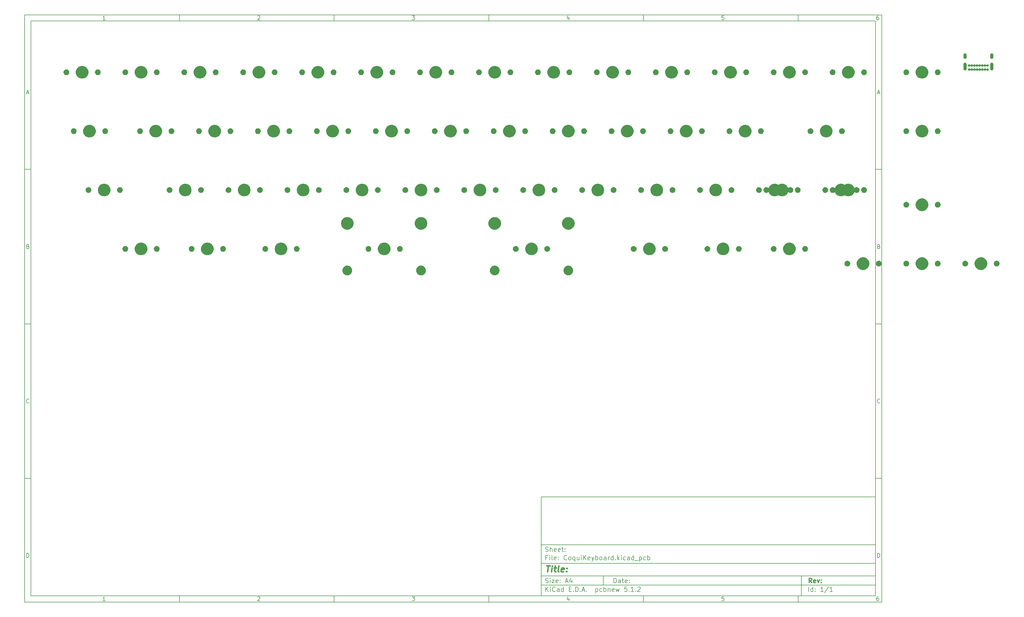
<source format=gbr>
%TF.GenerationSoftware,KiCad,Pcbnew,5.1.2*%
%TF.CreationDate,2019-06-09T19:24:23-04:00*%
%TF.ProjectId,CoquiKeyboard,436f7175-694b-4657-9962-6f6172642e6b,rev?*%
%TF.SameCoordinates,Original*%
%TF.FileFunction,Soldermask,Top*%
%TF.FilePolarity,Negative*%
%FSLAX46Y46*%
G04 Gerber Fmt 4.6, Leading zero omitted, Abs format (unit mm)*
G04 Created by KiCad (PCBNEW 5.1.2) date 2019-06-09 19:24:23*
%MOMM*%
%LPD*%
G04 APERTURE LIST*
%ADD10C,0.100000*%
%ADD11C,0.150000*%
%ADD12C,0.300000*%
%ADD13C,0.400000*%
G04 APERTURE END LIST*
D10*
D11*
X177002200Y-166007200D02*
X177002200Y-198007200D01*
X285002200Y-198007200D01*
X285002200Y-166007200D01*
X177002200Y-166007200D01*
D10*
D11*
X10000000Y-10000000D02*
X10000000Y-200007200D01*
X287002200Y-200007200D01*
X287002200Y-10000000D01*
X10000000Y-10000000D01*
D10*
D11*
X12000000Y-12000000D02*
X12000000Y-198007200D01*
X285002200Y-198007200D01*
X285002200Y-12000000D01*
X12000000Y-12000000D01*
D10*
D11*
X60000000Y-12000000D02*
X60000000Y-10000000D01*
D10*
D11*
X110000000Y-12000000D02*
X110000000Y-10000000D01*
D10*
D11*
X160000000Y-12000000D02*
X160000000Y-10000000D01*
D10*
D11*
X210000000Y-12000000D02*
X210000000Y-10000000D01*
D10*
D11*
X260000000Y-12000000D02*
X260000000Y-10000000D01*
D10*
D11*
X36065476Y-11588095D02*
X35322619Y-11588095D01*
X35694047Y-11588095D02*
X35694047Y-10288095D01*
X35570238Y-10473809D01*
X35446428Y-10597619D01*
X35322619Y-10659523D01*
D10*
D11*
X85322619Y-10411904D02*
X85384523Y-10350000D01*
X85508333Y-10288095D01*
X85817857Y-10288095D01*
X85941666Y-10350000D01*
X86003571Y-10411904D01*
X86065476Y-10535714D01*
X86065476Y-10659523D01*
X86003571Y-10845238D01*
X85260714Y-11588095D01*
X86065476Y-11588095D01*
D10*
D11*
X135260714Y-10288095D02*
X136065476Y-10288095D01*
X135632142Y-10783333D01*
X135817857Y-10783333D01*
X135941666Y-10845238D01*
X136003571Y-10907142D01*
X136065476Y-11030952D01*
X136065476Y-11340476D01*
X136003571Y-11464285D01*
X135941666Y-11526190D01*
X135817857Y-11588095D01*
X135446428Y-11588095D01*
X135322619Y-11526190D01*
X135260714Y-11464285D01*
D10*
D11*
X185941666Y-10721428D02*
X185941666Y-11588095D01*
X185632142Y-10226190D02*
X185322619Y-11154761D01*
X186127380Y-11154761D01*
D10*
D11*
X236003571Y-10288095D02*
X235384523Y-10288095D01*
X235322619Y-10907142D01*
X235384523Y-10845238D01*
X235508333Y-10783333D01*
X235817857Y-10783333D01*
X235941666Y-10845238D01*
X236003571Y-10907142D01*
X236065476Y-11030952D01*
X236065476Y-11340476D01*
X236003571Y-11464285D01*
X235941666Y-11526190D01*
X235817857Y-11588095D01*
X235508333Y-11588095D01*
X235384523Y-11526190D01*
X235322619Y-11464285D01*
D10*
D11*
X285941666Y-10288095D02*
X285694047Y-10288095D01*
X285570238Y-10350000D01*
X285508333Y-10411904D01*
X285384523Y-10597619D01*
X285322619Y-10845238D01*
X285322619Y-11340476D01*
X285384523Y-11464285D01*
X285446428Y-11526190D01*
X285570238Y-11588095D01*
X285817857Y-11588095D01*
X285941666Y-11526190D01*
X286003571Y-11464285D01*
X286065476Y-11340476D01*
X286065476Y-11030952D01*
X286003571Y-10907142D01*
X285941666Y-10845238D01*
X285817857Y-10783333D01*
X285570238Y-10783333D01*
X285446428Y-10845238D01*
X285384523Y-10907142D01*
X285322619Y-11030952D01*
D10*
D11*
X60000000Y-198007200D02*
X60000000Y-200007200D01*
D10*
D11*
X110000000Y-198007200D02*
X110000000Y-200007200D01*
D10*
D11*
X160000000Y-198007200D02*
X160000000Y-200007200D01*
D10*
D11*
X210000000Y-198007200D02*
X210000000Y-200007200D01*
D10*
D11*
X260000000Y-198007200D02*
X260000000Y-200007200D01*
D10*
D11*
X36065476Y-199595295D02*
X35322619Y-199595295D01*
X35694047Y-199595295D02*
X35694047Y-198295295D01*
X35570238Y-198481009D01*
X35446428Y-198604819D01*
X35322619Y-198666723D01*
D10*
D11*
X85322619Y-198419104D02*
X85384523Y-198357200D01*
X85508333Y-198295295D01*
X85817857Y-198295295D01*
X85941666Y-198357200D01*
X86003571Y-198419104D01*
X86065476Y-198542914D01*
X86065476Y-198666723D01*
X86003571Y-198852438D01*
X85260714Y-199595295D01*
X86065476Y-199595295D01*
D10*
D11*
X135260714Y-198295295D02*
X136065476Y-198295295D01*
X135632142Y-198790533D01*
X135817857Y-198790533D01*
X135941666Y-198852438D01*
X136003571Y-198914342D01*
X136065476Y-199038152D01*
X136065476Y-199347676D01*
X136003571Y-199471485D01*
X135941666Y-199533390D01*
X135817857Y-199595295D01*
X135446428Y-199595295D01*
X135322619Y-199533390D01*
X135260714Y-199471485D01*
D10*
D11*
X185941666Y-198728628D02*
X185941666Y-199595295D01*
X185632142Y-198233390D02*
X185322619Y-199161961D01*
X186127380Y-199161961D01*
D10*
D11*
X236003571Y-198295295D02*
X235384523Y-198295295D01*
X235322619Y-198914342D01*
X235384523Y-198852438D01*
X235508333Y-198790533D01*
X235817857Y-198790533D01*
X235941666Y-198852438D01*
X236003571Y-198914342D01*
X236065476Y-199038152D01*
X236065476Y-199347676D01*
X236003571Y-199471485D01*
X235941666Y-199533390D01*
X235817857Y-199595295D01*
X235508333Y-199595295D01*
X235384523Y-199533390D01*
X235322619Y-199471485D01*
D10*
D11*
X285941666Y-198295295D02*
X285694047Y-198295295D01*
X285570238Y-198357200D01*
X285508333Y-198419104D01*
X285384523Y-198604819D01*
X285322619Y-198852438D01*
X285322619Y-199347676D01*
X285384523Y-199471485D01*
X285446428Y-199533390D01*
X285570238Y-199595295D01*
X285817857Y-199595295D01*
X285941666Y-199533390D01*
X286003571Y-199471485D01*
X286065476Y-199347676D01*
X286065476Y-199038152D01*
X286003571Y-198914342D01*
X285941666Y-198852438D01*
X285817857Y-198790533D01*
X285570238Y-198790533D01*
X285446428Y-198852438D01*
X285384523Y-198914342D01*
X285322619Y-199038152D01*
D10*
D11*
X10000000Y-60000000D02*
X12000000Y-60000000D01*
D10*
D11*
X10000000Y-110000000D02*
X12000000Y-110000000D01*
D10*
D11*
X10000000Y-160000000D02*
X12000000Y-160000000D01*
D10*
D11*
X10690476Y-35216666D02*
X11309523Y-35216666D01*
X10566666Y-35588095D02*
X11000000Y-34288095D01*
X11433333Y-35588095D01*
D10*
D11*
X11092857Y-84907142D02*
X11278571Y-84969047D01*
X11340476Y-85030952D01*
X11402380Y-85154761D01*
X11402380Y-85340476D01*
X11340476Y-85464285D01*
X11278571Y-85526190D01*
X11154761Y-85588095D01*
X10659523Y-85588095D01*
X10659523Y-84288095D01*
X11092857Y-84288095D01*
X11216666Y-84350000D01*
X11278571Y-84411904D01*
X11340476Y-84535714D01*
X11340476Y-84659523D01*
X11278571Y-84783333D01*
X11216666Y-84845238D01*
X11092857Y-84907142D01*
X10659523Y-84907142D01*
D10*
D11*
X11402380Y-135464285D02*
X11340476Y-135526190D01*
X11154761Y-135588095D01*
X11030952Y-135588095D01*
X10845238Y-135526190D01*
X10721428Y-135402380D01*
X10659523Y-135278571D01*
X10597619Y-135030952D01*
X10597619Y-134845238D01*
X10659523Y-134597619D01*
X10721428Y-134473809D01*
X10845238Y-134350000D01*
X11030952Y-134288095D01*
X11154761Y-134288095D01*
X11340476Y-134350000D01*
X11402380Y-134411904D01*
D10*
D11*
X10659523Y-185588095D02*
X10659523Y-184288095D01*
X10969047Y-184288095D01*
X11154761Y-184350000D01*
X11278571Y-184473809D01*
X11340476Y-184597619D01*
X11402380Y-184845238D01*
X11402380Y-185030952D01*
X11340476Y-185278571D01*
X11278571Y-185402380D01*
X11154761Y-185526190D01*
X10969047Y-185588095D01*
X10659523Y-185588095D01*
D10*
D11*
X287002200Y-60000000D02*
X285002200Y-60000000D01*
D10*
D11*
X287002200Y-110000000D02*
X285002200Y-110000000D01*
D10*
D11*
X287002200Y-160000000D02*
X285002200Y-160000000D01*
D10*
D11*
X285692676Y-35216666D02*
X286311723Y-35216666D01*
X285568866Y-35588095D02*
X286002200Y-34288095D01*
X286435533Y-35588095D01*
D10*
D11*
X286095057Y-84907142D02*
X286280771Y-84969047D01*
X286342676Y-85030952D01*
X286404580Y-85154761D01*
X286404580Y-85340476D01*
X286342676Y-85464285D01*
X286280771Y-85526190D01*
X286156961Y-85588095D01*
X285661723Y-85588095D01*
X285661723Y-84288095D01*
X286095057Y-84288095D01*
X286218866Y-84350000D01*
X286280771Y-84411904D01*
X286342676Y-84535714D01*
X286342676Y-84659523D01*
X286280771Y-84783333D01*
X286218866Y-84845238D01*
X286095057Y-84907142D01*
X285661723Y-84907142D01*
D10*
D11*
X286404580Y-135464285D02*
X286342676Y-135526190D01*
X286156961Y-135588095D01*
X286033152Y-135588095D01*
X285847438Y-135526190D01*
X285723628Y-135402380D01*
X285661723Y-135278571D01*
X285599819Y-135030952D01*
X285599819Y-134845238D01*
X285661723Y-134597619D01*
X285723628Y-134473809D01*
X285847438Y-134350000D01*
X286033152Y-134288095D01*
X286156961Y-134288095D01*
X286342676Y-134350000D01*
X286404580Y-134411904D01*
D10*
D11*
X285661723Y-185588095D02*
X285661723Y-184288095D01*
X285971247Y-184288095D01*
X286156961Y-184350000D01*
X286280771Y-184473809D01*
X286342676Y-184597619D01*
X286404580Y-184845238D01*
X286404580Y-185030952D01*
X286342676Y-185278571D01*
X286280771Y-185402380D01*
X286156961Y-185526190D01*
X285971247Y-185588095D01*
X285661723Y-185588095D01*
D10*
D11*
X200434342Y-193785771D02*
X200434342Y-192285771D01*
X200791485Y-192285771D01*
X201005771Y-192357200D01*
X201148628Y-192500057D01*
X201220057Y-192642914D01*
X201291485Y-192928628D01*
X201291485Y-193142914D01*
X201220057Y-193428628D01*
X201148628Y-193571485D01*
X201005771Y-193714342D01*
X200791485Y-193785771D01*
X200434342Y-193785771D01*
X202577200Y-193785771D02*
X202577200Y-193000057D01*
X202505771Y-192857200D01*
X202362914Y-192785771D01*
X202077200Y-192785771D01*
X201934342Y-192857200D01*
X202577200Y-193714342D02*
X202434342Y-193785771D01*
X202077200Y-193785771D01*
X201934342Y-193714342D01*
X201862914Y-193571485D01*
X201862914Y-193428628D01*
X201934342Y-193285771D01*
X202077200Y-193214342D01*
X202434342Y-193214342D01*
X202577200Y-193142914D01*
X203077200Y-192785771D02*
X203648628Y-192785771D01*
X203291485Y-192285771D02*
X203291485Y-193571485D01*
X203362914Y-193714342D01*
X203505771Y-193785771D01*
X203648628Y-193785771D01*
X204720057Y-193714342D02*
X204577200Y-193785771D01*
X204291485Y-193785771D01*
X204148628Y-193714342D01*
X204077200Y-193571485D01*
X204077200Y-193000057D01*
X204148628Y-192857200D01*
X204291485Y-192785771D01*
X204577200Y-192785771D01*
X204720057Y-192857200D01*
X204791485Y-193000057D01*
X204791485Y-193142914D01*
X204077200Y-193285771D01*
X205434342Y-193642914D02*
X205505771Y-193714342D01*
X205434342Y-193785771D01*
X205362914Y-193714342D01*
X205434342Y-193642914D01*
X205434342Y-193785771D01*
X205434342Y-192857200D02*
X205505771Y-192928628D01*
X205434342Y-193000057D01*
X205362914Y-192928628D01*
X205434342Y-192857200D01*
X205434342Y-193000057D01*
D10*
D11*
X177002200Y-194507200D02*
X285002200Y-194507200D01*
D10*
D11*
X178434342Y-196585771D02*
X178434342Y-195085771D01*
X179291485Y-196585771D02*
X178648628Y-195728628D01*
X179291485Y-195085771D02*
X178434342Y-195942914D01*
X179934342Y-196585771D02*
X179934342Y-195585771D01*
X179934342Y-195085771D02*
X179862914Y-195157200D01*
X179934342Y-195228628D01*
X180005771Y-195157200D01*
X179934342Y-195085771D01*
X179934342Y-195228628D01*
X181505771Y-196442914D02*
X181434342Y-196514342D01*
X181220057Y-196585771D01*
X181077200Y-196585771D01*
X180862914Y-196514342D01*
X180720057Y-196371485D01*
X180648628Y-196228628D01*
X180577200Y-195942914D01*
X180577200Y-195728628D01*
X180648628Y-195442914D01*
X180720057Y-195300057D01*
X180862914Y-195157200D01*
X181077200Y-195085771D01*
X181220057Y-195085771D01*
X181434342Y-195157200D01*
X181505771Y-195228628D01*
X182791485Y-196585771D02*
X182791485Y-195800057D01*
X182720057Y-195657200D01*
X182577200Y-195585771D01*
X182291485Y-195585771D01*
X182148628Y-195657200D01*
X182791485Y-196514342D02*
X182648628Y-196585771D01*
X182291485Y-196585771D01*
X182148628Y-196514342D01*
X182077200Y-196371485D01*
X182077200Y-196228628D01*
X182148628Y-196085771D01*
X182291485Y-196014342D01*
X182648628Y-196014342D01*
X182791485Y-195942914D01*
X184148628Y-196585771D02*
X184148628Y-195085771D01*
X184148628Y-196514342D02*
X184005771Y-196585771D01*
X183720057Y-196585771D01*
X183577200Y-196514342D01*
X183505771Y-196442914D01*
X183434342Y-196300057D01*
X183434342Y-195871485D01*
X183505771Y-195728628D01*
X183577200Y-195657200D01*
X183720057Y-195585771D01*
X184005771Y-195585771D01*
X184148628Y-195657200D01*
X186005771Y-195800057D02*
X186505771Y-195800057D01*
X186720057Y-196585771D02*
X186005771Y-196585771D01*
X186005771Y-195085771D01*
X186720057Y-195085771D01*
X187362914Y-196442914D02*
X187434342Y-196514342D01*
X187362914Y-196585771D01*
X187291485Y-196514342D01*
X187362914Y-196442914D01*
X187362914Y-196585771D01*
X188077200Y-196585771D02*
X188077200Y-195085771D01*
X188434342Y-195085771D01*
X188648628Y-195157200D01*
X188791485Y-195300057D01*
X188862914Y-195442914D01*
X188934342Y-195728628D01*
X188934342Y-195942914D01*
X188862914Y-196228628D01*
X188791485Y-196371485D01*
X188648628Y-196514342D01*
X188434342Y-196585771D01*
X188077200Y-196585771D01*
X189577200Y-196442914D02*
X189648628Y-196514342D01*
X189577200Y-196585771D01*
X189505771Y-196514342D01*
X189577200Y-196442914D01*
X189577200Y-196585771D01*
X190220057Y-196157200D02*
X190934342Y-196157200D01*
X190077200Y-196585771D02*
X190577200Y-195085771D01*
X191077200Y-196585771D01*
X191577200Y-196442914D02*
X191648628Y-196514342D01*
X191577200Y-196585771D01*
X191505771Y-196514342D01*
X191577200Y-196442914D01*
X191577200Y-196585771D01*
X194577200Y-195585771D02*
X194577200Y-197085771D01*
X194577200Y-195657200D02*
X194720057Y-195585771D01*
X195005771Y-195585771D01*
X195148628Y-195657200D01*
X195220057Y-195728628D01*
X195291485Y-195871485D01*
X195291485Y-196300057D01*
X195220057Y-196442914D01*
X195148628Y-196514342D01*
X195005771Y-196585771D01*
X194720057Y-196585771D01*
X194577200Y-196514342D01*
X196577200Y-196514342D02*
X196434342Y-196585771D01*
X196148628Y-196585771D01*
X196005771Y-196514342D01*
X195934342Y-196442914D01*
X195862914Y-196300057D01*
X195862914Y-195871485D01*
X195934342Y-195728628D01*
X196005771Y-195657200D01*
X196148628Y-195585771D01*
X196434342Y-195585771D01*
X196577200Y-195657200D01*
X197220057Y-196585771D02*
X197220057Y-195085771D01*
X197220057Y-195657200D02*
X197362914Y-195585771D01*
X197648628Y-195585771D01*
X197791485Y-195657200D01*
X197862914Y-195728628D01*
X197934342Y-195871485D01*
X197934342Y-196300057D01*
X197862914Y-196442914D01*
X197791485Y-196514342D01*
X197648628Y-196585771D01*
X197362914Y-196585771D01*
X197220057Y-196514342D01*
X198577200Y-195585771D02*
X198577200Y-196585771D01*
X198577200Y-195728628D02*
X198648628Y-195657200D01*
X198791485Y-195585771D01*
X199005771Y-195585771D01*
X199148628Y-195657200D01*
X199220057Y-195800057D01*
X199220057Y-196585771D01*
X200505771Y-196514342D02*
X200362914Y-196585771D01*
X200077200Y-196585771D01*
X199934342Y-196514342D01*
X199862914Y-196371485D01*
X199862914Y-195800057D01*
X199934342Y-195657200D01*
X200077200Y-195585771D01*
X200362914Y-195585771D01*
X200505771Y-195657200D01*
X200577200Y-195800057D01*
X200577200Y-195942914D01*
X199862914Y-196085771D01*
X201077200Y-195585771D02*
X201362914Y-196585771D01*
X201648628Y-195871485D01*
X201934342Y-196585771D01*
X202220057Y-195585771D01*
X204648628Y-195085771D02*
X203934342Y-195085771D01*
X203862914Y-195800057D01*
X203934342Y-195728628D01*
X204077200Y-195657200D01*
X204434342Y-195657200D01*
X204577200Y-195728628D01*
X204648628Y-195800057D01*
X204720057Y-195942914D01*
X204720057Y-196300057D01*
X204648628Y-196442914D01*
X204577200Y-196514342D01*
X204434342Y-196585771D01*
X204077200Y-196585771D01*
X203934342Y-196514342D01*
X203862914Y-196442914D01*
X205362914Y-196442914D02*
X205434342Y-196514342D01*
X205362914Y-196585771D01*
X205291485Y-196514342D01*
X205362914Y-196442914D01*
X205362914Y-196585771D01*
X206862914Y-196585771D02*
X206005771Y-196585771D01*
X206434342Y-196585771D02*
X206434342Y-195085771D01*
X206291485Y-195300057D01*
X206148628Y-195442914D01*
X206005771Y-195514342D01*
X207505771Y-196442914D02*
X207577200Y-196514342D01*
X207505771Y-196585771D01*
X207434342Y-196514342D01*
X207505771Y-196442914D01*
X207505771Y-196585771D01*
X208148628Y-195228628D02*
X208220057Y-195157200D01*
X208362914Y-195085771D01*
X208720057Y-195085771D01*
X208862914Y-195157200D01*
X208934342Y-195228628D01*
X209005771Y-195371485D01*
X209005771Y-195514342D01*
X208934342Y-195728628D01*
X208077200Y-196585771D01*
X209005771Y-196585771D01*
D10*
D11*
X177002200Y-191507200D02*
X285002200Y-191507200D01*
D10*
D12*
X264411485Y-193785771D02*
X263911485Y-193071485D01*
X263554342Y-193785771D02*
X263554342Y-192285771D01*
X264125771Y-192285771D01*
X264268628Y-192357200D01*
X264340057Y-192428628D01*
X264411485Y-192571485D01*
X264411485Y-192785771D01*
X264340057Y-192928628D01*
X264268628Y-193000057D01*
X264125771Y-193071485D01*
X263554342Y-193071485D01*
X265625771Y-193714342D02*
X265482914Y-193785771D01*
X265197200Y-193785771D01*
X265054342Y-193714342D01*
X264982914Y-193571485D01*
X264982914Y-193000057D01*
X265054342Y-192857200D01*
X265197200Y-192785771D01*
X265482914Y-192785771D01*
X265625771Y-192857200D01*
X265697200Y-193000057D01*
X265697200Y-193142914D01*
X264982914Y-193285771D01*
X266197200Y-192785771D02*
X266554342Y-193785771D01*
X266911485Y-192785771D01*
X267482914Y-193642914D02*
X267554342Y-193714342D01*
X267482914Y-193785771D01*
X267411485Y-193714342D01*
X267482914Y-193642914D01*
X267482914Y-193785771D01*
X267482914Y-192857200D02*
X267554342Y-192928628D01*
X267482914Y-193000057D01*
X267411485Y-192928628D01*
X267482914Y-192857200D01*
X267482914Y-193000057D01*
D10*
D11*
X178362914Y-193714342D02*
X178577200Y-193785771D01*
X178934342Y-193785771D01*
X179077200Y-193714342D01*
X179148628Y-193642914D01*
X179220057Y-193500057D01*
X179220057Y-193357200D01*
X179148628Y-193214342D01*
X179077200Y-193142914D01*
X178934342Y-193071485D01*
X178648628Y-193000057D01*
X178505771Y-192928628D01*
X178434342Y-192857200D01*
X178362914Y-192714342D01*
X178362914Y-192571485D01*
X178434342Y-192428628D01*
X178505771Y-192357200D01*
X178648628Y-192285771D01*
X179005771Y-192285771D01*
X179220057Y-192357200D01*
X179862914Y-193785771D02*
X179862914Y-192785771D01*
X179862914Y-192285771D02*
X179791485Y-192357200D01*
X179862914Y-192428628D01*
X179934342Y-192357200D01*
X179862914Y-192285771D01*
X179862914Y-192428628D01*
X180434342Y-192785771D02*
X181220057Y-192785771D01*
X180434342Y-193785771D01*
X181220057Y-193785771D01*
X182362914Y-193714342D02*
X182220057Y-193785771D01*
X181934342Y-193785771D01*
X181791485Y-193714342D01*
X181720057Y-193571485D01*
X181720057Y-193000057D01*
X181791485Y-192857200D01*
X181934342Y-192785771D01*
X182220057Y-192785771D01*
X182362914Y-192857200D01*
X182434342Y-193000057D01*
X182434342Y-193142914D01*
X181720057Y-193285771D01*
X183077200Y-193642914D02*
X183148628Y-193714342D01*
X183077200Y-193785771D01*
X183005771Y-193714342D01*
X183077200Y-193642914D01*
X183077200Y-193785771D01*
X183077200Y-192857200D02*
X183148628Y-192928628D01*
X183077200Y-193000057D01*
X183005771Y-192928628D01*
X183077200Y-192857200D01*
X183077200Y-193000057D01*
X184862914Y-193357200D02*
X185577200Y-193357200D01*
X184720057Y-193785771D02*
X185220057Y-192285771D01*
X185720057Y-193785771D01*
X186862914Y-192785771D02*
X186862914Y-193785771D01*
X186505771Y-192214342D02*
X186148628Y-193285771D01*
X187077200Y-193285771D01*
D10*
D11*
X263434342Y-196585771D02*
X263434342Y-195085771D01*
X264791485Y-196585771D02*
X264791485Y-195085771D01*
X264791485Y-196514342D02*
X264648628Y-196585771D01*
X264362914Y-196585771D01*
X264220057Y-196514342D01*
X264148628Y-196442914D01*
X264077200Y-196300057D01*
X264077200Y-195871485D01*
X264148628Y-195728628D01*
X264220057Y-195657200D01*
X264362914Y-195585771D01*
X264648628Y-195585771D01*
X264791485Y-195657200D01*
X265505771Y-196442914D02*
X265577200Y-196514342D01*
X265505771Y-196585771D01*
X265434342Y-196514342D01*
X265505771Y-196442914D01*
X265505771Y-196585771D01*
X265505771Y-195657200D02*
X265577200Y-195728628D01*
X265505771Y-195800057D01*
X265434342Y-195728628D01*
X265505771Y-195657200D01*
X265505771Y-195800057D01*
X268148628Y-196585771D02*
X267291485Y-196585771D01*
X267720057Y-196585771D02*
X267720057Y-195085771D01*
X267577200Y-195300057D01*
X267434342Y-195442914D01*
X267291485Y-195514342D01*
X269862914Y-195014342D02*
X268577200Y-196942914D01*
X271148628Y-196585771D02*
X270291485Y-196585771D01*
X270720057Y-196585771D02*
X270720057Y-195085771D01*
X270577200Y-195300057D01*
X270434342Y-195442914D01*
X270291485Y-195514342D01*
D10*
D11*
X177002200Y-187507200D02*
X285002200Y-187507200D01*
D10*
D13*
X178714580Y-188211961D02*
X179857438Y-188211961D01*
X179036009Y-190211961D02*
X179286009Y-188211961D01*
X180274104Y-190211961D02*
X180440771Y-188878628D01*
X180524104Y-188211961D02*
X180416961Y-188307200D01*
X180500295Y-188402438D01*
X180607438Y-188307200D01*
X180524104Y-188211961D01*
X180500295Y-188402438D01*
X181107438Y-188878628D02*
X181869342Y-188878628D01*
X181476485Y-188211961D02*
X181262200Y-189926247D01*
X181333628Y-190116723D01*
X181512200Y-190211961D01*
X181702676Y-190211961D01*
X182655057Y-190211961D02*
X182476485Y-190116723D01*
X182405057Y-189926247D01*
X182619342Y-188211961D01*
X184190771Y-190116723D02*
X183988390Y-190211961D01*
X183607438Y-190211961D01*
X183428866Y-190116723D01*
X183357438Y-189926247D01*
X183452676Y-189164342D01*
X183571723Y-188973866D01*
X183774104Y-188878628D01*
X184155057Y-188878628D01*
X184333628Y-188973866D01*
X184405057Y-189164342D01*
X184381247Y-189354819D01*
X183405057Y-189545295D01*
X185155057Y-190021485D02*
X185238390Y-190116723D01*
X185131247Y-190211961D01*
X185047914Y-190116723D01*
X185155057Y-190021485D01*
X185131247Y-190211961D01*
X185286009Y-188973866D02*
X185369342Y-189069104D01*
X185262200Y-189164342D01*
X185178866Y-189069104D01*
X185286009Y-188973866D01*
X185262200Y-189164342D01*
D10*
D11*
X178934342Y-185600057D02*
X178434342Y-185600057D01*
X178434342Y-186385771D02*
X178434342Y-184885771D01*
X179148628Y-184885771D01*
X179720057Y-186385771D02*
X179720057Y-185385771D01*
X179720057Y-184885771D02*
X179648628Y-184957200D01*
X179720057Y-185028628D01*
X179791485Y-184957200D01*
X179720057Y-184885771D01*
X179720057Y-185028628D01*
X180648628Y-186385771D02*
X180505771Y-186314342D01*
X180434342Y-186171485D01*
X180434342Y-184885771D01*
X181791485Y-186314342D02*
X181648628Y-186385771D01*
X181362914Y-186385771D01*
X181220057Y-186314342D01*
X181148628Y-186171485D01*
X181148628Y-185600057D01*
X181220057Y-185457200D01*
X181362914Y-185385771D01*
X181648628Y-185385771D01*
X181791485Y-185457200D01*
X181862914Y-185600057D01*
X181862914Y-185742914D01*
X181148628Y-185885771D01*
X182505771Y-186242914D02*
X182577200Y-186314342D01*
X182505771Y-186385771D01*
X182434342Y-186314342D01*
X182505771Y-186242914D01*
X182505771Y-186385771D01*
X182505771Y-185457200D02*
X182577200Y-185528628D01*
X182505771Y-185600057D01*
X182434342Y-185528628D01*
X182505771Y-185457200D01*
X182505771Y-185600057D01*
X185220057Y-186242914D02*
X185148628Y-186314342D01*
X184934342Y-186385771D01*
X184791485Y-186385771D01*
X184577200Y-186314342D01*
X184434342Y-186171485D01*
X184362914Y-186028628D01*
X184291485Y-185742914D01*
X184291485Y-185528628D01*
X184362914Y-185242914D01*
X184434342Y-185100057D01*
X184577200Y-184957200D01*
X184791485Y-184885771D01*
X184934342Y-184885771D01*
X185148628Y-184957200D01*
X185220057Y-185028628D01*
X186077200Y-186385771D02*
X185934342Y-186314342D01*
X185862914Y-186242914D01*
X185791485Y-186100057D01*
X185791485Y-185671485D01*
X185862914Y-185528628D01*
X185934342Y-185457200D01*
X186077200Y-185385771D01*
X186291485Y-185385771D01*
X186434342Y-185457200D01*
X186505771Y-185528628D01*
X186577200Y-185671485D01*
X186577200Y-186100057D01*
X186505771Y-186242914D01*
X186434342Y-186314342D01*
X186291485Y-186385771D01*
X186077200Y-186385771D01*
X187862914Y-185385771D02*
X187862914Y-186885771D01*
X187862914Y-186314342D02*
X187720057Y-186385771D01*
X187434342Y-186385771D01*
X187291485Y-186314342D01*
X187220057Y-186242914D01*
X187148628Y-186100057D01*
X187148628Y-185671485D01*
X187220057Y-185528628D01*
X187291485Y-185457200D01*
X187434342Y-185385771D01*
X187720057Y-185385771D01*
X187862914Y-185457200D01*
X189220057Y-185385771D02*
X189220057Y-186385771D01*
X188577200Y-185385771D02*
X188577200Y-186171485D01*
X188648628Y-186314342D01*
X188791485Y-186385771D01*
X189005771Y-186385771D01*
X189148628Y-186314342D01*
X189220057Y-186242914D01*
X189934342Y-186385771D02*
X189934342Y-185385771D01*
X189934342Y-184885771D02*
X189862914Y-184957200D01*
X189934342Y-185028628D01*
X190005771Y-184957200D01*
X189934342Y-184885771D01*
X189934342Y-185028628D01*
X190648628Y-186385771D02*
X190648628Y-184885771D01*
X191505771Y-186385771D02*
X190862914Y-185528628D01*
X191505771Y-184885771D02*
X190648628Y-185742914D01*
X192720057Y-186314342D02*
X192577200Y-186385771D01*
X192291485Y-186385771D01*
X192148628Y-186314342D01*
X192077200Y-186171485D01*
X192077200Y-185600057D01*
X192148628Y-185457200D01*
X192291485Y-185385771D01*
X192577200Y-185385771D01*
X192720057Y-185457200D01*
X192791485Y-185600057D01*
X192791485Y-185742914D01*
X192077200Y-185885771D01*
X193291485Y-185385771D02*
X193648628Y-186385771D01*
X194005771Y-185385771D02*
X193648628Y-186385771D01*
X193505771Y-186742914D01*
X193434342Y-186814342D01*
X193291485Y-186885771D01*
X194577200Y-186385771D02*
X194577200Y-184885771D01*
X194577200Y-185457200D02*
X194720057Y-185385771D01*
X195005771Y-185385771D01*
X195148628Y-185457200D01*
X195220057Y-185528628D01*
X195291485Y-185671485D01*
X195291485Y-186100057D01*
X195220057Y-186242914D01*
X195148628Y-186314342D01*
X195005771Y-186385771D01*
X194720057Y-186385771D01*
X194577200Y-186314342D01*
X196148628Y-186385771D02*
X196005771Y-186314342D01*
X195934342Y-186242914D01*
X195862914Y-186100057D01*
X195862914Y-185671485D01*
X195934342Y-185528628D01*
X196005771Y-185457200D01*
X196148628Y-185385771D01*
X196362914Y-185385771D01*
X196505771Y-185457200D01*
X196577200Y-185528628D01*
X196648628Y-185671485D01*
X196648628Y-186100057D01*
X196577200Y-186242914D01*
X196505771Y-186314342D01*
X196362914Y-186385771D01*
X196148628Y-186385771D01*
X197934342Y-186385771D02*
X197934342Y-185600057D01*
X197862914Y-185457200D01*
X197720057Y-185385771D01*
X197434342Y-185385771D01*
X197291485Y-185457200D01*
X197934342Y-186314342D02*
X197791485Y-186385771D01*
X197434342Y-186385771D01*
X197291485Y-186314342D01*
X197220057Y-186171485D01*
X197220057Y-186028628D01*
X197291485Y-185885771D01*
X197434342Y-185814342D01*
X197791485Y-185814342D01*
X197934342Y-185742914D01*
X198648628Y-186385771D02*
X198648628Y-185385771D01*
X198648628Y-185671485D02*
X198720057Y-185528628D01*
X198791485Y-185457200D01*
X198934342Y-185385771D01*
X199077200Y-185385771D01*
X200220057Y-186385771D02*
X200220057Y-184885771D01*
X200220057Y-186314342D02*
X200077200Y-186385771D01*
X199791485Y-186385771D01*
X199648628Y-186314342D01*
X199577200Y-186242914D01*
X199505771Y-186100057D01*
X199505771Y-185671485D01*
X199577200Y-185528628D01*
X199648628Y-185457200D01*
X199791485Y-185385771D01*
X200077200Y-185385771D01*
X200220057Y-185457200D01*
X200934342Y-186242914D02*
X201005771Y-186314342D01*
X200934342Y-186385771D01*
X200862914Y-186314342D01*
X200934342Y-186242914D01*
X200934342Y-186385771D01*
X201648628Y-186385771D02*
X201648628Y-184885771D01*
X201791485Y-185814342D02*
X202220057Y-186385771D01*
X202220057Y-185385771D02*
X201648628Y-185957200D01*
X202862914Y-186385771D02*
X202862914Y-185385771D01*
X202862914Y-184885771D02*
X202791485Y-184957200D01*
X202862914Y-185028628D01*
X202934342Y-184957200D01*
X202862914Y-184885771D01*
X202862914Y-185028628D01*
X204220057Y-186314342D02*
X204077200Y-186385771D01*
X203791485Y-186385771D01*
X203648628Y-186314342D01*
X203577200Y-186242914D01*
X203505771Y-186100057D01*
X203505771Y-185671485D01*
X203577200Y-185528628D01*
X203648628Y-185457200D01*
X203791485Y-185385771D01*
X204077200Y-185385771D01*
X204220057Y-185457200D01*
X205505771Y-186385771D02*
X205505771Y-185600057D01*
X205434342Y-185457200D01*
X205291485Y-185385771D01*
X205005771Y-185385771D01*
X204862914Y-185457200D01*
X205505771Y-186314342D02*
X205362914Y-186385771D01*
X205005771Y-186385771D01*
X204862914Y-186314342D01*
X204791485Y-186171485D01*
X204791485Y-186028628D01*
X204862914Y-185885771D01*
X205005771Y-185814342D01*
X205362914Y-185814342D01*
X205505771Y-185742914D01*
X206862914Y-186385771D02*
X206862914Y-184885771D01*
X206862914Y-186314342D02*
X206720057Y-186385771D01*
X206434342Y-186385771D01*
X206291485Y-186314342D01*
X206220057Y-186242914D01*
X206148628Y-186100057D01*
X206148628Y-185671485D01*
X206220057Y-185528628D01*
X206291485Y-185457200D01*
X206434342Y-185385771D01*
X206720057Y-185385771D01*
X206862914Y-185457200D01*
X207220057Y-186528628D02*
X208362914Y-186528628D01*
X208720057Y-185385771D02*
X208720057Y-186885771D01*
X208720057Y-185457200D02*
X208862914Y-185385771D01*
X209148628Y-185385771D01*
X209291485Y-185457200D01*
X209362914Y-185528628D01*
X209434342Y-185671485D01*
X209434342Y-186100057D01*
X209362914Y-186242914D01*
X209291485Y-186314342D01*
X209148628Y-186385771D01*
X208862914Y-186385771D01*
X208720057Y-186314342D01*
X210720057Y-186314342D02*
X210577200Y-186385771D01*
X210291485Y-186385771D01*
X210148628Y-186314342D01*
X210077200Y-186242914D01*
X210005771Y-186100057D01*
X210005771Y-185671485D01*
X210077200Y-185528628D01*
X210148628Y-185457200D01*
X210291485Y-185385771D01*
X210577200Y-185385771D01*
X210720057Y-185457200D01*
X211362914Y-186385771D02*
X211362914Y-184885771D01*
X211362914Y-185457200D02*
X211505771Y-185385771D01*
X211791485Y-185385771D01*
X211934342Y-185457200D01*
X212005771Y-185528628D01*
X212077200Y-185671485D01*
X212077200Y-186100057D01*
X212005771Y-186242914D01*
X211934342Y-186314342D01*
X211791485Y-186385771D01*
X211505771Y-186385771D01*
X211362914Y-186314342D01*
D10*
D11*
X177002200Y-181507200D02*
X285002200Y-181507200D01*
D10*
D11*
X178362914Y-183614342D02*
X178577200Y-183685771D01*
X178934342Y-183685771D01*
X179077200Y-183614342D01*
X179148628Y-183542914D01*
X179220057Y-183400057D01*
X179220057Y-183257200D01*
X179148628Y-183114342D01*
X179077200Y-183042914D01*
X178934342Y-182971485D01*
X178648628Y-182900057D01*
X178505771Y-182828628D01*
X178434342Y-182757200D01*
X178362914Y-182614342D01*
X178362914Y-182471485D01*
X178434342Y-182328628D01*
X178505771Y-182257200D01*
X178648628Y-182185771D01*
X179005771Y-182185771D01*
X179220057Y-182257200D01*
X179862914Y-183685771D02*
X179862914Y-182185771D01*
X180505771Y-183685771D02*
X180505771Y-182900057D01*
X180434342Y-182757200D01*
X180291485Y-182685771D01*
X180077200Y-182685771D01*
X179934342Y-182757200D01*
X179862914Y-182828628D01*
X181791485Y-183614342D02*
X181648628Y-183685771D01*
X181362914Y-183685771D01*
X181220057Y-183614342D01*
X181148628Y-183471485D01*
X181148628Y-182900057D01*
X181220057Y-182757200D01*
X181362914Y-182685771D01*
X181648628Y-182685771D01*
X181791485Y-182757200D01*
X181862914Y-182900057D01*
X181862914Y-183042914D01*
X181148628Y-183185771D01*
X183077200Y-183614342D02*
X182934342Y-183685771D01*
X182648628Y-183685771D01*
X182505771Y-183614342D01*
X182434342Y-183471485D01*
X182434342Y-182900057D01*
X182505771Y-182757200D01*
X182648628Y-182685771D01*
X182934342Y-182685771D01*
X183077200Y-182757200D01*
X183148628Y-182900057D01*
X183148628Y-183042914D01*
X182434342Y-183185771D01*
X183577200Y-182685771D02*
X184148628Y-182685771D01*
X183791485Y-182185771D02*
X183791485Y-183471485D01*
X183862914Y-183614342D01*
X184005771Y-183685771D01*
X184148628Y-183685771D01*
X184648628Y-183542914D02*
X184720057Y-183614342D01*
X184648628Y-183685771D01*
X184577200Y-183614342D01*
X184648628Y-183542914D01*
X184648628Y-183685771D01*
X184648628Y-182757200D02*
X184720057Y-182828628D01*
X184648628Y-182900057D01*
X184577200Y-182828628D01*
X184648628Y-182757200D01*
X184648628Y-182900057D01*
D10*
D11*
X197002200Y-191507200D02*
X197002200Y-194507200D01*
D10*
D11*
X261002200Y-191507200D02*
X261002200Y-198007200D01*
D10*
G36*
X114759411Y-91195526D02*
G01*
X114878137Y-91244704D01*
X115046041Y-91314252D01*
X115046042Y-91314253D01*
X115304004Y-91486617D01*
X115523383Y-91705996D01*
X115638553Y-91878361D01*
X115695748Y-91963959D01*
X115814474Y-92250590D01*
X115875000Y-92554875D01*
X115875000Y-92865125D01*
X115814474Y-93169410D01*
X115695748Y-93456041D01*
X115695747Y-93456042D01*
X115523383Y-93714004D01*
X115304004Y-93933383D01*
X115131639Y-94048553D01*
X115046041Y-94105748D01*
X114878137Y-94175296D01*
X114759411Y-94224474D01*
X114607267Y-94254737D01*
X114455125Y-94285000D01*
X114144875Y-94285000D01*
X113992733Y-94254737D01*
X113840589Y-94224474D01*
X113721863Y-94175296D01*
X113553959Y-94105748D01*
X113468361Y-94048553D01*
X113295996Y-93933383D01*
X113076617Y-93714004D01*
X112904253Y-93456042D01*
X112904252Y-93456041D01*
X112785526Y-93169410D01*
X112725000Y-92865125D01*
X112725000Y-92554875D01*
X112785526Y-92250590D01*
X112904252Y-91963959D01*
X112961447Y-91878361D01*
X113076617Y-91705996D01*
X113295996Y-91486617D01*
X113553958Y-91314253D01*
X113553959Y-91314252D01*
X113721863Y-91244704D01*
X113840589Y-91195526D01*
X113992733Y-91165263D01*
X114144875Y-91135000D01*
X114455125Y-91135000D01*
X114759411Y-91195526D01*
X114759411Y-91195526D01*
G37*
G36*
X138571911Y-91195526D02*
G01*
X138690637Y-91244704D01*
X138858541Y-91314252D01*
X138858542Y-91314253D01*
X139116504Y-91486617D01*
X139335883Y-91705996D01*
X139451053Y-91878361D01*
X139508248Y-91963959D01*
X139626974Y-92250590D01*
X139687500Y-92554875D01*
X139687500Y-92865125D01*
X139626974Y-93169410D01*
X139508248Y-93456041D01*
X139508247Y-93456042D01*
X139335883Y-93714004D01*
X139116504Y-93933383D01*
X138944139Y-94048553D01*
X138858541Y-94105748D01*
X138690637Y-94175296D01*
X138571911Y-94224474D01*
X138419767Y-94254737D01*
X138267625Y-94285000D01*
X137957375Y-94285000D01*
X137805233Y-94254737D01*
X137653089Y-94224474D01*
X137534363Y-94175296D01*
X137366459Y-94105748D01*
X137280861Y-94048553D01*
X137108496Y-93933383D01*
X136889117Y-93714004D01*
X136716753Y-93456042D01*
X136716752Y-93456041D01*
X136598026Y-93169410D01*
X136537500Y-92865125D01*
X136537500Y-92554875D01*
X136598026Y-92250590D01*
X136716752Y-91963959D01*
X136773947Y-91878361D01*
X136889117Y-91705996D01*
X137108496Y-91486617D01*
X137366458Y-91314253D01*
X137366459Y-91314252D01*
X137534363Y-91244704D01*
X137653089Y-91195526D01*
X137805233Y-91165263D01*
X137957375Y-91135000D01*
X138267625Y-91135000D01*
X138571911Y-91195526D01*
X138571911Y-91195526D01*
G37*
G36*
X186196911Y-91195526D02*
G01*
X186315637Y-91244704D01*
X186483541Y-91314252D01*
X186483542Y-91314253D01*
X186741504Y-91486617D01*
X186960883Y-91705996D01*
X187076053Y-91878361D01*
X187133248Y-91963959D01*
X187251974Y-92250590D01*
X187312500Y-92554875D01*
X187312500Y-92865125D01*
X187251974Y-93169410D01*
X187133248Y-93456041D01*
X187133247Y-93456042D01*
X186960883Y-93714004D01*
X186741504Y-93933383D01*
X186569139Y-94048553D01*
X186483541Y-94105748D01*
X186315637Y-94175296D01*
X186196911Y-94224474D01*
X186044767Y-94254737D01*
X185892625Y-94285000D01*
X185582375Y-94285000D01*
X185430233Y-94254737D01*
X185278089Y-94224474D01*
X185159363Y-94175296D01*
X184991459Y-94105748D01*
X184905861Y-94048553D01*
X184733496Y-93933383D01*
X184514117Y-93714004D01*
X184341753Y-93456042D01*
X184341752Y-93456041D01*
X184223026Y-93169410D01*
X184162500Y-92865125D01*
X184162500Y-92554875D01*
X184223026Y-92250590D01*
X184341752Y-91963959D01*
X184398947Y-91878361D01*
X184514117Y-91705996D01*
X184733496Y-91486617D01*
X184991458Y-91314253D01*
X184991459Y-91314252D01*
X185159363Y-91244704D01*
X185278089Y-91195526D01*
X185430233Y-91165263D01*
X185582375Y-91135000D01*
X185892625Y-91135000D01*
X186196911Y-91195526D01*
X186196911Y-91195526D01*
G37*
G36*
X162384411Y-91195526D02*
G01*
X162503137Y-91244704D01*
X162671041Y-91314252D01*
X162671042Y-91314253D01*
X162929004Y-91486617D01*
X163148383Y-91705996D01*
X163263553Y-91878361D01*
X163320748Y-91963959D01*
X163439474Y-92250590D01*
X163500000Y-92554875D01*
X163500000Y-92865125D01*
X163439474Y-93169410D01*
X163320748Y-93456041D01*
X163320747Y-93456042D01*
X163148383Y-93714004D01*
X162929004Y-93933383D01*
X162756639Y-94048553D01*
X162671041Y-94105748D01*
X162503137Y-94175296D01*
X162384411Y-94224474D01*
X162232267Y-94254737D01*
X162080125Y-94285000D01*
X161769875Y-94285000D01*
X161617733Y-94254737D01*
X161465589Y-94224474D01*
X161346863Y-94175296D01*
X161178959Y-94105748D01*
X161093361Y-94048553D01*
X160920996Y-93933383D01*
X160701617Y-93714004D01*
X160529253Y-93456042D01*
X160529252Y-93456041D01*
X160410526Y-93169410D01*
X160350000Y-92865125D01*
X160350000Y-92554875D01*
X160410526Y-92250590D01*
X160529252Y-91963959D01*
X160586447Y-91878361D01*
X160701617Y-91705996D01*
X160920996Y-91486617D01*
X161178958Y-91314253D01*
X161178959Y-91314252D01*
X161346863Y-91244704D01*
X161465589Y-91195526D01*
X161617733Y-91165263D01*
X161769875Y-91135000D01*
X162080125Y-91135000D01*
X162384411Y-91195526D01*
X162384411Y-91195526D01*
G37*
G36*
X300633974Y-88521184D02*
G01*
X300851974Y-88611483D01*
X301006123Y-88675333D01*
X301341048Y-88899123D01*
X301625877Y-89183952D01*
X301849667Y-89518877D01*
X301882062Y-89597086D01*
X302003816Y-89891026D01*
X302082400Y-90286094D01*
X302082400Y-90688906D01*
X302003816Y-91083974D01*
X301952951Y-91206772D01*
X301849667Y-91456123D01*
X301625877Y-91791048D01*
X301341048Y-92075877D01*
X301006123Y-92299667D01*
X300851974Y-92363517D01*
X300633974Y-92453816D01*
X300238906Y-92532400D01*
X299836094Y-92532400D01*
X299441026Y-92453816D01*
X299223026Y-92363517D01*
X299068877Y-92299667D01*
X298733952Y-92075877D01*
X298449123Y-91791048D01*
X298225333Y-91456123D01*
X298122049Y-91206772D01*
X298071184Y-91083974D01*
X297992600Y-90688906D01*
X297992600Y-90286094D01*
X298071184Y-89891026D01*
X298192938Y-89597086D01*
X298225333Y-89518877D01*
X298449123Y-89183952D01*
X298733952Y-88899123D01*
X299068877Y-88675333D01*
X299223026Y-88611483D01*
X299441026Y-88521184D01*
X299836094Y-88442600D01*
X300238906Y-88442600D01*
X300633974Y-88521184D01*
X300633974Y-88521184D01*
G37*
G36*
X319683974Y-88521184D02*
G01*
X319901974Y-88611483D01*
X320056123Y-88675333D01*
X320391048Y-88899123D01*
X320675877Y-89183952D01*
X320899667Y-89518877D01*
X320932062Y-89597086D01*
X321053816Y-89891026D01*
X321132400Y-90286094D01*
X321132400Y-90688906D01*
X321053816Y-91083974D01*
X321002951Y-91206772D01*
X320899667Y-91456123D01*
X320675877Y-91791048D01*
X320391048Y-92075877D01*
X320056123Y-92299667D01*
X319901974Y-92363517D01*
X319683974Y-92453816D01*
X319288906Y-92532400D01*
X318886094Y-92532400D01*
X318491026Y-92453816D01*
X318273026Y-92363517D01*
X318118877Y-92299667D01*
X317783952Y-92075877D01*
X317499123Y-91791048D01*
X317275333Y-91456123D01*
X317172049Y-91206772D01*
X317121184Y-91083974D01*
X317042600Y-90688906D01*
X317042600Y-90286094D01*
X317121184Y-89891026D01*
X317242938Y-89597086D01*
X317275333Y-89518877D01*
X317499123Y-89183952D01*
X317783952Y-88899123D01*
X318118877Y-88675333D01*
X318273026Y-88611483D01*
X318491026Y-88521184D01*
X318886094Y-88442600D01*
X319288906Y-88442600D01*
X319683974Y-88521184D01*
X319683974Y-88521184D01*
G37*
G36*
X281583974Y-88521184D02*
G01*
X281801974Y-88611483D01*
X281956123Y-88675333D01*
X282291048Y-88899123D01*
X282575877Y-89183952D01*
X282799667Y-89518877D01*
X282832062Y-89597086D01*
X282953816Y-89891026D01*
X283032400Y-90286094D01*
X283032400Y-90688906D01*
X282953816Y-91083974D01*
X282902951Y-91206772D01*
X282799667Y-91456123D01*
X282575877Y-91791048D01*
X282291048Y-92075877D01*
X281956123Y-92299667D01*
X281801974Y-92363517D01*
X281583974Y-92453816D01*
X281188906Y-92532400D01*
X280786094Y-92532400D01*
X280391026Y-92453816D01*
X280173026Y-92363517D01*
X280018877Y-92299667D01*
X279683952Y-92075877D01*
X279399123Y-91791048D01*
X279175333Y-91456123D01*
X279072049Y-91206772D01*
X279021184Y-91083974D01*
X278942600Y-90688906D01*
X278942600Y-90286094D01*
X279021184Y-89891026D01*
X279142938Y-89597086D01*
X279175333Y-89518877D01*
X279399123Y-89183952D01*
X279683952Y-88899123D01*
X280018877Y-88675333D01*
X280173026Y-88611483D01*
X280391026Y-88521184D01*
X280786094Y-88442600D01*
X281188906Y-88442600D01*
X281583974Y-88521184D01*
X281583974Y-88521184D01*
G37*
G36*
X324437604Y-89597085D02*
G01*
X324606126Y-89666889D01*
X324757791Y-89768228D01*
X324886772Y-89897209D01*
X324988111Y-90048874D01*
X325057915Y-90217396D01*
X325093500Y-90396297D01*
X325093500Y-90578703D01*
X325057915Y-90757604D01*
X324988111Y-90926126D01*
X324886772Y-91077791D01*
X324757791Y-91206772D01*
X324606126Y-91308111D01*
X324437604Y-91377915D01*
X324258703Y-91413500D01*
X324076297Y-91413500D01*
X323897396Y-91377915D01*
X323728874Y-91308111D01*
X323577209Y-91206772D01*
X323448228Y-91077791D01*
X323346889Y-90926126D01*
X323277085Y-90757604D01*
X323241500Y-90578703D01*
X323241500Y-90396297D01*
X323277085Y-90217396D01*
X323346889Y-90048874D01*
X323448228Y-89897209D01*
X323577209Y-89768228D01*
X323728874Y-89666889D01*
X323897396Y-89597085D01*
X324076297Y-89561500D01*
X324258703Y-89561500D01*
X324437604Y-89597085D01*
X324437604Y-89597085D01*
G37*
G36*
X286337604Y-89597085D02*
G01*
X286506126Y-89666889D01*
X286657791Y-89768228D01*
X286786772Y-89897209D01*
X286888111Y-90048874D01*
X286957915Y-90217396D01*
X286993500Y-90396297D01*
X286993500Y-90578703D01*
X286957915Y-90757604D01*
X286888111Y-90926126D01*
X286786772Y-91077791D01*
X286657791Y-91206772D01*
X286506126Y-91308111D01*
X286337604Y-91377915D01*
X286158703Y-91413500D01*
X285976297Y-91413500D01*
X285797396Y-91377915D01*
X285628874Y-91308111D01*
X285477209Y-91206772D01*
X285348228Y-91077791D01*
X285246889Y-90926126D01*
X285177085Y-90757604D01*
X285141500Y-90578703D01*
X285141500Y-90396297D01*
X285177085Y-90217396D01*
X285246889Y-90048874D01*
X285348228Y-89897209D01*
X285477209Y-89768228D01*
X285628874Y-89666889D01*
X285797396Y-89597085D01*
X285976297Y-89561500D01*
X286158703Y-89561500D01*
X286337604Y-89597085D01*
X286337604Y-89597085D01*
G37*
G36*
X295227604Y-89597085D02*
G01*
X295396126Y-89666889D01*
X295547791Y-89768228D01*
X295676772Y-89897209D01*
X295778111Y-90048874D01*
X295847915Y-90217396D01*
X295883500Y-90396297D01*
X295883500Y-90578703D01*
X295847915Y-90757604D01*
X295778111Y-90926126D01*
X295676772Y-91077791D01*
X295547791Y-91206772D01*
X295396126Y-91308111D01*
X295227604Y-91377915D01*
X295048703Y-91413500D01*
X294866297Y-91413500D01*
X294687396Y-91377915D01*
X294518874Y-91308111D01*
X294367209Y-91206772D01*
X294238228Y-91077791D01*
X294136889Y-90926126D01*
X294067085Y-90757604D01*
X294031500Y-90578703D01*
X294031500Y-90396297D01*
X294067085Y-90217396D01*
X294136889Y-90048874D01*
X294238228Y-89897209D01*
X294367209Y-89768228D01*
X294518874Y-89666889D01*
X294687396Y-89597085D01*
X294866297Y-89561500D01*
X295048703Y-89561500D01*
X295227604Y-89597085D01*
X295227604Y-89597085D01*
G37*
G36*
X305387604Y-89597085D02*
G01*
X305556126Y-89666889D01*
X305707791Y-89768228D01*
X305836772Y-89897209D01*
X305938111Y-90048874D01*
X306007915Y-90217396D01*
X306043500Y-90396297D01*
X306043500Y-90578703D01*
X306007915Y-90757604D01*
X305938111Y-90926126D01*
X305836772Y-91077791D01*
X305707791Y-91206772D01*
X305556126Y-91308111D01*
X305387604Y-91377915D01*
X305208703Y-91413500D01*
X305026297Y-91413500D01*
X304847396Y-91377915D01*
X304678874Y-91308111D01*
X304527209Y-91206772D01*
X304398228Y-91077791D01*
X304296889Y-90926126D01*
X304227085Y-90757604D01*
X304191500Y-90578703D01*
X304191500Y-90396297D01*
X304227085Y-90217396D01*
X304296889Y-90048874D01*
X304398228Y-89897209D01*
X304527209Y-89768228D01*
X304678874Y-89666889D01*
X304847396Y-89597085D01*
X305026297Y-89561500D01*
X305208703Y-89561500D01*
X305387604Y-89597085D01*
X305387604Y-89597085D01*
G37*
G36*
X314277604Y-89597085D02*
G01*
X314446126Y-89666889D01*
X314597791Y-89768228D01*
X314726772Y-89897209D01*
X314828111Y-90048874D01*
X314897915Y-90217396D01*
X314933500Y-90396297D01*
X314933500Y-90578703D01*
X314897915Y-90757604D01*
X314828111Y-90926126D01*
X314726772Y-91077791D01*
X314597791Y-91206772D01*
X314446126Y-91308111D01*
X314277604Y-91377915D01*
X314098703Y-91413500D01*
X313916297Y-91413500D01*
X313737396Y-91377915D01*
X313568874Y-91308111D01*
X313417209Y-91206772D01*
X313288228Y-91077791D01*
X313186889Y-90926126D01*
X313117085Y-90757604D01*
X313081500Y-90578703D01*
X313081500Y-90396297D01*
X313117085Y-90217396D01*
X313186889Y-90048874D01*
X313288228Y-89897209D01*
X313417209Y-89768228D01*
X313568874Y-89666889D01*
X313737396Y-89597085D01*
X313916297Y-89561500D01*
X314098703Y-89561500D01*
X314277604Y-89597085D01*
X314277604Y-89597085D01*
G37*
G36*
X276177604Y-89597085D02*
G01*
X276346126Y-89666889D01*
X276497791Y-89768228D01*
X276626772Y-89897209D01*
X276728111Y-90048874D01*
X276797915Y-90217396D01*
X276833500Y-90396297D01*
X276833500Y-90578703D01*
X276797915Y-90757604D01*
X276728111Y-90926126D01*
X276626772Y-91077791D01*
X276497791Y-91206772D01*
X276346126Y-91308111D01*
X276177604Y-91377915D01*
X275998703Y-91413500D01*
X275816297Y-91413500D01*
X275637396Y-91377915D01*
X275468874Y-91308111D01*
X275317209Y-91206772D01*
X275188228Y-91077791D01*
X275086889Y-90926126D01*
X275017085Y-90757604D01*
X274981500Y-90578703D01*
X274981500Y-90396297D01*
X275017085Y-90217396D01*
X275086889Y-90048874D01*
X275188228Y-89897209D01*
X275317209Y-89768228D01*
X275468874Y-89666889D01*
X275637396Y-89597085D01*
X275816297Y-89561500D01*
X275998703Y-89561500D01*
X276177604Y-89597085D01*
X276177604Y-89597085D01*
G37*
G36*
X257771474Y-83758684D02*
G01*
X257989474Y-83848983D01*
X258143623Y-83912833D01*
X258478548Y-84136623D01*
X258763377Y-84421452D01*
X258987167Y-84756377D01*
X259019562Y-84834586D01*
X259141316Y-85128526D01*
X259219900Y-85523594D01*
X259219900Y-85926406D01*
X259141316Y-86321474D01*
X259090451Y-86444272D01*
X258987167Y-86693623D01*
X258763377Y-87028548D01*
X258478548Y-87313377D01*
X258143623Y-87537167D01*
X257989474Y-87601017D01*
X257771474Y-87691316D01*
X257376406Y-87769900D01*
X256973594Y-87769900D01*
X256578526Y-87691316D01*
X256360526Y-87601017D01*
X256206377Y-87537167D01*
X255871452Y-87313377D01*
X255586623Y-87028548D01*
X255362833Y-86693623D01*
X255259549Y-86444272D01*
X255208684Y-86321474D01*
X255130100Y-85926406D01*
X255130100Y-85523594D01*
X255208684Y-85128526D01*
X255330438Y-84834586D01*
X255362833Y-84756377D01*
X255586623Y-84421452D01*
X255871452Y-84136623D01*
X256206377Y-83912833D01*
X256360526Y-83848983D01*
X256578526Y-83758684D01*
X256973594Y-83680100D01*
X257376406Y-83680100D01*
X257771474Y-83758684D01*
X257771474Y-83758684D01*
G37*
G36*
X174427724Y-83758684D02*
G01*
X174645724Y-83848983D01*
X174799873Y-83912833D01*
X175134798Y-84136623D01*
X175419627Y-84421452D01*
X175643417Y-84756377D01*
X175675812Y-84834586D01*
X175797566Y-85128526D01*
X175876150Y-85523594D01*
X175876150Y-85926406D01*
X175797566Y-86321474D01*
X175746701Y-86444272D01*
X175643417Y-86693623D01*
X175419627Y-87028548D01*
X175134798Y-87313377D01*
X174799873Y-87537167D01*
X174645724Y-87601017D01*
X174427724Y-87691316D01*
X174032656Y-87769900D01*
X173629844Y-87769900D01*
X173234776Y-87691316D01*
X173016776Y-87601017D01*
X172862627Y-87537167D01*
X172527702Y-87313377D01*
X172242873Y-87028548D01*
X172019083Y-86693623D01*
X171915799Y-86444272D01*
X171864934Y-86321474D01*
X171786350Y-85926406D01*
X171786350Y-85523594D01*
X171864934Y-85128526D01*
X171986688Y-84834586D01*
X172019083Y-84756377D01*
X172242873Y-84421452D01*
X172527702Y-84136623D01*
X172862627Y-83912833D01*
X173016776Y-83848983D01*
X173234776Y-83758684D01*
X173629844Y-83680100D01*
X174032656Y-83680100D01*
X174427724Y-83758684D01*
X174427724Y-83758684D01*
G37*
G36*
X126802724Y-83758684D02*
G01*
X127020724Y-83848983D01*
X127174873Y-83912833D01*
X127509798Y-84136623D01*
X127794627Y-84421452D01*
X128018417Y-84756377D01*
X128050812Y-84834586D01*
X128172566Y-85128526D01*
X128251150Y-85523594D01*
X128251150Y-85926406D01*
X128172566Y-86321474D01*
X128121701Y-86444272D01*
X128018417Y-86693623D01*
X127794627Y-87028548D01*
X127509798Y-87313377D01*
X127174873Y-87537167D01*
X127020724Y-87601017D01*
X126802724Y-87691316D01*
X126407656Y-87769900D01*
X126004844Y-87769900D01*
X125609776Y-87691316D01*
X125391776Y-87601017D01*
X125237627Y-87537167D01*
X124902702Y-87313377D01*
X124617873Y-87028548D01*
X124394083Y-86693623D01*
X124290799Y-86444272D01*
X124239934Y-86321474D01*
X124161350Y-85926406D01*
X124161350Y-85523594D01*
X124239934Y-85128526D01*
X124361688Y-84834586D01*
X124394083Y-84756377D01*
X124617873Y-84421452D01*
X124902702Y-84136623D01*
X125237627Y-83912833D01*
X125391776Y-83848983D01*
X125609776Y-83758684D01*
X126004844Y-83680100D01*
X126407656Y-83680100D01*
X126802724Y-83758684D01*
X126802724Y-83758684D01*
G37*
G36*
X69652724Y-83758684D02*
G01*
X69870724Y-83848983D01*
X70024873Y-83912833D01*
X70359798Y-84136623D01*
X70644627Y-84421452D01*
X70868417Y-84756377D01*
X70900812Y-84834586D01*
X71022566Y-85128526D01*
X71101150Y-85523594D01*
X71101150Y-85926406D01*
X71022566Y-86321474D01*
X70971701Y-86444272D01*
X70868417Y-86693623D01*
X70644627Y-87028548D01*
X70359798Y-87313377D01*
X70024873Y-87537167D01*
X69870724Y-87601017D01*
X69652724Y-87691316D01*
X69257656Y-87769900D01*
X68854844Y-87769900D01*
X68459776Y-87691316D01*
X68241776Y-87601017D01*
X68087627Y-87537167D01*
X67752702Y-87313377D01*
X67467873Y-87028548D01*
X67244083Y-86693623D01*
X67140799Y-86444272D01*
X67089934Y-86321474D01*
X67011350Y-85926406D01*
X67011350Y-85523594D01*
X67089934Y-85128526D01*
X67211688Y-84834586D01*
X67244083Y-84756377D01*
X67467873Y-84421452D01*
X67752702Y-84136623D01*
X68087627Y-83912833D01*
X68241776Y-83848983D01*
X68459776Y-83758684D01*
X68854844Y-83680100D01*
X69257656Y-83680100D01*
X69652724Y-83758684D01*
X69652724Y-83758684D01*
G37*
G36*
X93465224Y-83758684D02*
G01*
X93683224Y-83848983D01*
X93837373Y-83912833D01*
X94172298Y-84136623D01*
X94457127Y-84421452D01*
X94680917Y-84756377D01*
X94713312Y-84834586D01*
X94835066Y-85128526D01*
X94913650Y-85523594D01*
X94913650Y-85926406D01*
X94835066Y-86321474D01*
X94784201Y-86444272D01*
X94680917Y-86693623D01*
X94457127Y-87028548D01*
X94172298Y-87313377D01*
X93837373Y-87537167D01*
X93683224Y-87601017D01*
X93465224Y-87691316D01*
X93070156Y-87769900D01*
X92667344Y-87769900D01*
X92272276Y-87691316D01*
X92054276Y-87601017D01*
X91900127Y-87537167D01*
X91565202Y-87313377D01*
X91280373Y-87028548D01*
X91056583Y-86693623D01*
X90953299Y-86444272D01*
X90902434Y-86321474D01*
X90823850Y-85926406D01*
X90823850Y-85523594D01*
X90902434Y-85128526D01*
X91024188Y-84834586D01*
X91056583Y-84756377D01*
X91280373Y-84421452D01*
X91565202Y-84136623D01*
X91900127Y-83912833D01*
X92054276Y-83848983D01*
X92272276Y-83758684D01*
X92667344Y-83680100D01*
X93070156Y-83680100D01*
X93465224Y-83758684D01*
X93465224Y-83758684D01*
G37*
G36*
X212527724Y-83758684D02*
G01*
X212745724Y-83848983D01*
X212899873Y-83912833D01*
X213234798Y-84136623D01*
X213519627Y-84421452D01*
X213743417Y-84756377D01*
X213775812Y-84834586D01*
X213897566Y-85128526D01*
X213976150Y-85523594D01*
X213976150Y-85926406D01*
X213897566Y-86321474D01*
X213846701Y-86444272D01*
X213743417Y-86693623D01*
X213519627Y-87028548D01*
X213234798Y-87313377D01*
X212899873Y-87537167D01*
X212745724Y-87601017D01*
X212527724Y-87691316D01*
X212132656Y-87769900D01*
X211729844Y-87769900D01*
X211334776Y-87691316D01*
X211116776Y-87601017D01*
X210962627Y-87537167D01*
X210627702Y-87313377D01*
X210342873Y-87028548D01*
X210119083Y-86693623D01*
X210015799Y-86444272D01*
X209964934Y-86321474D01*
X209886350Y-85926406D01*
X209886350Y-85523594D01*
X209964934Y-85128526D01*
X210086688Y-84834586D01*
X210119083Y-84756377D01*
X210342873Y-84421452D01*
X210627702Y-84136623D01*
X210962627Y-83912833D01*
X211116776Y-83848983D01*
X211334776Y-83758684D01*
X211729844Y-83680100D01*
X212132656Y-83680100D01*
X212527724Y-83758684D01*
X212527724Y-83758684D01*
G37*
G36*
X236340224Y-83758684D02*
G01*
X236558224Y-83848983D01*
X236712373Y-83912833D01*
X237047298Y-84136623D01*
X237332127Y-84421452D01*
X237555917Y-84756377D01*
X237588312Y-84834586D01*
X237710066Y-85128526D01*
X237788650Y-85523594D01*
X237788650Y-85926406D01*
X237710066Y-86321474D01*
X237659201Y-86444272D01*
X237555917Y-86693623D01*
X237332127Y-87028548D01*
X237047298Y-87313377D01*
X236712373Y-87537167D01*
X236558224Y-87601017D01*
X236340224Y-87691316D01*
X235945156Y-87769900D01*
X235542344Y-87769900D01*
X235147276Y-87691316D01*
X234929276Y-87601017D01*
X234775127Y-87537167D01*
X234440202Y-87313377D01*
X234155373Y-87028548D01*
X233931583Y-86693623D01*
X233828299Y-86444272D01*
X233777434Y-86321474D01*
X233698850Y-85926406D01*
X233698850Y-85523594D01*
X233777434Y-85128526D01*
X233899188Y-84834586D01*
X233931583Y-84756377D01*
X234155373Y-84421452D01*
X234440202Y-84136623D01*
X234775127Y-83912833D01*
X234929276Y-83848983D01*
X235147276Y-83758684D01*
X235542344Y-83680100D01*
X235945156Y-83680100D01*
X236340224Y-83758684D01*
X236340224Y-83758684D01*
G37*
G36*
X48221474Y-83758684D02*
G01*
X48439474Y-83848983D01*
X48593623Y-83912833D01*
X48928548Y-84136623D01*
X49213377Y-84421452D01*
X49437167Y-84756377D01*
X49469562Y-84834586D01*
X49591316Y-85128526D01*
X49669900Y-85523594D01*
X49669900Y-85926406D01*
X49591316Y-86321474D01*
X49540451Y-86444272D01*
X49437167Y-86693623D01*
X49213377Y-87028548D01*
X48928548Y-87313377D01*
X48593623Y-87537167D01*
X48439474Y-87601017D01*
X48221474Y-87691316D01*
X47826406Y-87769900D01*
X47423594Y-87769900D01*
X47028526Y-87691316D01*
X46810526Y-87601017D01*
X46656377Y-87537167D01*
X46321452Y-87313377D01*
X46036623Y-87028548D01*
X45812833Y-86693623D01*
X45709549Y-86444272D01*
X45658684Y-86321474D01*
X45580100Y-85926406D01*
X45580100Y-85523594D01*
X45658684Y-85128526D01*
X45780438Y-84834586D01*
X45812833Y-84756377D01*
X46036623Y-84421452D01*
X46321452Y-84136623D01*
X46656377Y-83912833D01*
X46810526Y-83848983D01*
X47028526Y-83758684D01*
X47423594Y-83680100D01*
X47826406Y-83680100D01*
X48221474Y-83758684D01*
X48221474Y-83758684D01*
G37*
G36*
X207121354Y-84834585D02*
G01*
X207289876Y-84904389D01*
X207441541Y-85005728D01*
X207570522Y-85134709D01*
X207671861Y-85286374D01*
X207741665Y-85454896D01*
X207777250Y-85633797D01*
X207777250Y-85816203D01*
X207741665Y-85995104D01*
X207671861Y-86163626D01*
X207570522Y-86315291D01*
X207441541Y-86444272D01*
X207289876Y-86545611D01*
X207121354Y-86615415D01*
X206942453Y-86651000D01*
X206760047Y-86651000D01*
X206581146Y-86615415D01*
X206412624Y-86545611D01*
X206260959Y-86444272D01*
X206131978Y-86315291D01*
X206030639Y-86163626D01*
X205960835Y-85995104D01*
X205925250Y-85816203D01*
X205925250Y-85633797D01*
X205960835Y-85454896D01*
X206030639Y-85286374D01*
X206131978Y-85134709D01*
X206260959Y-85005728D01*
X206412624Y-84904389D01*
X206581146Y-84834585D01*
X206760047Y-84799000D01*
X206942453Y-84799000D01*
X207121354Y-84834585D01*
X207121354Y-84834585D01*
G37*
G36*
X131556354Y-84834585D02*
G01*
X131724876Y-84904389D01*
X131876541Y-85005728D01*
X132005522Y-85134709D01*
X132106861Y-85286374D01*
X132176665Y-85454896D01*
X132212250Y-85633797D01*
X132212250Y-85816203D01*
X132176665Y-85995104D01*
X132106861Y-86163626D01*
X132005522Y-86315291D01*
X131876541Y-86444272D01*
X131724876Y-86545611D01*
X131556354Y-86615415D01*
X131377453Y-86651000D01*
X131195047Y-86651000D01*
X131016146Y-86615415D01*
X130847624Y-86545611D01*
X130695959Y-86444272D01*
X130566978Y-86315291D01*
X130465639Y-86163626D01*
X130395835Y-85995104D01*
X130360250Y-85816203D01*
X130360250Y-85633797D01*
X130395835Y-85454896D01*
X130465639Y-85286374D01*
X130566978Y-85134709D01*
X130695959Y-85005728D01*
X130847624Y-84904389D01*
X131016146Y-84834585D01*
X131195047Y-84799000D01*
X131377453Y-84799000D01*
X131556354Y-84834585D01*
X131556354Y-84834585D01*
G37*
G36*
X121396354Y-84834585D02*
G01*
X121564876Y-84904389D01*
X121716541Y-85005728D01*
X121845522Y-85134709D01*
X121946861Y-85286374D01*
X122016665Y-85454896D01*
X122052250Y-85633797D01*
X122052250Y-85816203D01*
X122016665Y-85995104D01*
X121946861Y-86163626D01*
X121845522Y-86315291D01*
X121716541Y-86444272D01*
X121564876Y-86545611D01*
X121396354Y-86615415D01*
X121217453Y-86651000D01*
X121035047Y-86651000D01*
X120856146Y-86615415D01*
X120687624Y-86545611D01*
X120535959Y-86444272D01*
X120406978Y-86315291D01*
X120305639Y-86163626D01*
X120235835Y-85995104D01*
X120200250Y-85816203D01*
X120200250Y-85633797D01*
X120235835Y-85454896D01*
X120305639Y-85286374D01*
X120406978Y-85134709D01*
X120535959Y-85005728D01*
X120687624Y-84904389D01*
X120856146Y-84834585D01*
X121035047Y-84799000D01*
X121217453Y-84799000D01*
X121396354Y-84834585D01*
X121396354Y-84834585D01*
G37*
G36*
X169021354Y-84834585D02*
G01*
X169189876Y-84904389D01*
X169341541Y-85005728D01*
X169470522Y-85134709D01*
X169571861Y-85286374D01*
X169641665Y-85454896D01*
X169677250Y-85633797D01*
X169677250Y-85816203D01*
X169641665Y-85995104D01*
X169571861Y-86163626D01*
X169470522Y-86315291D01*
X169341541Y-86444272D01*
X169189876Y-86545611D01*
X169021354Y-86615415D01*
X168842453Y-86651000D01*
X168660047Y-86651000D01*
X168481146Y-86615415D01*
X168312624Y-86545611D01*
X168160959Y-86444272D01*
X168031978Y-86315291D01*
X167930639Y-86163626D01*
X167860835Y-85995104D01*
X167825250Y-85816203D01*
X167825250Y-85633797D01*
X167860835Y-85454896D01*
X167930639Y-85286374D01*
X168031978Y-85134709D01*
X168160959Y-85005728D01*
X168312624Y-84904389D01*
X168481146Y-84834585D01*
X168660047Y-84799000D01*
X168842453Y-84799000D01*
X169021354Y-84834585D01*
X169021354Y-84834585D01*
G37*
G36*
X179181354Y-84834585D02*
G01*
X179349876Y-84904389D01*
X179501541Y-85005728D01*
X179630522Y-85134709D01*
X179731861Y-85286374D01*
X179801665Y-85454896D01*
X179837250Y-85633797D01*
X179837250Y-85816203D01*
X179801665Y-85995104D01*
X179731861Y-86163626D01*
X179630522Y-86315291D01*
X179501541Y-86444272D01*
X179349876Y-86545611D01*
X179181354Y-86615415D01*
X179002453Y-86651000D01*
X178820047Y-86651000D01*
X178641146Y-86615415D01*
X178472624Y-86545611D01*
X178320959Y-86444272D01*
X178191978Y-86315291D01*
X178090639Y-86163626D01*
X178020835Y-85995104D01*
X177985250Y-85816203D01*
X177985250Y-85633797D01*
X178020835Y-85454896D01*
X178090639Y-85286374D01*
X178191978Y-85134709D01*
X178320959Y-85005728D01*
X178472624Y-84904389D01*
X178641146Y-84834585D01*
X178820047Y-84799000D01*
X179002453Y-84799000D01*
X179181354Y-84834585D01*
X179181354Y-84834585D01*
G37*
G36*
X42815104Y-84834585D02*
G01*
X42983626Y-84904389D01*
X43135291Y-85005728D01*
X43264272Y-85134709D01*
X43365611Y-85286374D01*
X43435415Y-85454896D01*
X43471000Y-85633797D01*
X43471000Y-85816203D01*
X43435415Y-85995104D01*
X43365611Y-86163626D01*
X43264272Y-86315291D01*
X43135291Y-86444272D01*
X42983626Y-86545611D01*
X42815104Y-86615415D01*
X42636203Y-86651000D01*
X42453797Y-86651000D01*
X42274896Y-86615415D01*
X42106374Y-86545611D01*
X41954709Y-86444272D01*
X41825728Y-86315291D01*
X41724389Y-86163626D01*
X41654585Y-85995104D01*
X41619000Y-85816203D01*
X41619000Y-85633797D01*
X41654585Y-85454896D01*
X41724389Y-85286374D01*
X41825728Y-85134709D01*
X41954709Y-85005728D01*
X42106374Y-84904389D01*
X42274896Y-84834585D01*
X42453797Y-84799000D01*
X42636203Y-84799000D01*
X42815104Y-84834585D01*
X42815104Y-84834585D01*
G37*
G36*
X52975104Y-84834585D02*
G01*
X53143626Y-84904389D01*
X53295291Y-85005728D01*
X53424272Y-85134709D01*
X53525611Y-85286374D01*
X53595415Y-85454896D01*
X53631000Y-85633797D01*
X53631000Y-85816203D01*
X53595415Y-85995104D01*
X53525611Y-86163626D01*
X53424272Y-86315291D01*
X53295291Y-86444272D01*
X53143626Y-86545611D01*
X52975104Y-86615415D01*
X52796203Y-86651000D01*
X52613797Y-86651000D01*
X52434896Y-86615415D01*
X52266374Y-86545611D01*
X52114709Y-86444272D01*
X51985728Y-86315291D01*
X51884389Y-86163626D01*
X51814585Y-85995104D01*
X51779000Y-85816203D01*
X51779000Y-85633797D01*
X51814585Y-85454896D01*
X51884389Y-85286374D01*
X51985728Y-85134709D01*
X52114709Y-85005728D01*
X52266374Y-84904389D01*
X52434896Y-84834585D01*
X52613797Y-84799000D01*
X52796203Y-84799000D01*
X52975104Y-84834585D01*
X52975104Y-84834585D01*
G37*
G36*
X64246354Y-84834585D02*
G01*
X64414876Y-84904389D01*
X64566541Y-85005728D01*
X64695522Y-85134709D01*
X64796861Y-85286374D01*
X64866665Y-85454896D01*
X64902250Y-85633797D01*
X64902250Y-85816203D01*
X64866665Y-85995104D01*
X64796861Y-86163626D01*
X64695522Y-86315291D01*
X64566541Y-86444272D01*
X64414876Y-86545611D01*
X64246354Y-86615415D01*
X64067453Y-86651000D01*
X63885047Y-86651000D01*
X63706146Y-86615415D01*
X63537624Y-86545611D01*
X63385959Y-86444272D01*
X63256978Y-86315291D01*
X63155639Y-86163626D01*
X63085835Y-85995104D01*
X63050250Y-85816203D01*
X63050250Y-85633797D01*
X63085835Y-85454896D01*
X63155639Y-85286374D01*
X63256978Y-85134709D01*
X63385959Y-85005728D01*
X63537624Y-84904389D01*
X63706146Y-84834585D01*
X63885047Y-84799000D01*
X64067453Y-84799000D01*
X64246354Y-84834585D01*
X64246354Y-84834585D01*
G37*
G36*
X88058854Y-84834585D02*
G01*
X88227376Y-84904389D01*
X88379041Y-85005728D01*
X88508022Y-85134709D01*
X88609361Y-85286374D01*
X88679165Y-85454896D01*
X88714750Y-85633797D01*
X88714750Y-85816203D01*
X88679165Y-85995104D01*
X88609361Y-86163626D01*
X88508022Y-86315291D01*
X88379041Y-86444272D01*
X88227376Y-86545611D01*
X88058854Y-86615415D01*
X87879953Y-86651000D01*
X87697547Y-86651000D01*
X87518646Y-86615415D01*
X87350124Y-86545611D01*
X87198459Y-86444272D01*
X87069478Y-86315291D01*
X86968139Y-86163626D01*
X86898335Y-85995104D01*
X86862750Y-85816203D01*
X86862750Y-85633797D01*
X86898335Y-85454896D01*
X86968139Y-85286374D01*
X87069478Y-85134709D01*
X87198459Y-85005728D01*
X87350124Y-84904389D01*
X87518646Y-84834585D01*
X87697547Y-84799000D01*
X87879953Y-84799000D01*
X88058854Y-84834585D01*
X88058854Y-84834585D01*
G37*
G36*
X98218854Y-84834585D02*
G01*
X98387376Y-84904389D01*
X98539041Y-85005728D01*
X98668022Y-85134709D01*
X98769361Y-85286374D01*
X98839165Y-85454896D01*
X98874750Y-85633797D01*
X98874750Y-85816203D01*
X98839165Y-85995104D01*
X98769361Y-86163626D01*
X98668022Y-86315291D01*
X98539041Y-86444272D01*
X98387376Y-86545611D01*
X98218854Y-86615415D01*
X98039953Y-86651000D01*
X97857547Y-86651000D01*
X97678646Y-86615415D01*
X97510124Y-86545611D01*
X97358459Y-86444272D01*
X97229478Y-86315291D01*
X97128139Y-86163626D01*
X97058335Y-85995104D01*
X97022750Y-85816203D01*
X97022750Y-85633797D01*
X97058335Y-85454896D01*
X97128139Y-85286374D01*
X97229478Y-85134709D01*
X97358459Y-85005728D01*
X97510124Y-84904389D01*
X97678646Y-84834585D01*
X97857547Y-84799000D01*
X98039953Y-84799000D01*
X98218854Y-84834585D01*
X98218854Y-84834585D01*
G37*
G36*
X262525104Y-84834585D02*
G01*
X262693626Y-84904389D01*
X262845291Y-85005728D01*
X262974272Y-85134709D01*
X263075611Y-85286374D01*
X263145415Y-85454896D01*
X263181000Y-85633797D01*
X263181000Y-85816203D01*
X263145415Y-85995104D01*
X263075611Y-86163626D01*
X262974272Y-86315291D01*
X262845291Y-86444272D01*
X262693626Y-86545611D01*
X262525104Y-86615415D01*
X262346203Y-86651000D01*
X262163797Y-86651000D01*
X261984896Y-86615415D01*
X261816374Y-86545611D01*
X261664709Y-86444272D01*
X261535728Y-86315291D01*
X261434389Y-86163626D01*
X261364585Y-85995104D01*
X261329000Y-85816203D01*
X261329000Y-85633797D01*
X261364585Y-85454896D01*
X261434389Y-85286374D01*
X261535728Y-85134709D01*
X261664709Y-85005728D01*
X261816374Y-84904389D01*
X261984896Y-84834585D01*
X262163797Y-84799000D01*
X262346203Y-84799000D01*
X262525104Y-84834585D01*
X262525104Y-84834585D01*
G37*
G36*
X217281354Y-84834585D02*
G01*
X217449876Y-84904389D01*
X217601541Y-85005728D01*
X217730522Y-85134709D01*
X217831861Y-85286374D01*
X217901665Y-85454896D01*
X217937250Y-85633797D01*
X217937250Y-85816203D01*
X217901665Y-85995104D01*
X217831861Y-86163626D01*
X217730522Y-86315291D01*
X217601541Y-86444272D01*
X217449876Y-86545611D01*
X217281354Y-86615415D01*
X217102453Y-86651000D01*
X216920047Y-86651000D01*
X216741146Y-86615415D01*
X216572624Y-86545611D01*
X216420959Y-86444272D01*
X216291978Y-86315291D01*
X216190639Y-86163626D01*
X216120835Y-85995104D01*
X216085250Y-85816203D01*
X216085250Y-85633797D01*
X216120835Y-85454896D01*
X216190639Y-85286374D01*
X216291978Y-85134709D01*
X216420959Y-85005728D01*
X216572624Y-84904389D01*
X216741146Y-84834585D01*
X216920047Y-84799000D01*
X217102453Y-84799000D01*
X217281354Y-84834585D01*
X217281354Y-84834585D01*
G37*
G36*
X230933854Y-84834585D02*
G01*
X231102376Y-84904389D01*
X231254041Y-85005728D01*
X231383022Y-85134709D01*
X231484361Y-85286374D01*
X231554165Y-85454896D01*
X231589750Y-85633797D01*
X231589750Y-85816203D01*
X231554165Y-85995104D01*
X231484361Y-86163626D01*
X231383022Y-86315291D01*
X231254041Y-86444272D01*
X231102376Y-86545611D01*
X230933854Y-86615415D01*
X230754953Y-86651000D01*
X230572547Y-86651000D01*
X230393646Y-86615415D01*
X230225124Y-86545611D01*
X230073459Y-86444272D01*
X229944478Y-86315291D01*
X229843139Y-86163626D01*
X229773335Y-85995104D01*
X229737750Y-85816203D01*
X229737750Y-85633797D01*
X229773335Y-85454896D01*
X229843139Y-85286374D01*
X229944478Y-85134709D01*
X230073459Y-85005728D01*
X230225124Y-84904389D01*
X230393646Y-84834585D01*
X230572547Y-84799000D01*
X230754953Y-84799000D01*
X230933854Y-84834585D01*
X230933854Y-84834585D01*
G37*
G36*
X241093854Y-84834585D02*
G01*
X241262376Y-84904389D01*
X241414041Y-85005728D01*
X241543022Y-85134709D01*
X241644361Y-85286374D01*
X241714165Y-85454896D01*
X241749750Y-85633797D01*
X241749750Y-85816203D01*
X241714165Y-85995104D01*
X241644361Y-86163626D01*
X241543022Y-86315291D01*
X241414041Y-86444272D01*
X241262376Y-86545611D01*
X241093854Y-86615415D01*
X240914953Y-86651000D01*
X240732547Y-86651000D01*
X240553646Y-86615415D01*
X240385124Y-86545611D01*
X240233459Y-86444272D01*
X240104478Y-86315291D01*
X240003139Y-86163626D01*
X239933335Y-85995104D01*
X239897750Y-85816203D01*
X239897750Y-85633797D01*
X239933335Y-85454896D01*
X240003139Y-85286374D01*
X240104478Y-85134709D01*
X240233459Y-85005728D01*
X240385124Y-84904389D01*
X240553646Y-84834585D01*
X240732547Y-84799000D01*
X240914953Y-84799000D01*
X241093854Y-84834585D01*
X241093854Y-84834585D01*
G37*
G36*
X252365104Y-84834585D02*
G01*
X252533626Y-84904389D01*
X252685291Y-85005728D01*
X252814272Y-85134709D01*
X252915611Y-85286374D01*
X252985415Y-85454896D01*
X253021000Y-85633797D01*
X253021000Y-85816203D01*
X252985415Y-85995104D01*
X252915611Y-86163626D01*
X252814272Y-86315291D01*
X252685291Y-86444272D01*
X252533626Y-86545611D01*
X252365104Y-86615415D01*
X252186203Y-86651000D01*
X252003797Y-86651000D01*
X251824896Y-86615415D01*
X251656374Y-86545611D01*
X251504709Y-86444272D01*
X251375728Y-86315291D01*
X251274389Y-86163626D01*
X251204585Y-85995104D01*
X251169000Y-85816203D01*
X251169000Y-85633797D01*
X251204585Y-85454896D01*
X251274389Y-85286374D01*
X251375728Y-85134709D01*
X251504709Y-85005728D01*
X251656374Y-84904389D01*
X251824896Y-84834585D01*
X252003797Y-84799000D01*
X252186203Y-84799000D01*
X252365104Y-84834585D01*
X252365104Y-84834585D01*
G37*
G36*
X74406354Y-84834585D02*
G01*
X74574876Y-84904389D01*
X74726541Y-85005728D01*
X74855522Y-85134709D01*
X74956861Y-85286374D01*
X75026665Y-85454896D01*
X75062250Y-85633797D01*
X75062250Y-85816203D01*
X75026665Y-85995104D01*
X74956861Y-86163626D01*
X74855522Y-86315291D01*
X74726541Y-86444272D01*
X74574876Y-86545611D01*
X74406354Y-86615415D01*
X74227453Y-86651000D01*
X74045047Y-86651000D01*
X73866146Y-86615415D01*
X73697624Y-86545611D01*
X73545959Y-86444272D01*
X73416978Y-86315291D01*
X73315639Y-86163626D01*
X73245835Y-85995104D01*
X73210250Y-85816203D01*
X73210250Y-85633797D01*
X73245835Y-85454896D01*
X73315639Y-85286374D01*
X73416978Y-85134709D01*
X73545959Y-85005728D01*
X73697624Y-84904389D01*
X73866146Y-84834585D01*
X74045047Y-84799000D01*
X74227453Y-84799000D01*
X74406354Y-84834585D01*
X74406354Y-84834585D01*
G37*
G36*
X162521474Y-75503684D02*
G01*
X162739474Y-75593983D01*
X162893623Y-75657833D01*
X163228548Y-75881623D01*
X163513377Y-76166452D01*
X163737167Y-76501377D01*
X163737167Y-76501378D01*
X163891316Y-76873526D01*
X163969900Y-77268594D01*
X163969900Y-77671406D01*
X163891316Y-78066474D01*
X163801017Y-78284474D01*
X163737167Y-78438623D01*
X163513377Y-78773548D01*
X163228548Y-79058377D01*
X162893623Y-79282167D01*
X162739474Y-79346017D01*
X162521474Y-79436316D01*
X162126406Y-79514900D01*
X161723594Y-79514900D01*
X161328526Y-79436316D01*
X161110526Y-79346017D01*
X160956377Y-79282167D01*
X160621452Y-79058377D01*
X160336623Y-78773548D01*
X160112833Y-78438623D01*
X160048983Y-78284474D01*
X159958684Y-78066474D01*
X159880100Y-77671406D01*
X159880100Y-77268594D01*
X159958684Y-76873526D01*
X160112833Y-76501378D01*
X160112833Y-76501377D01*
X160336623Y-76166452D01*
X160621452Y-75881623D01*
X160956377Y-75657833D01*
X161110526Y-75593983D01*
X161328526Y-75503684D01*
X161723594Y-75425100D01*
X162126406Y-75425100D01*
X162521474Y-75503684D01*
X162521474Y-75503684D01*
G37*
G36*
X138708974Y-75503684D02*
G01*
X138926974Y-75593983D01*
X139081123Y-75657833D01*
X139416048Y-75881623D01*
X139700877Y-76166452D01*
X139924667Y-76501377D01*
X139924667Y-76501378D01*
X140078816Y-76873526D01*
X140157400Y-77268594D01*
X140157400Y-77671406D01*
X140078816Y-78066474D01*
X139988517Y-78284474D01*
X139924667Y-78438623D01*
X139700877Y-78773548D01*
X139416048Y-79058377D01*
X139081123Y-79282167D01*
X138926974Y-79346017D01*
X138708974Y-79436316D01*
X138313906Y-79514900D01*
X137911094Y-79514900D01*
X137516026Y-79436316D01*
X137298026Y-79346017D01*
X137143877Y-79282167D01*
X136808952Y-79058377D01*
X136524123Y-78773548D01*
X136300333Y-78438623D01*
X136236483Y-78284474D01*
X136146184Y-78066474D01*
X136067600Y-77671406D01*
X136067600Y-77268594D01*
X136146184Y-76873526D01*
X136300333Y-76501378D01*
X136300333Y-76501377D01*
X136524123Y-76166452D01*
X136808952Y-75881623D01*
X137143877Y-75657833D01*
X137298026Y-75593983D01*
X137516026Y-75503684D01*
X137911094Y-75425100D01*
X138313906Y-75425100D01*
X138708974Y-75503684D01*
X138708974Y-75503684D01*
G37*
G36*
X114896474Y-75503684D02*
G01*
X115114474Y-75593983D01*
X115268623Y-75657833D01*
X115603548Y-75881623D01*
X115888377Y-76166452D01*
X116112167Y-76501377D01*
X116112167Y-76501378D01*
X116266316Y-76873526D01*
X116344900Y-77268594D01*
X116344900Y-77671406D01*
X116266316Y-78066474D01*
X116176017Y-78284474D01*
X116112167Y-78438623D01*
X115888377Y-78773548D01*
X115603548Y-79058377D01*
X115268623Y-79282167D01*
X115114474Y-79346017D01*
X114896474Y-79436316D01*
X114501406Y-79514900D01*
X114098594Y-79514900D01*
X113703526Y-79436316D01*
X113485526Y-79346017D01*
X113331377Y-79282167D01*
X112996452Y-79058377D01*
X112711623Y-78773548D01*
X112487833Y-78438623D01*
X112423983Y-78284474D01*
X112333684Y-78066474D01*
X112255100Y-77671406D01*
X112255100Y-77268594D01*
X112333684Y-76873526D01*
X112487833Y-76501378D01*
X112487833Y-76501377D01*
X112711623Y-76166452D01*
X112996452Y-75881623D01*
X113331377Y-75657833D01*
X113485526Y-75593983D01*
X113703526Y-75503684D01*
X114098594Y-75425100D01*
X114501406Y-75425100D01*
X114896474Y-75503684D01*
X114896474Y-75503684D01*
G37*
G36*
X186333974Y-75503684D02*
G01*
X186551974Y-75593983D01*
X186706123Y-75657833D01*
X187041048Y-75881623D01*
X187325877Y-76166452D01*
X187549667Y-76501377D01*
X187549667Y-76501378D01*
X187703816Y-76873526D01*
X187782400Y-77268594D01*
X187782400Y-77671406D01*
X187703816Y-78066474D01*
X187613517Y-78284474D01*
X187549667Y-78438623D01*
X187325877Y-78773548D01*
X187041048Y-79058377D01*
X186706123Y-79282167D01*
X186551974Y-79346017D01*
X186333974Y-79436316D01*
X185938906Y-79514900D01*
X185536094Y-79514900D01*
X185141026Y-79436316D01*
X184923026Y-79346017D01*
X184768877Y-79282167D01*
X184433952Y-79058377D01*
X184149123Y-78773548D01*
X183925333Y-78438623D01*
X183861483Y-78284474D01*
X183771184Y-78066474D01*
X183692600Y-77671406D01*
X183692600Y-77268594D01*
X183771184Y-76873526D01*
X183925333Y-76501378D01*
X183925333Y-76501377D01*
X184149123Y-76166452D01*
X184433952Y-75881623D01*
X184768877Y-75657833D01*
X184923026Y-75593983D01*
X185141026Y-75503684D01*
X185536094Y-75425100D01*
X185938906Y-75425100D01*
X186333974Y-75503684D01*
X186333974Y-75503684D01*
G37*
G36*
X300633974Y-69471184D02*
G01*
X300851974Y-69561483D01*
X301006123Y-69625333D01*
X301341048Y-69849123D01*
X301625877Y-70133952D01*
X301849667Y-70468877D01*
X301882062Y-70547086D01*
X302003816Y-70841026D01*
X302082400Y-71236094D01*
X302082400Y-71638906D01*
X302003816Y-72033974D01*
X301952951Y-72156772D01*
X301849667Y-72406123D01*
X301625877Y-72741048D01*
X301341048Y-73025877D01*
X301006123Y-73249667D01*
X300851974Y-73313517D01*
X300633974Y-73403816D01*
X300238906Y-73482400D01*
X299836094Y-73482400D01*
X299441026Y-73403816D01*
X299223026Y-73313517D01*
X299068877Y-73249667D01*
X298733952Y-73025877D01*
X298449123Y-72741048D01*
X298225333Y-72406123D01*
X298122049Y-72156772D01*
X298071184Y-72033974D01*
X297992600Y-71638906D01*
X297992600Y-71236094D01*
X298071184Y-70841026D01*
X298192938Y-70547086D01*
X298225333Y-70468877D01*
X298449123Y-70133952D01*
X298733952Y-69849123D01*
X299068877Y-69625333D01*
X299223026Y-69561483D01*
X299441026Y-69471184D01*
X299836094Y-69392600D01*
X300238906Y-69392600D01*
X300633974Y-69471184D01*
X300633974Y-69471184D01*
G37*
G36*
X305387604Y-70547085D02*
G01*
X305556126Y-70616889D01*
X305707791Y-70718228D01*
X305836772Y-70847209D01*
X305938111Y-70998874D01*
X306007915Y-71167396D01*
X306043500Y-71346297D01*
X306043500Y-71528703D01*
X306007915Y-71707604D01*
X305938111Y-71876126D01*
X305836772Y-72027791D01*
X305707791Y-72156772D01*
X305556126Y-72258111D01*
X305387604Y-72327915D01*
X305208703Y-72363500D01*
X305026297Y-72363500D01*
X304847396Y-72327915D01*
X304678874Y-72258111D01*
X304527209Y-72156772D01*
X304398228Y-72027791D01*
X304296889Y-71876126D01*
X304227085Y-71707604D01*
X304191500Y-71528703D01*
X304191500Y-71346297D01*
X304227085Y-71167396D01*
X304296889Y-70998874D01*
X304398228Y-70847209D01*
X304527209Y-70718228D01*
X304678874Y-70616889D01*
X304847396Y-70547085D01*
X305026297Y-70511500D01*
X305208703Y-70511500D01*
X305387604Y-70547085D01*
X305387604Y-70547085D01*
G37*
G36*
X295227604Y-70547085D02*
G01*
X295396126Y-70616889D01*
X295547791Y-70718228D01*
X295676772Y-70847209D01*
X295778111Y-70998874D01*
X295847915Y-71167396D01*
X295883500Y-71346297D01*
X295883500Y-71528703D01*
X295847915Y-71707604D01*
X295778111Y-71876126D01*
X295676772Y-72027791D01*
X295547791Y-72156772D01*
X295396126Y-72258111D01*
X295227604Y-72327915D01*
X295048703Y-72363500D01*
X294866297Y-72363500D01*
X294687396Y-72327915D01*
X294518874Y-72258111D01*
X294367209Y-72156772D01*
X294238228Y-72027791D01*
X294136889Y-71876126D01*
X294067085Y-71707604D01*
X294031500Y-71528703D01*
X294031500Y-71346297D01*
X294067085Y-71167396D01*
X294136889Y-70998874D01*
X294238228Y-70847209D01*
X294367209Y-70718228D01*
X294518874Y-70616889D01*
X294687396Y-70547085D01*
X294866297Y-70511500D01*
X295048703Y-70511500D01*
X295227604Y-70547085D01*
X295227604Y-70547085D01*
G37*
G36*
X157758974Y-64708684D02*
G01*
X157976974Y-64798983D01*
X158131123Y-64862833D01*
X158466048Y-65086623D01*
X158750877Y-65371452D01*
X158974667Y-65706377D01*
X159007062Y-65784586D01*
X159128816Y-66078526D01*
X159207400Y-66473594D01*
X159207400Y-66876406D01*
X159128816Y-67271474D01*
X159077951Y-67394272D01*
X158974667Y-67643623D01*
X158750877Y-67978548D01*
X158466048Y-68263377D01*
X158131123Y-68487167D01*
X157976974Y-68551017D01*
X157758974Y-68641316D01*
X157363906Y-68719900D01*
X156961094Y-68719900D01*
X156566026Y-68641316D01*
X156348026Y-68551017D01*
X156193877Y-68487167D01*
X155858952Y-68263377D01*
X155574123Y-67978548D01*
X155350333Y-67643623D01*
X155247049Y-67394272D01*
X155196184Y-67271474D01*
X155117600Y-66876406D01*
X155117600Y-66473594D01*
X155196184Y-66078526D01*
X155317938Y-65784586D01*
X155350333Y-65706377D01*
X155574123Y-65371452D01*
X155858952Y-65086623D01*
X156193877Y-64862833D01*
X156348026Y-64798983D01*
X156566026Y-64708684D01*
X156961094Y-64630100D01*
X157363906Y-64630100D01*
X157758974Y-64708684D01*
X157758974Y-64708684D01*
G37*
G36*
X274440224Y-64708684D02*
G01*
X274658224Y-64798983D01*
X274812373Y-64862833D01*
X274964929Y-64964768D01*
X274986540Y-64976319D01*
X275009989Y-64983432D01*
X275034375Y-64985834D01*
X275058761Y-64983432D01*
X275082210Y-64976319D01*
X275103821Y-64964768D01*
X275256377Y-64862833D01*
X275410526Y-64798983D01*
X275628526Y-64708684D01*
X276023594Y-64630100D01*
X276426406Y-64630100D01*
X276821474Y-64708684D01*
X277039474Y-64798983D01*
X277193623Y-64862833D01*
X277528548Y-65086623D01*
X277813377Y-65371452D01*
X278037167Y-65706377D01*
X278069562Y-65784586D01*
X278125392Y-65919372D01*
X278136943Y-65940983D01*
X278152488Y-65959925D01*
X278171430Y-65975470D01*
X278193041Y-65987021D01*
X278216490Y-65994134D01*
X278240876Y-65996536D01*
X278265262Y-65994134D01*
X278288711Y-65987021D01*
X278310322Y-65975470D01*
X278329253Y-65959934D01*
X278333459Y-65955728D01*
X278485124Y-65854389D01*
X278653646Y-65784585D01*
X278832547Y-65749000D01*
X279014953Y-65749000D01*
X279193854Y-65784585D01*
X279362376Y-65854389D01*
X279514041Y-65955728D01*
X279643022Y-66084709D01*
X279744361Y-66236374D01*
X279814165Y-66404896D01*
X279849750Y-66583797D01*
X279849750Y-66766203D01*
X279814165Y-66945104D01*
X279744361Y-67113626D01*
X279643022Y-67265291D01*
X279514041Y-67394272D01*
X279362376Y-67495611D01*
X279193854Y-67565415D01*
X279014953Y-67601000D01*
X278832547Y-67601000D01*
X278653646Y-67565415D01*
X278485124Y-67495611D01*
X278333459Y-67394272D01*
X278329253Y-67390066D01*
X278310322Y-67374530D01*
X278288711Y-67362979D01*
X278265262Y-67355866D01*
X278240876Y-67353464D01*
X278216490Y-67355866D01*
X278193041Y-67362979D01*
X278171430Y-67374530D01*
X278152488Y-67390075D01*
X278136943Y-67409017D01*
X278125392Y-67430628D01*
X278037167Y-67643623D01*
X277813377Y-67978548D01*
X277528548Y-68263377D01*
X277193623Y-68487167D01*
X277039474Y-68551017D01*
X276821474Y-68641316D01*
X276426406Y-68719900D01*
X276023594Y-68719900D01*
X275628526Y-68641316D01*
X275410526Y-68551017D01*
X275256377Y-68487167D01*
X275103819Y-68385231D01*
X275082210Y-68373681D01*
X275058761Y-68366568D01*
X275034375Y-68364166D01*
X275009989Y-68366568D01*
X274986540Y-68373681D01*
X274964931Y-68385231D01*
X274812373Y-68487167D01*
X274658224Y-68551017D01*
X274440224Y-68641316D01*
X274045156Y-68719900D01*
X273642344Y-68719900D01*
X273247276Y-68641316D01*
X273029276Y-68551017D01*
X272875127Y-68487167D01*
X272540202Y-68263377D01*
X272255373Y-67978548D01*
X272031583Y-67643623D01*
X271943358Y-67430628D01*
X271931807Y-67409017D01*
X271916262Y-67390075D01*
X271897320Y-67374530D01*
X271875709Y-67362979D01*
X271852260Y-67355866D01*
X271827874Y-67353464D01*
X271803488Y-67355866D01*
X271780039Y-67362979D01*
X271758428Y-67374530D01*
X271739497Y-67390066D01*
X271735291Y-67394272D01*
X271583626Y-67495611D01*
X271415104Y-67565415D01*
X271236203Y-67601000D01*
X271053797Y-67601000D01*
X270874896Y-67565415D01*
X270706374Y-67495611D01*
X270554709Y-67394272D01*
X270425728Y-67265291D01*
X270324389Y-67113626D01*
X270254585Y-66945104D01*
X270219000Y-66766203D01*
X270219000Y-66583797D01*
X270254585Y-66404896D01*
X270324389Y-66236374D01*
X270425728Y-66084709D01*
X270554709Y-65955728D01*
X270706374Y-65854389D01*
X270874896Y-65784585D01*
X271053797Y-65749000D01*
X271236203Y-65749000D01*
X271415104Y-65784585D01*
X271583626Y-65854389D01*
X271735291Y-65955728D01*
X271739497Y-65959934D01*
X271758428Y-65975470D01*
X271780039Y-65987021D01*
X271803488Y-65994134D01*
X271827874Y-65996536D01*
X271852260Y-65994134D01*
X271875709Y-65987021D01*
X271897320Y-65975470D01*
X271916262Y-65959925D01*
X271931807Y-65940983D01*
X271943358Y-65919372D01*
X271999188Y-65784586D01*
X272031583Y-65706377D01*
X272255373Y-65371452D01*
X272540202Y-65086623D01*
X272875127Y-64862833D01*
X273029276Y-64798983D01*
X273247276Y-64708684D01*
X273642344Y-64630100D01*
X274045156Y-64630100D01*
X274440224Y-64708684D01*
X274440224Y-64708684D01*
G37*
G36*
X176808974Y-64708684D02*
G01*
X177026974Y-64798983D01*
X177181123Y-64862833D01*
X177516048Y-65086623D01*
X177800877Y-65371452D01*
X178024667Y-65706377D01*
X178057062Y-65784586D01*
X178178816Y-66078526D01*
X178257400Y-66473594D01*
X178257400Y-66876406D01*
X178178816Y-67271474D01*
X178127951Y-67394272D01*
X178024667Y-67643623D01*
X177800877Y-67978548D01*
X177516048Y-68263377D01*
X177181123Y-68487167D01*
X177026974Y-68551017D01*
X176808974Y-68641316D01*
X176413906Y-68719900D01*
X176011094Y-68719900D01*
X175616026Y-68641316D01*
X175398026Y-68551017D01*
X175243877Y-68487167D01*
X174908952Y-68263377D01*
X174624123Y-67978548D01*
X174400333Y-67643623D01*
X174297049Y-67394272D01*
X174246184Y-67271474D01*
X174167600Y-66876406D01*
X174167600Y-66473594D01*
X174246184Y-66078526D01*
X174367938Y-65784586D01*
X174400333Y-65706377D01*
X174624123Y-65371452D01*
X174908952Y-65086623D01*
X175243877Y-64862833D01*
X175398026Y-64798983D01*
X175616026Y-64708684D01*
X176011094Y-64630100D01*
X176413906Y-64630100D01*
X176808974Y-64708684D01*
X176808974Y-64708684D01*
G37*
G36*
X214908974Y-64708684D02*
G01*
X215126974Y-64798983D01*
X215281123Y-64862833D01*
X215616048Y-65086623D01*
X215900877Y-65371452D01*
X216124667Y-65706377D01*
X216157062Y-65784586D01*
X216278816Y-66078526D01*
X216357400Y-66473594D01*
X216357400Y-66876406D01*
X216278816Y-67271474D01*
X216227951Y-67394272D01*
X216124667Y-67643623D01*
X215900877Y-67978548D01*
X215616048Y-68263377D01*
X215281123Y-68487167D01*
X215126974Y-68551017D01*
X214908974Y-68641316D01*
X214513906Y-68719900D01*
X214111094Y-68719900D01*
X213716026Y-68641316D01*
X213498026Y-68551017D01*
X213343877Y-68487167D01*
X213008952Y-68263377D01*
X212724123Y-67978548D01*
X212500333Y-67643623D01*
X212397049Y-67394272D01*
X212346184Y-67271474D01*
X212267600Y-66876406D01*
X212267600Y-66473594D01*
X212346184Y-66078526D01*
X212467938Y-65784586D01*
X212500333Y-65706377D01*
X212724123Y-65371452D01*
X213008952Y-65086623D01*
X213343877Y-64862833D01*
X213498026Y-64798983D01*
X213716026Y-64708684D01*
X214111094Y-64630100D01*
X214513906Y-64630100D01*
X214908974Y-64708684D01*
X214908974Y-64708684D01*
G37*
G36*
X233958974Y-64708684D02*
G01*
X234176974Y-64798983D01*
X234331123Y-64862833D01*
X234666048Y-65086623D01*
X234950877Y-65371452D01*
X235174667Y-65706377D01*
X235207062Y-65784586D01*
X235328816Y-66078526D01*
X235407400Y-66473594D01*
X235407400Y-66876406D01*
X235328816Y-67271474D01*
X235277951Y-67394272D01*
X235174667Y-67643623D01*
X234950877Y-67978548D01*
X234666048Y-68263377D01*
X234331123Y-68487167D01*
X234176974Y-68551017D01*
X233958974Y-68641316D01*
X233563906Y-68719900D01*
X233161094Y-68719900D01*
X232766026Y-68641316D01*
X232548026Y-68551017D01*
X232393877Y-68487167D01*
X232058952Y-68263377D01*
X231774123Y-67978548D01*
X231550333Y-67643623D01*
X231447049Y-67394272D01*
X231396184Y-67271474D01*
X231317600Y-66876406D01*
X231317600Y-66473594D01*
X231396184Y-66078526D01*
X231517938Y-65784586D01*
X231550333Y-65706377D01*
X231774123Y-65371452D01*
X232058952Y-65086623D01*
X232393877Y-64862833D01*
X232548026Y-64798983D01*
X232766026Y-64708684D01*
X233161094Y-64630100D01*
X233563906Y-64630100D01*
X233958974Y-64708684D01*
X233958974Y-64708684D01*
G37*
G36*
X253008974Y-64708684D02*
G01*
X253226974Y-64798983D01*
X253381123Y-64862833D01*
X253533679Y-64964768D01*
X253555290Y-64976319D01*
X253578739Y-64983432D01*
X253603125Y-64985834D01*
X253627511Y-64983432D01*
X253650960Y-64976319D01*
X253672571Y-64964768D01*
X253825127Y-64862833D01*
X253979276Y-64798983D01*
X254197276Y-64708684D01*
X254592344Y-64630100D01*
X254995156Y-64630100D01*
X255390224Y-64708684D01*
X255608224Y-64798983D01*
X255762373Y-64862833D01*
X256097298Y-65086623D01*
X256382127Y-65371452D01*
X256605917Y-65706377D01*
X256638312Y-65784586D01*
X256694142Y-65919372D01*
X256705693Y-65940983D01*
X256721238Y-65959925D01*
X256740180Y-65975470D01*
X256761791Y-65987021D01*
X256785240Y-65994134D01*
X256809626Y-65996536D01*
X256834012Y-65994134D01*
X256857461Y-65987021D01*
X256879072Y-65975470D01*
X256898003Y-65959934D01*
X256902209Y-65955728D01*
X257053874Y-65854389D01*
X257222396Y-65784585D01*
X257401297Y-65749000D01*
X257583703Y-65749000D01*
X257762604Y-65784585D01*
X257931126Y-65854389D01*
X258082791Y-65955728D01*
X258211772Y-66084709D01*
X258313111Y-66236374D01*
X258382915Y-66404896D01*
X258418500Y-66583797D01*
X258418500Y-66766203D01*
X258382915Y-66945104D01*
X258313111Y-67113626D01*
X258211772Y-67265291D01*
X258082791Y-67394272D01*
X257931126Y-67495611D01*
X257762604Y-67565415D01*
X257583703Y-67601000D01*
X257401297Y-67601000D01*
X257222396Y-67565415D01*
X257053874Y-67495611D01*
X256902209Y-67394272D01*
X256898003Y-67390066D01*
X256879072Y-67374530D01*
X256857461Y-67362979D01*
X256834012Y-67355866D01*
X256809626Y-67353464D01*
X256785240Y-67355866D01*
X256761791Y-67362979D01*
X256740180Y-67374530D01*
X256721238Y-67390075D01*
X256705693Y-67409017D01*
X256694142Y-67430628D01*
X256605917Y-67643623D01*
X256382127Y-67978548D01*
X256097298Y-68263377D01*
X255762373Y-68487167D01*
X255608224Y-68551017D01*
X255390224Y-68641316D01*
X254995156Y-68719900D01*
X254592344Y-68719900D01*
X254197276Y-68641316D01*
X253979276Y-68551017D01*
X253825127Y-68487167D01*
X253672569Y-68385231D01*
X253650960Y-68373681D01*
X253627511Y-68366568D01*
X253603125Y-68364166D01*
X253578739Y-68366568D01*
X253555290Y-68373681D01*
X253533681Y-68385231D01*
X253381123Y-68487167D01*
X253226974Y-68551017D01*
X253008974Y-68641316D01*
X252613906Y-68719900D01*
X252211094Y-68719900D01*
X251816026Y-68641316D01*
X251598026Y-68551017D01*
X251443877Y-68487167D01*
X251108952Y-68263377D01*
X250824123Y-67978548D01*
X250600333Y-67643623D01*
X250512108Y-67430628D01*
X250500557Y-67409017D01*
X250485012Y-67390075D01*
X250466070Y-67374530D01*
X250444459Y-67362979D01*
X250421010Y-67355866D01*
X250396624Y-67353464D01*
X250372238Y-67355866D01*
X250348789Y-67362979D01*
X250327178Y-67374530D01*
X250308247Y-67390066D01*
X250304041Y-67394272D01*
X250152376Y-67495611D01*
X249983854Y-67565415D01*
X249804953Y-67601000D01*
X249622547Y-67601000D01*
X249443646Y-67565415D01*
X249275124Y-67495611D01*
X249123459Y-67394272D01*
X248994478Y-67265291D01*
X248893139Y-67113626D01*
X248823335Y-66945104D01*
X248787750Y-66766203D01*
X248787750Y-66583797D01*
X248823335Y-66404896D01*
X248893139Y-66236374D01*
X248994478Y-66084709D01*
X249123459Y-65955728D01*
X249275124Y-65854389D01*
X249443646Y-65784585D01*
X249622547Y-65749000D01*
X249804953Y-65749000D01*
X249983854Y-65784585D01*
X250152376Y-65854389D01*
X250304041Y-65955728D01*
X250308247Y-65959934D01*
X250327178Y-65975470D01*
X250348789Y-65987021D01*
X250372238Y-65994134D01*
X250396624Y-65996536D01*
X250421010Y-65994134D01*
X250444459Y-65987021D01*
X250466070Y-65975470D01*
X250485012Y-65959925D01*
X250500557Y-65940983D01*
X250512108Y-65919372D01*
X250567938Y-65784586D01*
X250600333Y-65706377D01*
X250824123Y-65371452D01*
X251108952Y-65086623D01*
X251443877Y-64862833D01*
X251598026Y-64798983D01*
X251816026Y-64708684D01*
X252211094Y-64630100D01*
X252613906Y-64630100D01*
X253008974Y-64708684D01*
X253008974Y-64708684D01*
G37*
G36*
X36315224Y-64708684D02*
G01*
X36533224Y-64798983D01*
X36687373Y-64862833D01*
X37022298Y-65086623D01*
X37307127Y-65371452D01*
X37530917Y-65706377D01*
X37563312Y-65784586D01*
X37685066Y-66078526D01*
X37763650Y-66473594D01*
X37763650Y-66876406D01*
X37685066Y-67271474D01*
X37634201Y-67394272D01*
X37530917Y-67643623D01*
X37307127Y-67978548D01*
X37022298Y-68263377D01*
X36687373Y-68487167D01*
X36533224Y-68551017D01*
X36315224Y-68641316D01*
X35920156Y-68719900D01*
X35517344Y-68719900D01*
X35122276Y-68641316D01*
X34904276Y-68551017D01*
X34750127Y-68487167D01*
X34415202Y-68263377D01*
X34130373Y-67978548D01*
X33906583Y-67643623D01*
X33803299Y-67394272D01*
X33752434Y-67271474D01*
X33673850Y-66876406D01*
X33673850Y-66473594D01*
X33752434Y-66078526D01*
X33874188Y-65784586D01*
X33906583Y-65706377D01*
X34130373Y-65371452D01*
X34415202Y-65086623D01*
X34750127Y-64862833D01*
X34904276Y-64798983D01*
X35122276Y-64708684D01*
X35517344Y-64630100D01*
X35920156Y-64630100D01*
X36315224Y-64708684D01*
X36315224Y-64708684D01*
G37*
G36*
X195858974Y-64708684D02*
G01*
X196076974Y-64798983D01*
X196231123Y-64862833D01*
X196566048Y-65086623D01*
X196850877Y-65371452D01*
X197074667Y-65706377D01*
X197107062Y-65784586D01*
X197228816Y-66078526D01*
X197307400Y-66473594D01*
X197307400Y-66876406D01*
X197228816Y-67271474D01*
X197177951Y-67394272D01*
X197074667Y-67643623D01*
X196850877Y-67978548D01*
X196566048Y-68263377D01*
X196231123Y-68487167D01*
X196076974Y-68551017D01*
X195858974Y-68641316D01*
X195463906Y-68719900D01*
X195061094Y-68719900D01*
X194666026Y-68641316D01*
X194448026Y-68551017D01*
X194293877Y-68487167D01*
X193958952Y-68263377D01*
X193674123Y-67978548D01*
X193450333Y-67643623D01*
X193347049Y-67394272D01*
X193296184Y-67271474D01*
X193217600Y-66876406D01*
X193217600Y-66473594D01*
X193296184Y-66078526D01*
X193417938Y-65784586D01*
X193450333Y-65706377D01*
X193674123Y-65371452D01*
X193958952Y-65086623D01*
X194293877Y-64862833D01*
X194448026Y-64798983D01*
X194666026Y-64708684D01*
X195061094Y-64630100D01*
X195463906Y-64630100D01*
X195858974Y-64708684D01*
X195858974Y-64708684D01*
G37*
G36*
X62508974Y-64708684D02*
G01*
X62726974Y-64798983D01*
X62881123Y-64862833D01*
X63216048Y-65086623D01*
X63500877Y-65371452D01*
X63724667Y-65706377D01*
X63757062Y-65784586D01*
X63878816Y-66078526D01*
X63957400Y-66473594D01*
X63957400Y-66876406D01*
X63878816Y-67271474D01*
X63827951Y-67394272D01*
X63724667Y-67643623D01*
X63500877Y-67978548D01*
X63216048Y-68263377D01*
X62881123Y-68487167D01*
X62726974Y-68551017D01*
X62508974Y-68641316D01*
X62113906Y-68719900D01*
X61711094Y-68719900D01*
X61316026Y-68641316D01*
X61098026Y-68551017D01*
X60943877Y-68487167D01*
X60608952Y-68263377D01*
X60324123Y-67978548D01*
X60100333Y-67643623D01*
X59997049Y-67394272D01*
X59946184Y-67271474D01*
X59867600Y-66876406D01*
X59867600Y-66473594D01*
X59946184Y-66078526D01*
X60067938Y-65784586D01*
X60100333Y-65706377D01*
X60324123Y-65371452D01*
X60608952Y-65086623D01*
X60943877Y-64862833D01*
X61098026Y-64798983D01*
X61316026Y-64708684D01*
X61711094Y-64630100D01*
X62113906Y-64630100D01*
X62508974Y-64708684D01*
X62508974Y-64708684D01*
G37*
G36*
X81558974Y-64708684D02*
G01*
X81776974Y-64798983D01*
X81931123Y-64862833D01*
X82266048Y-65086623D01*
X82550877Y-65371452D01*
X82774667Y-65706377D01*
X82807062Y-65784586D01*
X82928816Y-66078526D01*
X83007400Y-66473594D01*
X83007400Y-66876406D01*
X82928816Y-67271474D01*
X82877951Y-67394272D01*
X82774667Y-67643623D01*
X82550877Y-67978548D01*
X82266048Y-68263377D01*
X81931123Y-68487167D01*
X81776974Y-68551017D01*
X81558974Y-68641316D01*
X81163906Y-68719900D01*
X80761094Y-68719900D01*
X80366026Y-68641316D01*
X80148026Y-68551017D01*
X79993877Y-68487167D01*
X79658952Y-68263377D01*
X79374123Y-67978548D01*
X79150333Y-67643623D01*
X79047049Y-67394272D01*
X78996184Y-67271474D01*
X78917600Y-66876406D01*
X78917600Y-66473594D01*
X78996184Y-66078526D01*
X79117938Y-65784586D01*
X79150333Y-65706377D01*
X79374123Y-65371452D01*
X79658952Y-65086623D01*
X79993877Y-64862833D01*
X80148026Y-64798983D01*
X80366026Y-64708684D01*
X80761094Y-64630100D01*
X81163906Y-64630100D01*
X81558974Y-64708684D01*
X81558974Y-64708684D01*
G37*
G36*
X100608974Y-64708684D02*
G01*
X100826974Y-64798983D01*
X100981123Y-64862833D01*
X101316048Y-65086623D01*
X101600877Y-65371452D01*
X101824667Y-65706377D01*
X101857062Y-65784586D01*
X101978816Y-66078526D01*
X102057400Y-66473594D01*
X102057400Y-66876406D01*
X101978816Y-67271474D01*
X101927951Y-67394272D01*
X101824667Y-67643623D01*
X101600877Y-67978548D01*
X101316048Y-68263377D01*
X100981123Y-68487167D01*
X100826974Y-68551017D01*
X100608974Y-68641316D01*
X100213906Y-68719900D01*
X99811094Y-68719900D01*
X99416026Y-68641316D01*
X99198026Y-68551017D01*
X99043877Y-68487167D01*
X98708952Y-68263377D01*
X98424123Y-67978548D01*
X98200333Y-67643623D01*
X98097049Y-67394272D01*
X98046184Y-67271474D01*
X97967600Y-66876406D01*
X97967600Y-66473594D01*
X98046184Y-66078526D01*
X98167938Y-65784586D01*
X98200333Y-65706377D01*
X98424123Y-65371452D01*
X98708952Y-65086623D01*
X99043877Y-64862833D01*
X99198026Y-64798983D01*
X99416026Y-64708684D01*
X99811094Y-64630100D01*
X100213906Y-64630100D01*
X100608974Y-64708684D01*
X100608974Y-64708684D01*
G37*
G36*
X119658974Y-64708684D02*
G01*
X119876974Y-64798983D01*
X120031123Y-64862833D01*
X120366048Y-65086623D01*
X120650877Y-65371452D01*
X120874667Y-65706377D01*
X120907062Y-65784586D01*
X121028816Y-66078526D01*
X121107400Y-66473594D01*
X121107400Y-66876406D01*
X121028816Y-67271474D01*
X120977951Y-67394272D01*
X120874667Y-67643623D01*
X120650877Y-67978548D01*
X120366048Y-68263377D01*
X120031123Y-68487167D01*
X119876974Y-68551017D01*
X119658974Y-68641316D01*
X119263906Y-68719900D01*
X118861094Y-68719900D01*
X118466026Y-68641316D01*
X118248026Y-68551017D01*
X118093877Y-68487167D01*
X117758952Y-68263377D01*
X117474123Y-67978548D01*
X117250333Y-67643623D01*
X117147049Y-67394272D01*
X117096184Y-67271474D01*
X117017600Y-66876406D01*
X117017600Y-66473594D01*
X117096184Y-66078526D01*
X117217938Y-65784586D01*
X117250333Y-65706377D01*
X117474123Y-65371452D01*
X117758952Y-65086623D01*
X118093877Y-64862833D01*
X118248026Y-64798983D01*
X118466026Y-64708684D01*
X118861094Y-64630100D01*
X119263906Y-64630100D01*
X119658974Y-64708684D01*
X119658974Y-64708684D01*
G37*
G36*
X138708974Y-64708684D02*
G01*
X138926974Y-64798983D01*
X139081123Y-64862833D01*
X139416048Y-65086623D01*
X139700877Y-65371452D01*
X139924667Y-65706377D01*
X139957062Y-65784586D01*
X140078816Y-66078526D01*
X140157400Y-66473594D01*
X140157400Y-66876406D01*
X140078816Y-67271474D01*
X140027951Y-67394272D01*
X139924667Y-67643623D01*
X139700877Y-67978548D01*
X139416048Y-68263377D01*
X139081123Y-68487167D01*
X138926974Y-68551017D01*
X138708974Y-68641316D01*
X138313906Y-68719900D01*
X137911094Y-68719900D01*
X137516026Y-68641316D01*
X137298026Y-68551017D01*
X137143877Y-68487167D01*
X136808952Y-68263377D01*
X136524123Y-67978548D01*
X136300333Y-67643623D01*
X136197049Y-67394272D01*
X136146184Y-67271474D01*
X136067600Y-66876406D01*
X136067600Y-66473594D01*
X136146184Y-66078526D01*
X136267938Y-65784586D01*
X136300333Y-65706377D01*
X136524123Y-65371452D01*
X136808952Y-65086623D01*
X137143877Y-64862833D01*
X137298026Y-64798983D01*
X137516026Y-64708684D01*
X137911094Y-64630100D01*
X138313906Y-64630100D01*
X138708974Y-64708684D01*
X138708974Y-64708684D01*
G37*
G36*
X95202604Y-65784585D02*
G01*
X95371126Y-65854389D01*
X95522791Y-65955728D01*
X95651772Y-66084709D01*
X95753111Y-66236374D01*
X95822915Y-66404896D01*
X95858500Y-66583797D01*
X95858500Y-66766203D01*
X95822915Y-66945104D01*
X95753111Y-67113626D01*
X95651772Y-67265291D01*
X95522791Y-67394272D01*
X95371126Y-67495611D01*
X95202604Y-67565415D01*
X95023703Y-67601000D01*
X94841297Y-67601000D01*
X94662396Y-67565415D01*
X94493874Y-67495611D01*
X94342209Y-67394272D01*
X94213228Y-67265291D01*
X94111889Y-67113626D01*
X94042085Y-66945104D01*
X94006500Y-66766203D01*
X94006500Y-66583797D01*
X94042085Y-66404896D01*
X94111889Y-66236374D01*
X94213228Y-66084709D01*
X94342209Y-65955728D01*
X94493874Y-65854389D01*
X94662396Y-65784585D01*
X94841297Y-65749000D01*
X95023703Y-65749000D01*
X95202604Y-65784585D01*
X95202604Y-65784585D01*
G37*
G36*
X105362604Y-65784585D02*
G01*
X105531126Y-65854389D01*
X105682791Y-65955728D01*
X105811772Y-66084709D01*
X105913111Y-66236374D01*
X105982915Y-66404896D01*
X106018500Y-66583797D01*
X106018500Y-66766203D01*
X105982915Y-66945104D01*
X105913111Y-67113626D01*
X105811772Y-67265291D01*
X105682791Y-67394272D01*
X105531126Y-67495611D01*
X105362604Y-67565415D01*
X105183703Y-67601000D01*
X105001297Y-67601000D01*
X104822396Y-67565415D01*
X104653874Y-67495611D01*
X104502209Y-67394272D01*
X104373228Y-67265291D01*
X104271889Y-67113626D01*
X104202085Y-66945104D01*
X104166500Y-66766203D01*
X104166500Y-66583797D01*
X104202085Y-66404896D01*
X104271889Y-66236374D01*
X104373228Y-66084709D01*
X104502209Y-65955728D01*
X104653874Y-65854389D01*
X104822396Y-65784585D01*
X105001297Y-65749000D01*
X105183703Y-65749000D01*
X105362604Y-65784585D01*
X105362604Y-65784585D01*
G37*
G36*
X76152604Y-65784585D02*
G01*
X76321126Y-65854389D01*
X76472791Y-65955728D01*
X76601772Y-66084709D01*
X76703111Y-66236374D01*
X76772915Y-66404896D01*
X76808500Y-66583797D01*
X76808500Y-66766203D01*
X76772915Y-66945104D01*
X76703111Y-67113626D01*
X76601772Y-67265291D01*
X76472791Y-67394272D01*
X76321126Y-67495611D01*
X76152604Y-67565415D01*
X75973703Y-67601000D01*
X75791297Y-67601000D01*
X75612396Y-67565415D01*
X75443874Y-67495611D01*
X75292209Y-67394272D01*
X75163228Y-67265291D01*
X75061889Y-67113626D01*
X74992085Y-66945104D01*
X74956500Y-66766203D01*
X74956500Y-66583797D01*
X74992085Y-66404896D01*
X75061889Y-66236374D01*
X75163228Y-66084709D01*
X75292209Y-65955728D01*
X75443874Y-65854389D01*
X75612396Y-65784585D01*
X75791297Y-65749000D01*
X75973703Y-65749000D01*
X76152604Y-65784585D01*
X76152604Y-65784585D01*
G37*
G36*
X67262604Y-65784585D02*
G01*
X67431126Y-65854389D01*
X67582791Y-65955728D01*
X67711772Y-66084709D01*
X67813111Y-66236374D01*
X67882915Y-66404896D01*
X67918500Y-66583797D01*
X67918500Y-66766203D01*
X67882915Y-66945104D01*
X67813111Y-67113626D01*
X67711772Y-67265291D01*
X67582791Y-67394272D01*
X67431126Y-67495611D01*
X67262604Y-67565415D01*
X67083703Y-67601000D01*
X66901297Y-67601000D01*
X66722396Y-67565415D01*
X66553874Y-67495611D01*
X66402209Y-67394272D01*
X66273228Y-67265291D01*
X66171889Y-67113626D01*
X66102085Y-66945104D01*
X66066500Y-66766203D01*
X66066500Y-66583797D01*
X66102085Y-66404896D01*
X66171889Y-66236374D01*
X66273228Y-66084709D01*
X66402209Y-65955728D01*
X66553874Y-65854389D01*
X66722396Y-65784585D01*
X66901297Y-65749000D01*
X67083703Y-65749000D01*
X67262604Y-65784585D01*
X67262604Y-65784585D01*
G37*
G36*
X57102604Y-65784585D02*
G01*
X57271126Y-65854389D01*
X57422791Y-65955728D01*
X57551772Y-66084709D01*
X57653111Y-66236374D01*
X57722915Y-66404896D01*
X57758500Y-66583797D01*
X57758500Y-66766203D01*
X57722915Y-66945104D01*
X57653111Y-67113626D01*
X57551772Y-67265291D01*
X57422791Y-67394272D01*
X57271126Y-67495611D01*
X57102604Y-67565415D01*
X56923703Y-67601000D01*
X56741297Y-67601000D01*
X56562396Y-67565415D01*
X56393874Y-67495611D01*
X56242209Y-67394272D01*
X56113228Y-67265291D01*
X56011889Y-67113626D01*
X55942085Y-66945104D01*
X55906500Y-66766203D01*
X55906500Y-66583797D01*
X55942085Y-66404896D01*
X56011889Y-66236374D01*
X56113228Y-66084709D01*
X56242209Y-65955728D01*
X56393874Y-65854389D01*
X56562396Y-65784585D01*
X56741297Y-65749000D01*
X56923703Y-65749000D01*
X57102604Y-65784585D01*
X57102604Y-65784585D01*
G37*
G36*
X41068854Y-65784585D02*
G01*
X41237376Y-65854389D01*
X41389041Y-65955728D01*
X41518022Y-66084709D01*
X41619361Y-66236374D01*
X41689165Y-66404896D01*
X41724750Y-66583797D01*
X41724750Y-66766203D01*
X41689165Y-66945104D01*
X41619361Y-67113626D01*
X41518022Y-67265291D01*
X41389041Y-67394272D01*
X41237376Y-67495611D01*
X41068854Y-67565415D01*
X40889953Y-67601000D01*
X40707547Y-67601000D01*
X40528646Y-67565415D01*
X40360124Y-67495611D01*
X40208459Y-67394272D01*
X40079478Y-67265291D01*
X39978139Y-67113626D01*
X39908335Y-66945104D01*
X39872750Y-66766203D01*
X39872750Y-66583797D01*
X39908335Y-66404896D01*
X39978139Y-66236374D01*
X40079478Y-66084709D01*
X40208459Y-65955728D01*
X40360124Y-65854389D01*
X40528646Y-65784585D01*
X40707547Y-65749000D01*
X40889953Y-65749000D01*
X41068854Y-65784585D01*
X41068854Y-65784585D01*
G37*
G36*
X30908854Y-65784585D02*
G01*
X31077376Y-65854389D01*
X31229041Y-65955728D01*
X31358022Y-66084709D01*
X31459361Y-66236374D01*
X31529165Y-66404896D01*
X31564750Y-66583797D01*
X31564750Y-66766203D01*
X31529165Y-66945104D01*
X31459361Y-67113626D01*
X31358022Y-67265291D01*
X31229041Y-67394272D01*
X31077376Y-67495611D01*
X30908854Y-67565415D01*
X30729953Y-67601000D01*
X30547547Y-67601000D01*
X30368646Y-67565415D01*
X30200124Y-67495611D01*
X30048459Y-67394272D01*
X29919478Y-67265291D01*
X29818139Y-67113626D01*
X29748335Y-66945104D01*
X29712750Y-66766203D01*
X29712750Y-66583797D01*
X29748335Y-66404896D01*
X29818139Y-66236374D01*
X29919478Y-66084709D01*
X30048459Y-65955728D01*
X30200124Y-65854389D01*
X30368646Y-65784585D01*
X30547547Y-65749000D01*
X30729953Y-65749000D01*
X30908854Y-65784585D01*
X30908854Y-65784585D01*
G37*
G36*
X200612604Y-65784585D02*
G01*
X200781126Y-65854389D01*
X200932791Y-65955728D01*
X201061772Y-66084709D01*
X201163111Y-66236374D01*
X201232915Y-66404896D01*
X201268500Y-66583797D01*
X201268500Y-66766203D01*
X201232915Y-66945104D01*
X201163111Y-67113626D01*
X201061772Y-67265291D01*
X200932791Y-67394272D01*
X200781126Y-67495611D01*
X200612604Y-67565415D01*
X200433703Y-67601000D01*
X200251297Y-67601000D01*
X200072396Y-67565415D01*
X199903874Y-67495611D01*
X199752209Y-67394272D01*
X199623228Y-67265291D01*
X199521889Y-67113626D01*
X199452085Y-66945104D01*
X199416500Y-66766203D01*
X199416500Y-66583797D01*
X199452085Y-66404896D01*
X199521889Y-66236374D01*
X199623228Y-66084709D01*
X199752209Y-65955728D01*
X199903874Y-65854389D01*
X200072396Y-65784585D01*
X200251297Y-65749000D01*
X200433703Y-65749000D01*
X200612604Y-65784585D01*
X200612604Y-65784585D01*
G37*
G36*
X190452604Y-65784585D02*
G01*
X190621126Y-65854389D01*
X190772791Y-65955728D01*
X190901772Y-66084709D01*
X191003111Y-66236374D01*
X191072915Y-66404896D01*
X191108500Y-66583797D01*
X191108500Y-66766203D01*
X191072915Y-66945104D01*
X191003111Y-67113626D01*
X190901772Y-67265291D01*
X190772791Y-67394272D01*
X190621126Y-67495611D01*
X190452604Y-67565415D01*
X190273703Y-67601000D01*
X190091297Y-67601000D01*
X189912396Y-67565415D01*
X189743874Y-67495611D01*
X189592209Y-67394272D01*
X189463228Y-67265291D01*
X189361889Y-67113626D01*
X189292085Y-66945104D01*
X189256500Y-66766203D01*
X189256500Y-66583797D01*
X189292085Y-66404896D01*
X189361889Y-66236374D01*
X189463228Y-66084709D01*
X189592209Y-65955728D01*
X189743874Y-65854389D01*
X189912396Y-65784585D01*
X190091297Y-65749000D01*
X190273703Y-65749000D01*
X190452604Y-65784585D01*
X190452604Y-65784585D01*
G37*
G36*
X281575104Y-65784585D02*
G01*
X281743626Y-65854389D01*
X281895291Y-65955728D01*
X282024272Y-66084709D01*
X282125611Y-66236374D01*
X282195415Y-66404896D01*
X282231000Y-66583797D01*
X282231000Y-66766203D01*
X282195415Y-66945104D01*
X282125611Y-67113626D01*
X282024272Y-67265291D01*
X281895291Y-67394272D01*
X281743626Y-67495611D01*
X281575104Y-67565415D01*
X281396203Y-67601000D01*
X281213797Y-67601000D01*
X281034896Y-67565415D01*
X280866374Y-67495611D01*
X280714709Y-67394272D01*
X280585728Y-67265291D01*
X280484389Y-67113626D01*
X280414585Y-66945104D01*
X280379000Y-66766203D01*
X280379000Y-66583797D01*
X280414585Y-66404896D01*
X280484389Y-66236374D01*
X280585728Y-66084709D01*
X280714709Y-65955728D01*
X280866374Y-65854389D01*
X281034896Y-65784585D01*
X281213797Y-65749000D01*
X281396203Y-65749000D01*
X281575104Y-65784585D01*
X281575104Y-65784585D01*
G37*
G36*
X269033854Y-65784585D02*
G01*
X269202376Y-65854389D01*
X269354041Y-65955728D01*
X269483022Y-66084709D01*
X269584361Y-66236374D01*
X269654165Y-66404896D01*
X269689750Y-66583797D01*
X269689750Y-66766203D01*
X269654165Y-66945104D01*
X269584361Y-67113626D01*
X269483022Y-67265291D01*
X269354041Y-67394272D01*
X269202376Y-67495611D01*
X269033854Y-67565415D01*
X268854953Y-67601000D01*
X268672547Y-67601000D01*
X268493646Y-67565415D01*
X268325124Y-67495611D01*
X268173459Y-67394272D01*
X268044478Y-67265291D01*
X267943139Y-67113626D01*
X267873335Y-66945104D01*
X267837750Y-66766203D01*
X267837750Y-66583797D01*
X267873335Y-66404896D01*
X267943139Y-66236374D01*
X268044478Y-66084709D01*
X268173459Y-65955728D01*
X268325124Y-65854389D01*
X268493646Y-65784585D01*
X268672547Y-65749000D01*
X268854953Y-65749000D01*
X269033854Y-65784585D01*
X269033854Y-65784585D01*
G37*
G36*
X247602604Y-65784585D02*
G01*
X247771126Y-65854389D01*
X247922791Y-65955728D01*
X248051772Y-66084709D01*
X248153111Y-66236374D01*
X248222915Y-66404896D01*
X248258500Y-66583797D01*
X248258500Y-66766203D01*
X248222915Y-66945104D01*
X248153111Y-67113626D01*
X248051772Y-67265291D01*
X247922791Y-67394272D01*
X247771126Y-67495611D01*
X247602604Y-67565415D01*
X247423703Y-67601000D01*
X247241297Y-67601000D01*
X247062396Y-67565415D01*
X246893874Y-67495611D01*
X246742209Y-67394272D01*
X246613228Y-67265291D01*
X246511889Y-67113626D01*
X246442085Y-66945104D01*
X246406500Y-66766203D01*
X246406500Y-66583797D01*
X246442085Y-66404896D01*
X246511889Y-66236374D01*
X246613228Y-66084709D01*
X246742209Y-65955728D01*
X246893874Y-65854389D01*
X247062396Y-65784585D01*
X247241297Y-65749000D01*
X247423703Y-65749000D01*
X247602604Y-65784585D01*
X247602604Y-65784585D01*
G37*
G36*
X238712604Y-65784585D02*
G01*
X238881126Y-65854389D01*
X239032791Y-65955728D01*
X239161772Y-66084709D01*
X239263111Y-66236374D01*
X239332915Y-66404896D01*
X239368500Y-66583797D01*
X239368500Y-66766203D01*
X239332915Y-66945104D01*
X239263111Y-67113626D01*
X239161772Y-67265291D01*
X239032791Y-67394272D01*
X238881126Y-67495611D01*
X238712604Y-67565415D01*
X238533703Y-67601000D01*
X238351297Y-67601000D01*
X238172396Y-67565415D01*
X238003874Y-67495611D01*
X237852209Y-67394272D01*
X237723228Y-67265291D01*
X237621889Y-67113626D01*
X237552085Y-66945104D01*
X237516500Y-66766203D01*
X237516500Y-66583797D01*
X237552085Y-66404896D01*
X237621889Y-66236374D01*
X237723228Y-66084709D01*
X237852209Y-65955728D01*
X238003874Y-65854389D01*
X238172396Y-65784585D01*
X238351297Y-65749000D01*
X238533703Y-65749000D01*
X238712604Y-65784585D01*
X238712604Y-65784585D01*
G37*
G36*
X228552604Y-65784585D02*
G01*
X228721126Y-65854389D01*
X228872791Y-65955728D01*
X229001772Y-66084709D01*
X229103111Y-66236374D01*
X229172915Y-66404896D01*
X229208500Y-66583797D01*
X229208500Y-66766203D01*
X229172915Y-66945104D01*
X229103111Y-67113626D01*
X229001772Y-67265291D01*
X228872791Y-67394272D01*
X228721126Y-67495611D01*
X228552604Y-67565415D01*
X228373703Y-67601000D01*
X228191297Y-67601000D01*
X228012396Y-67565415D01*
X227843874Y-67495611D01*
X227692209Y-67394272D01*
X227563228Y-67265291D01*
X227461889Y-67113626D01*
X227392085Y-66945104D01*
X227356500Y-66766203D01*
X227356500Y-66583797D01*
X227392085Y-66404896D01*
X227461889Y-66236374D01*
X227563228Y-66084709D01*
X227692209Y-65955728D01*
X227843874Y-65854389D01*
X228012396Y-65784585D01*
X228191297Y-65749000D01*
X228373703Y-65749000D01*
X228552604Y-65784585D01*
X228552604Y-65784585D01*
G37*
G36*
X219662604Y-65784585D02*
G01*
X219831126Y-65854389D01*
X219982791Y-65955728D01*
X220111772Y-66084709D01*
X220213111Y-66236374D01*
X220282915Y-66404896D01*
X220318500Y-66583797D01*
X220318500Y-66766203D01*
X220282915Y-66945104D01*
X220213111Y-67113626D01*
X220111772Y-67265291D01*
X219982791Y-67394272D01*
X219831126Y-67495611D01*
X219662604Y-67565415D01*
X219483703Y-67601000D01*
X219301297Y-67601000D01*
X219122396Y-67565415D01*
X218953874Y-67495611D01*
X218802209Y-67394272D01*
X218673228Y-67265291D01*
X218571889Y-67113626D01*
X218502085Y-66945104D01*
X218466500Y-66766203D01*
X218466500Y-66583797D01*
X218502085Y-66404896D01*
X218571889Y-66236374D01*
X218673228Y-66084709D01*
X218802209Y-65955728D01*
X218953874Y-65854389D01*
X219122396Y-65784585D01*
X219301297Y-65749000D01*
X219483703Y-65749000D01*
X219662604Y-65784585D01*
X219662604Y-65784585D01*
G37*
G36*
X209502604Y-65784585D02*
G01*
X209671126Y-65854389D01*
X209822791Y-65955728D01*
X209951772Y-66084709D01*
X210053111Y-66236374D01*
X210122915Y-66404896D01*
X210158500Y-66583797D01*
X210158500Y-66766203D01*
X210122915Y-66945104D01*
X210053111Y-67113626D01*
X209951772Y-67265291D01*
X209822791Y-67394272D01*
X209671126Y-67495611D01*
X209502604Y-67565415D01*
X209323703Y-67601000D01*
X209141297Y-67601000D01*
X208962396Y-67565415D01*
X208793874Y-67495611D01*
X208642209Y-67394272D01*
X208513228Y-67265291D01*
X208411889Y-67113626D01*
X208342085Y-66945104D01*
X208306500Y-66766203D01*
X208306500Y-66583797D01*
X208342085Y-66404896D01*
X208411889Y-66236374D01*
X208513228Y-66084709D01*
X208642209Y-65955728D01*
X208793874Y-65854389D01*
X208962396Y-65784585D01*
X209141297Y-65749000D01*
X209323703Y-65749000D01*
X209502604Y-65784585D01*
X209502604Y-65784585D01*
G37*
G36*
X162512604Y-65784585D02*
G01*
X162681126Y-65854389D01*
X162832791Y-65955728D01*
X162961772Y-66084709D01*
X163063111Y-66236374D01*
X163132915Y-66404896D01*
X163168500Y-66583797D01*
X163168500Y-66766203D01*
X163132915Y-66945104D01*
X163063111Y-67113626D01*
X162961772Y-67265291D01*
X162832791Y-67394272D01*
X162681126Y-67495611D01*
X162512604Y-67565415D01*
X162333703Y-67601000D01*
X162151297Y-67601000D01*
X161972396Y-67565415D01*
X161803874Y-67495611D01*
X161652209Y-67394272D01*
X161523228Y-67265291D01*
X161421889Y-67113626D01*
X161352085Y-66945104D01*
X161316500Y-66766203D01*
X161316500Y-66583797D01*
X161352085Y-66404896D01*
X161421889Y-66236374D01*
X161523228Y-66084709D01*
X161652209Y-65955728D01*
X161803874Y-65854389D01*
X161972396Y-65784585D01*
X162151297Y-65749000D01*
X162333703Y-65749000D01*
X162512604Y-65784585D01*
X162512604Y-65784585D01*
G37*
G36*
X171402604Y-65784585D02*
G01*
X171571126Y-65854389D01*
X171722791Y-65955728D01*
X171851772Y-66084709D01*
X171953111Y-66236374D01*
X172022915Y-66404896D01*
X172058500Y-66583797D01*
X172058500Y-66766203D01*
X172022915Y-66945104D01*
X171953111Y-67113626D01*
X171851772Y-67265291D01*
X171722791Y-67394272D01*
X171571126Y-67495611D01*
X171402604Y-67565415D01*
X171223703Y-67601000D01*
X171041297Y-67601000D01*
X170862396Y-67565415D01*
X170693874Y-67495611D01*
X170542209Y-67394272D01*
X170413228Y-67265291D01*
X170311889Y-67113626D01*
X170242085Y-66945104D01*
X170206500Y-66766203D01*
X170206500Y-66583797D01*
X170242085Y-66404896D01*
X170311889Y-66236374D01*
X170413228Y-66084709D01*
X170542209Y-65955728D01*
X170693874Y-65854389D01*
X170862396Y-65784585D01*
X171041297Y-65749000D01*
X171223703Y-65749000D01*
X171402604Y-65784585D01*
X171402604Y-65784585D01*
G37*
G36*
X260143854Y-65784585D02*
G01*
X260312376Y-65854389D01*
X260464041Y-65955728D01*
X260593022Y-66084709D01*
X260694361Y-66236374D01*
X260764165Y-66404896D01*
X260799750Y-66583797D01*
X260799750Y-66766203D01*
X260764165Y-66945104D01*
X260694361Y-67113626D01*
X260593022Y-67265291D01*
X260464041Y-67394272D01*
X260312376Y-67495611D01*
X260143854Y-67565415D01*
X259964953Y-67601000D01*
X259782547Y-67601000D01*
X259603646Y-67565415D01*
X259435124Y-67495611D01*
X259283459Y-67394272D01*
X259154478Y-67265291D01*
X259053139Y-67113626D01*
X258983335Y-66945104D01*
X258947750Y-66766203D01*
X258947750Y-66583797D01*
X258983335Y-66404896D01*
X259053139Y-66236374D01*
X259154478Y-66084709D01*
X259283459Y-65955728D01*
X259435124Y-65854389D01*
X259603646Y-65784585D01*
X259782547Y-65749000D01*
X259964953Y-65749000D01*
X260143854Y-65784585D01*
X260143854Y-65784585D01*
G37*
G36*
X114252604Y-65784585D02*
G01*
X114421126Y-65854389D01*
X114572791Y-65955728D01*
X114701772Y-66084709D01*
X114803111Y-66236374D01*
X114872915Y-66404896D01*
X114908500Y-66583797D01*
X114908500Y-66766203D01*
X114872915Y-66945104D01*
X114803111Y-67113626D01*
X114701772Y-67265291D01*
X114572791Y-67394272D01*
X114421126Y-67495611D01*
X114252604Y-67565415D01*
X114073703Y-67601000D01*
X113891297Y-67601000D01*
X113712396Y-67565415D01*
X113543874Y-67495611D01*
X113392209Y-67394272D01*
X113263228Y-67265291D01*
X113161889Y-67113626D01*
X113092085Y-66945104D01*
X113056500Y-66766203D01*
X113056500Y-66583797D01*
X113092085Y-66404896D01*
X113161889Y-66236374D01*
X113263228Y-66084709D01*
X113392209Y-65955728D01*
X113543874Y-65854389D01*
X113712396Y-65784585D01*
X113891297Y-65749000D01*
X114073703Y-65749000D01*
X114252604Y-65784585D01*
X114252604Y-65784585D01*
G37*
G36*
X124412604Y-65784585D02*
G01*
X124581126Y-65854389D01*
X124732791Y-65955728D01*
X124861772Y-66084709D01*
X124963111Y-66236374D01*
X125032915Y-66404896D01*
X125068500Y-66583797D01*
X125068500Y-66766203D01*
X125032915Y-66945104D01*
X124963111Y-67113626D01*
X124861772Y-67265291D01*
X124732791Y-67394272D01*
X124581126Y-67495611D01*
X124412604Y-67565415D01*
X124233703Y-67601000D01*
X124051297Y-67601000D01*
X123872396Y-67565415D01*
X123703874Y-67495611D01*
X123552209Y-67394272D01*
X123423228Y-67265291D01*
X123321889Y-67113626D01*
X123252085Y-66945104D01*
X123216500Y-66766203D01*
X123216500Y-66583797D01*
X123252085Y-66404896D01*
X123321889Y-66236374D01*
X123423228Y-66084709D01*
X123552209Y-65955728D01*
X123703874Y-65854389D01*
X123872396Y-65784585D01*
X124051297Y-65749000D01*
X124233703Y-65749000D01*
X124412604Y-65784585D01*
X124412604Y-65784585D01*
G37*
G36*
X133302604Y-65784585D02*
G01*
X133471126Y-65854389D01*
X133622791Y-65955728D01*
X133751772Y-66084709D01*
X133853111Y-66236374D01*
X133922915Y-66404896D01*
X133958500Y-66583797D01*
X133958500Y-66766203D01*
X133922915Y-66945104D01*
X133853111Y-67113626D01*
X133751772Y-67265291D01*
X133622791Y-67394272D01*
X133471126Y-67495611D01*
X133302604Y-67565415D01*
X133123703Y-67601000D01*
X132941297Y-67601000D01*
X132762396Y-67565415D01*
X132593874Y-67495611D01*
X132442209Y-67394272D01*
X132313228Y-67265291D01*
X132211889Y-67113626D01*
X132142085Y-66945104D01*
X132106500Y-66766203D01*
X132106500Y-66583797D01*
X132142085Y-66404896D01*
X132211889Y-66236374D01*
X132313228Y-66084709D01*
X132442209Y-65955728D01*
X132593874Y-65854389D01*
X132762396Y-65784585D01*
X132941297Y-65749000D01*
X133123703Y-65749000D01*
X133302604Y-65784585D01*
X133302604Y-65784585D01*
G37*
G36*
X143462604Y-65784585D02*
G01*
X143631126Y-65854389D01*
X143782791Y-65955728D01*
X143911772Y-66084709D01*
X144013111Y-66236374D01*
X144082915Y-66404896D01*
X144118500Y-66583797D01*
X144118500Y-66766203D01*
X144082915Y-66945104D01*
X144013111Y-67113626D01*
X143911772Y-67265291D01*
X143782791Y-67394272D01*
X143631126Y-67495611D01*
X143462604Y-67565415D01*
X143283703Y-67601000D01*
X143101297Y-67601000D01*
X142922396Y-67565415D01*
X142753874Y-67495611D01*
X142602209Y-67394272D01*
X142473228Y-67265291D01*
X142371889Y-67113626D01*
X142302085Y-66945104D01*
X142266500Y-66766203D01*
X142266500Y-66583797D01*
X142302085Y-66404896D01*
X142371889Y-66236374D01*
X142473228Y-66084709D01*
X142602209Y-65955728D01*
X142753874Y-65854389D01*
X142922396Y-65784585D01*
X143101297Y-65749000D01*
X143283703Y-65749000D01*
X143462604Y-65784585D01*
X143462604Y-65784585D01*
G37*
G36*
X181562604Y-65784585D02*
G01*
X181731126Y-65854389D01*
X181882791Y-65955728D01*
X182011772Y-66084709D01*
X182113111Y-66236374D01*
X182182915Y-66404896D01*
X182218500Y-66583797D01*
X182218500Y-66766203D01*
X182182915Y-66945104D01*
X182113111Y-67113626D01*
X182011772Y-67265291D01*
X181882791Y-67394272D01*
X181731126Y-67495611D01*
X181562604Y-67565415D01*
X181383703Y-67601000D01*
X181201297Y-67601000D01*
X181022396Y-67565415D01*
X180853874Y-67495611D01*
X180702209Y-67394272D01*
X180573228Y-67265291D01*
X180471889Y-67113626D01*
X180402085Y-66945104D01*
X180366500Y-66766203D01*
X180366500Y-66583797D01*
X180402085Y-66404896D01*
X180471889Y-66236374D01*
X180573228Y-66084709D01*
X180702209Y-65955728D01*
X180853874Y-65854389D01*
X181022396Y-65784585D01*
X181201297Y-65749000D01*
X181383703Y-65749000D01*
X181562604Y-65784585D01*
X181562604Y-65784585D01*
G37*
G36*
X152352604Y-65784585D02*
G01*
X152521126Y-65854389D01*
X152672791Y-65955728D01*
X152801772Y-66084709D01*
X152903111Y-66236374D01*
X152972915Y-66404896D01*
X153008500Y-66583797D01*
X153008500Y-66766203D01*
X152972915Y-66945104D01*
X152903111Y-67113626D01*
X152801772Y-67265291D01*
X152672791Y-67394272D01*
X152521126Y-67495611D01*
X152352604Y-67565415D01*
X152173703Y-67601000D01*
X151991297Y-67601000D01*
X151812396Y-67565415D01*
X151643874Y-67495611D01*
X151492209Y-67394272D01*
X151363228Y-67265291D01*
X151261889Y-67113626D01*
X151192085Y-66945104D01*
X151156500Y-66766203D01*
X151156500Y-66583797D01*
X151192085Y-66404896D01*
X151261889Y-66236374D01*
X151363228Y-66084709D01*
X151492209Y-65955728D01*
X151643874Y-65854389D01*
X151812396Y-65784585D01*
X151991297Y-65749000D01*
X152173703Y-65749000D01*
X152352604Y-65784585D01*
X152352604Y-65784585D01*
G37*
G36*
X86312604Y-65784585D02*
G01*
X86481126Y-65854389D01*
X86632791Y-65955728D01*
X86761772Y-66084709D01*
X86863111Y-66236374D01*
X86932915Y-66404896D01*
X86968500Y-66583797D01*
X86968500Y-66766203D01*
X86932915Y-66945104D01*
X86863111Y-67113626D01*
X86761772Y-67265291D01*
X86632791Y-67394272D01*
X86481126Y-67495611D01*
X86312604Y-67565415D01*
X86133703Y-67601000D01*
X85951297Y-67601000D01*
X85772396Y-67565415D01*
X85603874Y-67495611D01*
X85452209Y-67394272D01*
X85323228Y-67265291D01*
X85221889Y-67113626D01*
X85152085Y-66945104D01*
X85116500Y-66766203D01*
X85116500Y-66583797D01*
X85152085Y-66404896D01*
X85221889Y-66236374D01*
X85323228Y-66084709D01*
X85452209Y-65955728D01*
X85603874Y-65854389D01*
X85772396Y-65784585D01*
X85951297Y-65749000D01*
X86133703Y-65749000D01*
X86312604Y-65784585D01*
X86312604Y-65784585D01*
G37*
G36*
X224433974Y-45658684D02*
G01*
X224651974Y-45748983D01*
X224806123Y-45812833D01*
X225141048Y-46036623D01*
X225425877Y-46321452D01*
X225649667Y-46656377D01*
X225682062Y-46734586D01*
X225803816Y-47028526D01*
X225882400Y-47423594D01*
X225882400Y-47826406D01*
X225803816Y-48221474D01*
X225752951Y-48344272D01*
X225649667Y-48593623D01*
X225425877Y-48928548D01*
X225141048Y-49213377D01*
X224806123Y-49437167D01*
X224651974Y-49501017D01*
X224433974Y-49591316D01*
X224038906Y-49669900D01*
X223636094Y-49669900D01*
X223241026Y-49591316D01*
X223023026Y-49501017D01*
X222868877Y-49437167D01*
X222533952Y-49213377D01*
X222249123Y-48928548D01*
X222025333Y-48593623D01*
X221922049Y-48344272D01*
X221871184Y-48221474D01*
X221792600Y-47826406D01*
X221792600Y-47423594D01*
X221871184Y-47028526D01*
X221992938Y-46734586D01*
X222025333Y-46656377D01*
X222249123Y-46321452D01*
X222533952Y-46036623D01*
X222868877Y-45812833D01*
X223023026Y-45748983D01*
X223241026Y-45658684D01*
X223636094Y-45580100D01*
X224038906Y-45580100D01*
X224433974Y-45658684D01*
X224433974Y-45658684D01*
G37*
G36*
X72033974Y-45658684D02*
G01*
X72251974Y-45748983D01*
X72406123Y-45812833D01*
X72741048Y-46036623D01*
X73025877Y-46321452D01*
X73249667Y-46656377D01*
X73282062Y-46734586D01*
X73403816Y-47028526D01*
X73482400Y-47423594D01*
X73482400Y-47826406D01*
X73403816Y-48221474D01*
X73352951Y-48344272D01*
X73249667Y-48593623D01*
X73025877Y-48928548D01*
X72741048Y-49213377D01*
X72406123Y-49437167D01*
X72251974Y-49501017D01*
X72033974Y-49591316D01*
X71638906Y-49669900D01*
X71236094Y-49669900D01*
X70841026Y-49591316D01*
X70623026Y-49501017D01*
X70468877Y-49437167D01*
X70133952Y-49213377D01*
X69849123Y-48928548D01*
X69625333Y-48593623D01*
X69522049Y-48344272D01*
X69471184Y-48221474D01*
X69392600Y-47826406D01*
X69392600Y-47423594D01*
X69471184Y-47028526D01*
X69592938Y-46734586D01*
X69625333Y-46656377D01*
X69849123Y-46321452D01*
X70133952Y-46036623D01*
X70468877Y-45812833D01*
X70623026Y-45748983D01*
X70841026Y-45658684D01*
X71236094Y-45580100D01*
X71638906Y-45580100D01*
X72033974Y-45658684D01*
X72033974Y-45658684D01*
G37*
G36*
X91083974Y-45658684D02*
G01*
X91301974Y-45748983D01*
X91456123Y-45812833D01*
X91791048Y-46036623D01*
X92075877Y-46321452D01*
X92299667Y-46656377D01*
X92332062Y-46734586D01*
X92453816Y-47028526D01*
X92532400Y-47423594D01*
X92532400Y-47826406D01*
X92453816Y-48221474D01*
X92402951Y-48344272D01*
X92299667Y-48593623D01*
X92075877Y-48928548D01*
X91791048Y-49213377D01*
X91456123Y-49437167D01*
X91301974Y-49501017D01*
X91083974Y-49591316D01*
X90688906Y-49669900D01*
X90286094Y-49669900D01*
X89891026Y-49591316D01*
X89673026Y-49501017D01*
X89518877Y-49437167D01*
X89183952Y-49213377D01*
X88899123Y-48928548D01*
X88675333Y-48593623D01*
X88572049Y-48344272D01*
X88521184Y-48221474D01*
X88442600Y-47826406D01*
X88442600Y-47423594D01*
X88521184Y-47028526D01*
X88642938Y-46734586D01*
X88675333Y-46656377D01*
X88899123Y-46321452D01*
X89183952Y-46036623D01*
X89518877Y-45812833D01*
X89673026Y-45748983D01*
X89891026Y-45658684D01*
X90286094Y-45580100D01*
X90688906Y-45580100D01*
X91083974Y-45658684D01*
X91083974Y-45658684D01*
G37*
G36*
X110133974Y-45658684D02*
G01*
X110351974Y-45748983D01*
X110506123Y-45812833D01*
X110841048Y-46036623D01*
X111125877Y-46321452D01*
X111349667Y-46656377D01*
X111382062Y-46734586D01*
X111503816Y-47028526D01*
X111582400Y-47423594D01*
X111582400Y-47826406D01*
X111503816Y-48221474D01*
X111452951Y-48344272D01*
X111349667Y-48593623D01*
X111125877Y-48928548D01*
X110841048Y-49213377D01*
X110506123Y-49437167D01*
X110351974Y-49501017D01*
X110133974Y-49591316D01*
X109738906Y-49669900D01*
X109336094Y-49669900D01*
X108941026Y-49591316D01*
X108723026Y-49501017D01*
X108568877Y-49437167D01*
X108233952Y-49213377D01*
X107949123Y-48928548D01*
X107725333Y-48593623D01*
X107622049Y-48344272D01*
X107571184Y-48221474D01*
X107492600Y-47826406D01*
X107492600Y-47423594D01*
X107571184Y-47028526D01*
X107692938Y-46734586D01*
X107725333Y-46656377D01*
X107949123Y-46321452D01*
X108233952Y-46036623D01*
X108568877Y-45812833D01*
X108723026Y-45748983D01*
X108941026Y-45658684D01*
X109336094Y-45580100D01*
X109738906Y-45580100D01*
X110133974Y-45658684D01*
X110133974Y-45658684D01*
G37*
G36*
X129183974Y-45658684D02*
G01*
X129401974Y-45748983D01*
X129556123Y-45812833D01*
X129891048Y-46036623D01*
X130175877Y-46321452D01*
X130399667Y-46656377D01*
X130432062Y-46734586D01*
X130553816Y-47028526D01*
X130632400Y-47423594D01*
X130632400Y-47826406D01*
X130553816Y-48221474D01*
X130502951Y-48344272D01*
X130399667Y-48593623D01*
X130175877Y-48928548D01*
X129891048Y-49213377D01*
X129556123Y-49437167D01*
X129401974Y-49501017D01*
X129183974Y-49591316D01*
X128788906Y-49669900D01*
X128386094Y-49669900D01*
X127991026Y-49591316D01*
X127773026Y-49501017D01*
X127618877Y-49437167D01*
X127283952Y-49213377D01*
X126999123Y-48928548D01*
X126775333Y-48593623D01*
X126672049Y-48344272D01*
X126621184Y-48221474D01*
X126542600Y-47826406D01*
X126542600Y-47423594D01*
X126621184Y-47028526D01*
X126742938Y-46734586D01*
X126775333Y-46656377D01*
X126999123Y-46321452D01*
X127283952Y-46036623D01*
X127618877Y-45812833D01*
X127773026Y-45748983D01*
X127991026Y-45658684D01*
X128386094Y-45580100D01*
X128788906Y-45580100D01*
X129183974Y-45658684D01*
X129183974Y-45658684D01*
G37*
G36*
X148233974Y-45658684D02*
G01*
X148451974Y-45748983D01*
X148606123Y-45812833D01*
X148941048Y-46036623D01*
X149225877Y-46321452D01*
X149449667Y-46656377D01*
X149482062Y-46734586D01*
X149603816Y-47028526D01*
X149682400Y-47423594D01*
X149682400Y-47826406D01*
X149603816Y-48221474D01*
X149552951Y-48344272D01*
X149449667Y-48593623D01*
X149225877Y-48928548D01*
X148941048Y-49213377D01*
X148606123Y-49437167D01*
X148451974Y-49501017D01*
X148233974Y-49591316D01*
X147838906Y-49669900D01*
X147436094Y-49669900D01*
X147041026Y-49591316D01*
X146823026Y-49501017D01*
X146668877Y-49437167D01*
X146333952Y-49213377D01*
X146049123Y-48928548D01*
X145825333Y-48593623D01*
X145722049Y-48344272D01*
X145671184Y-48221474D01*
X145592600Y-47826406D01*
X145592600Y-47423594D01*
X145671184Y-47028526D01*
X145792938Y-46734586D01*
X145825333Y-46656377D01*
X146049123Y-46321452D01*
X146333952Y-46036623D01*
X146668877Y-45812833D01*
X146823026Y-45748983D01*
X147041026Y-45658684D01*
X147436094Y-45580100D01*
X147838906Y-45580100D01*
X148233974Y-45658684D01*
X148233974Y-45658684D01*
G37*
G36*
X167283974Y-45658684D02*
G01*
X167501974Y-45748983D01*
X167656123Y-45812833D01*
X167991048Y-46036623D01*
X168275877Y-46321452D01*
X168499667Y-46656377D01*
X168532062Y-46734586D01*
X168653816Y-47028526D01*
X168732400Y-47423594D01*
X168732400Y-47826406D01*
X168653816Y-48221474D01*
X168602951Y-48344272D01*
X168499667Y-48593623D01*
X168275877Y-48928548D01*
X167991048Y-49213377D01*
X167656123Y-49437167D01*
X167501974Y-49501017D01*
X167283974Y-49591316D01*
X166888906Y-49669900D01*
X166486094Y-49669900D01*
X166091026Y-49591316D01*
X165873026Y-49501017D01*
X165718877Y-49437167D01*
X165383952Y-49213377D01*
X165099123Y-48928548D01*
X164875333Y-48593623D01*
X164772049Y-48344272D01*
X164721184Y-48221474D01*
X164642600Y-47826406D01*
X164642600Y-47423594D01*
X164721184Y-47028526D01*
X164842938Y-46734586D01*
X164875333Y-46656377D01*
X165099123Y-46321452D01*
X165383952Y-46036623D01*
X165718877Y-45812833D01*
X165873026Y-45748983D01*
X166091026Y-45658684D01*
X166486094Y-45580100D01*
X166888906Y-45580100D01*
X167283974Y-45658684D01*
X167283974Y-45658684D01*
G37*
G36*
X205383974Y-45658684D02*
G01*
X205601974Y-45748983D01*
X205756123Y-45812833D01*
X206091048Y-46036623D01*
X206375877Y-46321452D01*
X206599667Y-46656377D01*
X206632062Y-46734586D01*
X206753816Y-47028526D01*
X206832400Y-47423594D01*
X206832400Y-47826406D01*
X206753816Y-48221474D01*
X206702951Y-48344272D01*
X206599667Y-48593623D01*
X206375877Y-48928548D01*
X206091048Y-49213377D01*
X205756123Y-49437167D01*
X205601974Y-49501017D01*
X205383974Y-49591316D01*
X204988906Y-49669900D01*
X204586094Y-49669900D01*
X204191026Y-49591316D01*
X203973026Y-49501017D01*
X203818877Y-49437167D01*
X203483952Y-49213377D01*
X203199123Y-48928548D01*
X202975333Y-48593623D01*
X202872049Y-48344272D01*
X202821184Y-48221474D01*
X202742600Y-47826406D01*
X202742600Y-47423594D01*
X202821184Y-47028526D01*
X202942938Y-46734586D01*
X202975333Y-46656377D01*
X203199123Y-46321452D01*
X203483952Y-46036623D01*
X203818877Y-45812833D01*
X203973026Y-45748983D01*
X204191026Y-45658684D01*
X204586094Y-45580100D01*
X204988906Y-45580100D01*
X205383974Y-45658684D01*
X205383974Y-45658684D01*
G37*
G36*
X243483974Y-45658684D02*
G01*
X243701974Y-45748983D01*
X243856123Y-45812833D01*
X244191048Y-46036623D01*
X244475877Y-46321452D01*
X244699667Y-46656377D01*
X244732062Y-46734586D01*
X244853816Y-47028526D01*
X244932400Y-47423594D01*
X244932400Y-47826406D01*
X244853816Y-48221474D01*
X244802951Y-48344272D01*
X244699667Y-48593623D01*
X244475877Y-48928548D01*
X244191048Y-49213377D01*
X243856123Y-49437167D01*
X243701974Y-49501017D01*
X243483974Y-49591316D01*
X243088906Y-49669900D01*
X242686094Y-49669900D01*
X242291026Y-49591316D01*
X242073026Y-49501017D01*
X241918877Y-49437167D01*
X241583952Y-49213377D01*
X241299123Y-48928548D01*
X241075333Y-48593623D01*
X240972049Y-48344272D01*
X240921184Y-48221474D01*
X240842600Y-47826406D01*
X240842600Y-47423594D01*
X240921184Y-47028526D01*
X241042938Y-46734586D01*
X241075333Y-46656377D01*
X241299123Y-46321452D01*
X241583952Y-46036623D01*
X241918877Y-45812833D01*
X242073026Y-45748983D01*
X242291026Y-45658684D01*
X242686094Y-45580100D01*
X243088906Y-45580100D01*
X243483974Y-45658684D01*
X243483974Y-45658684D01*
G37*
G36*
X269677724Y-45658684D02*
G01*
X269895724Y-45748983D01*
X270049873Y-45812833D01*
X270384798Y-46036623D01*
X270669627Y-46321452D01*
X270893417Y-46656377D01*
X270925812Y-46734586D01*
X271047566Y-47028526D01*
X271126150Y-47423594D01*
X271126150Y-47826406D01*
X271047566Y-48221474D01*
X270996701Y-48344272D01*
X270893417Y-48593623D01*
X270669627Y-48928548D01*
X270384798Y-49213377D01*
X270049873Y-49437167D01*
X269895724Y-49501017D01*
X269677724Y-49591316D01*
X269282656Y-49669900D01*
X268879844Y-49669900D01*
X268484776Y-49591316D01*
X268266776Y-49501017D01*
X268112627Y-49437167D01*
X267777702Y-49213377D01*
X267492873Y-48928548D01*
X267269083Y-48593623D01*
X267165799Y-48344272D01*
X267114934Y-48221474D01*
X267036350Y-47826406D01*
X267036350Y-47423594D01*
X267114934Y-47028526D01*
X267236688Y-46734586D01*
X267269083Y-46656377D01*
X267492873Y-46321452D01*
X267777702Y-46036623D01*
X268112627Y-45812833D01*
X268266776Y-45748983D01*
X268484776Y-45658684D01*
X268879844Y-45580100D01*
X269282656Y-45580100D01*
X269677724Y-45658684D01*
X269677724Y-45658684D01*
G37*
G36*
X300633974Y-45658684D02*
G01*
X300851974Y-45748983D01*
X301006123Y-45812833D01*
X301341048Y-46036623D01*
X301625877Y-46321452D01*
X301849667Y-46656377D01*
X301882062Y-46734586D01*
X302003816Y-47028526D01*
X302082400Y-47423594D01*
X302082400Y-47826406D01*
X302003816Y-48221474D01*
X301952951Y-48344272D01*
X301849667Y-48593623D01*
X301625877Y-48928548D01*
X301341048Y-49213377D01*
X301006123Y-49437167D01*
X300851974Y-49501017D01*
X300633974Y-49591316D01*
X300238906Y-49669900D01*
X299836094Y-49669900D01*
X299441026Y-49591316D01*
X299223026Y-49501017D01*
X299068877Y-49437167D01*
X298733952Y-49213377D01*
X298449123Y-48928548D01*
X298225333Y-48593623D01*
X298122049Y-48344272D01*
X298071184Y-48221474D01*
X297992600Y-47826406D01*
X297992600Y-47423594D01*
X298071184Y-47028526D01*
X298192938Y-46734586D01*
X298225333Y-46656377D01*
X298449123Y-46321452D01*
X298733952Y-46036623D01*
X299068877Y-45812833D01*
X299223026Y-45748983D01*
X299441026Y-45658684D01*
X299836094Y-45580100D01*
X300238906Y-45580100D01*
X300633974Y-45658684D01*
X300633974Y-45658684D01*
G37*
G36*
X31552724Y-45658684D02*
G01*
X31770724Y-45748983D01*
X31924873Y-45812833D01*
X32259798Y-46036623D01*
X32544627Y-46321452D01*
X32768417Y-46656377D01*
X32800812Y-46734586D01*
X32922566Y-47028526D01*
X33001150Y-47423594D01*
X33001150Y-47826406D01*
X32922566Y-48221474D01*
X32871701Y-48344272D01*
X32768417Y-48593623D01*
X32544627Y-48928548D01*
X32259798Y-49213377D01*
X31924873Y-49437167D01*
X31770724Y-49501017D01*
X31552724Y-49591316D01*
X31157656Y-49669900D01*
X30754844Y-49669900D01*
X30359776Y-49591316D01*
X30141776Y-49501017D01*
X29987627Y-49437167D01*
X29652702Y-49213377D01*
X29367873Y-48928548D01*
X29144083Y-48593623D01*
X29040799Y-48344272D01*
X28989934Y-48221474D01*
X28911350Y-47826406D01*
X28911350Y-47423594D01*
X28989934Y-47028526D01*
X29111688Y-46734586D01*
X29144083Y-46656377D01*
X29367873Y-46321452D01*
X29652702Y-46036623D01*
X29987627Y-45812833D01*
X30141776Y-45748983D01*
X30359776Y-45658684D01*
X30754844Y-45580100D01*
X31157656Y-45580100D01*
X31552724Y-45658684D01*
X31552724Y-45658684D01*
G37*
G36*
X52983974Y-45658684D02*
G01*
X53201974Y-45748983D01*
X53356123Y-45812833D01*
X53691048Y-46036623D01*
X53975877Y-46321452D01*
X54199667Y-46656377D01*
X54232062Y-46734586D01*
X54353816Y-47028526D01*
X54432400Y-47423594D01*
X54432400Y-47826406D01*
X54353816Y-48221474D01*
X54302951Y-48344272D01*
X54199667Y-48593623D01*
X53975877Y-48928548D01*
X53691048Y-49213377D01*
X53356123Y-49437167D01*
X53201974Y-49501017D01*
X52983974Y-49591316D01*
X52588906Y-49669900D01*
X52186094Y-49669900D01*
X51791026Y-49591316D01*
X51573026Y-49501017D01*
X51418877Y-49437167D01*
X51083952Y-49213377D01*
X50799123Y-48928548D01*
X50575333Y-48593623D01*
X50472049Y-48344272D01*
X50421184Y-48221474D01*
X50342600Y-47826406D01*
X50342600Y-47423594D01*
X50421184Y-47028526D01*
X50542938Y-46734586D01*
X50575333Y-46656377D01*
X50799123Y-46321452D01*
X51083952Y-46036623D01*
X51418877Y-45812833D01*
X51573026Y-45748983D01*
X51791026Y-45658684D01*
X52186094Y-45580100D01*
X52588906Y-45580100D01*
X52983974Y-45658684D01*
X52983974Y-45658684D01*
G37*
G36*
X186333974Y-45658684D02*
G01*
X186551974Y-45748983D01*
X186706123Y-45812833D01*
X187041048Y-46036623D01*
X187325877Y-46321452D01*
X187549667Y-46656377D01*
X187582062Y-46734586D01*
X187703816Y-47028526D01*
X187782400Y-47423594D01*
X187782400Y-47826406D01*
X187703816Y-48221474D01*
X187652951Y-48344272D01*
X187549667Y-48593623D01*
X187325877Y-48928548D01*
X187041048Y-49213377D01*
X186706123Y-49437167D01*
X186551974Y-49501017D01*
X186333974Y-49591316D01*
X185938906Y-49669900D01*
X185536094Y-49669900D01*
X185141026Y-49591316D01*
X184923026Y-49501017D01*
X184768877Y-49437167D01*
X184433952Y-49213377D01*
X184149123Y-48928548D01*
X183925333Y-48593623D01*
X183822049Y-48344272D01*
X183771184Y-48221474D01*
X183692600Y-47826406D01*
X183692600Y-47423594D01*
X183771184Y-47028526D01*
X183892938Y-46734586D01*
X183925333Y-46656377D01*
X184149123Y-46321452D01*
X184433952Y-46036623D01*
X184768877Y-45812833D01*
X184923026Y-45748983D01*
X185141026Y-45658684D01*
X185536094Y-45580100D01*
X185938906Y-45580100D01*
X186333974Y-45658684D01*
X186333974Y-45658684D01*
G37*
G36*
X180927604Y-46734585D02*
G01*
X181096126Y-46804389D01*
X181247791Y-46905728D01*
X181376772Y-47034709D01*
X181478111Y-47186374D01*
X181547915Y-47354896D01*
X181583500Y-47533797D01*
X181583500Y-47716203D01*
X181547915Y-47895104D01*
X181478111Y-48063626D01*
X181376772Y-48215291D01*
X181247791Y-48344272D01*
X181096126Y-48445611D01*
X180927604Y-48515415D01*
X180748703Y-48551000D01*
X180566297Y-48551000D01*
X180387396Y-48515415D01*
X180218874Y-48445611D01*
X180067209Y-48344272D01*
X179938228Y-48215291D01*
X179836889Y-48063626D01*
X179767085Y-47895104D01*
X179731500Y-47716203D01*
X179731500Y-47533797D01*
X179767085Y-47354896D01*
X179836889Y-47186374D01*
X179938228Y-47034709D01*
X180067209Y-46905728D01*
X180218874Y-46804389D01*
X180387396Y-46734585D01*
X180566297Y-46699000D01*
X180748703Y-46699000D01*
X180927604Y-46734585D01*
X180927604Y-46734585D01*
G37*
G36*
X161877604Y-46734585D02*
G01*
X162046126Y-46804389D01*
X162197791Y-46905728D01*
X162326772Y-47034709D01*
X162428111Y-47186374D01*
X162497915Y-47354896D01*
X162533500Y-47533797D01*
X162533500Y-47716203D01*
X162497915Y-47895104D01*
X162428111Y-48063626D01*
X162326772Y-48215291D01*
X162197791Y-48344272D01*
X162046126Y-48445611D01*
X161877604Y-48515415D01*
X161698703Y-48551000D01*
X161516297Y-48551000D01*
X161337396Y-48515415D01*
X161168874Y-48445611D01*
X161017209Y-48344272D01*
X160888228Y-48215291D01*
X160786889Y-48063626D01*
X160717085Y-47895104D01*
X160681500Y-47716203D01*
X160681500Y-47533797D01*
X160717085Y-47354896D01*
X160786889Y-47186374D01*
X160888228Y-47034709D01*
X161017209Y-46905728D01*
X161168874Y-46804389D01*
X161337396Y-46734585D01*
X161516297Y-46699000D01*
X161698703Y-46699000D01*
X161877604Y-46734585D01*
X161877604Y-46734585D01*
G37*
G36*
X305387604Y-46734585D02*
G01*
X305556126Y-46804389D01*
X305707791Y-46905728D01*
X305836772Y-47034709D01*
X305938111Y-47186374D01*
X306007915Y-47354896D01*
X306043500Y-47533797D01*
X306043500Y-47716203D01*
X306007915Y-47895104D01*
X305938111Y-48063626D01*
X305836772Y-48215291D01*
X305707791Y-48344272D01*
X305556126Y-48445611D01*
X305387604Y-48515415D01*
X305208703Y-48551000D01*
X305026297Y-48551000D01*
X304847396Y-48515415D01*
X304678874Y-48445611D01*
X304527209Y-48344272D01*
X304398228Y-48215291D01*
X304296889Y-48063626D01*
X304227085Y-47895104D01*
X304191500Y-47716203D01*
X304191500Y-47533797D01*
X304227085Y-47354896D01*
X304296889Y-47186374D01*
X304398228Y-47034709D01*
X304527209Y-46905728D01*
X304678874Y-46804389D01*
X304847396Y-46734585D01*
X305026297Y-46699000D01*
X305208703Y-46699000D01*
X305387604Y-46734585D01*
X305387604Y-46734585D01*
G37*
G36*
X295227604Y-46734585D02*
G01*
X295396126Y-46804389D01*
X295547791Y-46905728D01*
X295676772Y-47034709D01*
X295778111Y-47186374D01*
X295847915Y-47354896D01*
X295883500Y-47533797D01*
X295883500Y-47716203D01*
X295847915Y-47895104D01*
X295778111Y-48063626D01*
X295676772Y-48215291D01*
X295547791Y-48344272D01*
X295396126Y-48445611D01*
X295227604Y-48515415D01*
X295048703Y-48551000D01*
X294866297Y-48551000D01*
X294687396Y-48515415D01*
X294518874Y-48445611D01*
X294367209Y-48344272D01*
X294238228Y-48215291D01*
X294136889Y-48063626D01*
X294067085Y-47895104D01*
X294031500Y-47716203D01*
X294031500Y-47533797D01*
X294067085Y-47354896D01*
X294136889Y-47186374D01*
X294238228Y-47034709D01*
X294367209Y-46905728D01*
X294518874Y-46804389D01*
X294687396Y-46734585D01*
X294866297Y-46699000D01*
X295048703Y-46699000D01*
X295227604Y-46734585D01*
X295227604Y-46734585D01*
G37*
G36*
X274431354Y-46734585D02*
G01*
X274599876Y-46804389D01*
X274751541Y-46905728D01*
X274880522Y-47034709D01*
X274981861Y-47186374D01*
X275051665Y-47354896D01*
X275087250Y-47533797D01*
X275087250Y-47716203D01*
X275051665Y-47895104D01*
X274981861Y-48063626D01*
X274880522Y-48215291D01*
X274751541Y-48344272D01*
X274599876Y-48445611D01*
X274431354Y-48515415D01*
X274252453Y-48551000D01*
X274070047Y-48551000D01*
X273891146Y-48515415D01*
X273722624Y-48445611D01*
X273570959Y-48344272D01*
X273441978Y-48215291D01*
X273340639Y-48063626D01*
X273270835Y-47895104D01*
X273235250Y-47716203D01*
X273235250Y-47533797D01*
X273270835Y-47354896D01*
X273340639Y-47186374D01*
X273441978Y-47034709D01*
X273570959Y-46905728D01*
X273722624Y-46804389D01*
X273891146Y-46734585D01*
X274070047Y-46699000D01*
X274252453Y-46699000D01*
X274431354Y-46734585D01*
X274431354Y-46734585D01*
G37*
G36*
X264271354Y-46734585D02*
G01*
X264439876Y-46804389D01*
X264591541Y-46905728D01*
X264720522Y-47034709D01*
X264821861Y-47186374D01*
X264891665Y-47354896D01*
X264927250Y-47533797D01*
X264927250Y-47716203D01*
X264891665Y-47895104D01*
X264821861Y-48063626D01*
X264720522Y-48215291D01*
X264591541Y-48344272D01*
X264439876Y-48445611D01*
X264271354Y-48515415D01*
X264092453Y-48551000D01*
X263910047Y-48551000D01*
X263731146Y-48515415D01*
X263562624Y-48445611D01*
X263410959Y-48344272D01*
X263281978Y-48215291D01*
X263180639Y-48063626D01*
X263110835Y-47895104D01*
X263075250Y-47716203D01*
X263075250Y-47533797D01*
X263110835Y-47354896D01*
X263180639Y-47186374D01*
X263281978Y-47034709D01*
X263410959Y-46905728D01*
X263562624Y-46804389D01*
X263731146Y-46734585D01*
X263910047Y-46699000D01*
X264092453Y-46699000D01*
X264271354Y-46734585D01*
X264271354Y-46734585D01*
G37*
G36*
X248237604Y-46734585D02*
G01*
X248406126Y-46804389D01*
X248557791Y-46905728D01*
X248686772Y-47034709D01*
X248788111Y-47186374D01*
X248857915Y-47354896D01*
X248893500Y-47533797D01*
X248893500Y-47716203D01*
X248857915Y-47895104D01*
X248788111Y-48063626D01*
X248686772Y-48215291D01*
X248557791Y-48344272D01*
X248406126Y-48445611D01*
X248237604Y-48515415D01*
X248058703Y-48551000D01*
X247876297Y-48551000D01*
X247697396Y-48515415D01*
X247528874Y-48445611D01*
X247377209Y-48344272D01*
X247248228Y-48215291D01*
X247146889Y-48063626D01*
X247077085Y-47895104D01*
X247041500Y-47716203D01*
X247041500Y-47533797D01*
X247077085Y-47354896D01*
X247146889Y-47186374D01*
X247248228Y-47034709D01*
X247377209Y-46905728D01*
X247528874Y-46804389D01*
X247697396Y-46734585D01*
X247876297Y-46699000D01*
X248058703Y-46699000D01*
X248237604Y-46734585D01*
X248237604Y-46734585D01*
G37*
G36*
X238077604Y-46734585D02*
G01*
X238246126Y-46804389D01*
X238397791Y-46905728D01*
X238526772Y-47034709D01*
X238628111Y-47186374D01*
X238697915Y-47354896D01*
X238733500Y-47533797D01*
X238733500Y-47716203D01*
X238697915Y-47895104D01*
X238628111Y-48063626D01*
X238526772Y-48215291D01*
X238397791Y-48344272D01*
X238246126Y-48445611D01*
X238077604Y-48515415D01*
X237898703Y-48551000D01*
X237716297Y-48551000D01*
X237537396Y-48515415D01*
X237368874Y-48445611D01*
X237217209Y-48344272D01*
X237088228Y-48215291D01*
X236986889Y-48063626D01*
X236917085Y-47895104D01*
X236881500Y-47716203D01*
X236881500Y-47533797D01*
X236917085Y-47354896D01*
X236986889Y-47186374D01*
X237088228Y-47034709D01*
X237217209Y-46905728D01*
X237368874Y-46804389D01*
X237537396Y-46734585D01*
X237716297Y-46699000D01*
X237898703Y-46699000D01*
X238077604Y-46734585D01*
X238077604Y-46734585D01*
G37*
G36*
X210137604Y-46734585D02*
G01*
X210306126Y-46804389D01*
X210457791Y-46905728D01*
X210586772Y-47034709D01*
X210688111Y-47186374D01*
X210757915Y-47354896D01*
X210793500Y-47533797D01*
X210793500Y-47716203D01*
X210757915Y-47895104D01*
X210688111Y-48063626D01*
X210586772Y-48215291D01*
X210457791Y-48344272D01*
X210306126Y-48445611D01*
X210137604Y-48515415D01*
X209958703Y-48551000D01*
X209776297Y-48551000D01*
X209597396Y-48515415D01*
X209428874Y-48445611D01*
X209277209Y-48344272D01*
X209148228Y-48215291D01*
X209046889Y-48063626D01*
X208977085Y-47895104D01*
X208941500Y-47716203D01*
X208941500Y-47533797D01*
X208977085Y-47354896D01*
X209046889Y-47186374D01*
X209148228Y-47034709D01*
X209277209Y-46905728D01*
X209428874Y-46804389D01*
X209597396Y-46734585D01*
X209776297Y-46699000D01*
X209958703Y-46699000D01*
X210137604Y-46734585D01*
X210137604Y-46734585D01*
G37*
G36*
X199977604Y-46734585D02*
G01*
X200146126Y-46804389D01*
X200297791Y-46905728D01*
X200426772Y-47034709D01*
X200528111Y-47186374D01*
X200597915Y-47354896D01*
X200633500Y-47533797D01*
X200633500Y-47716203D01*
X200597915Y-47895104D01*
X200528111Y-48063626D01*
X200426772Y-48215291D01*
X200297791Y-48344272D01*
X200146126Y-48445611D01*
X199977604Y-48515415D01*
X199798703Y-48551000D01*
X199616297Y-48551000D01*
X199437396Y-48515415D01*
X199268874Y-48445611D01*
X199117209Y-48344272D01*
X198988228Y-48215291D01*
X198886889Y-48063626D01*
X198817085Y-47895104D01*
X198781500Y-47716203D01*
X198781500Y-47533797D01*
X198817085Y-47354896D01*
X198886889Y-47186374D01*
X198988228Y-47034709D01*
X199117209Y-46905728D01*
X199268874Y-46804389D01*
X199437396Y-46734585D01*
X199616297Y-46699000D01*
X199798703Y-46699000D01*
X199977604Y-46734585D01*
X199977604Y-46734585D01*
G37*
G36*
X191087604Y-46734585D02*
G01*
X191256126Y-46804389D01*
X191407791Y-46905728D01*
X191536772Y-47034709D01*
X191638111Y-47186374D01*
X191707915Y-47354896D01*
X191743500Y-47533797D01*
X191743500Y-47716203D01*
X191707915Y-47895104D01*
X191638111Y-48063626D01*
X191536772Y-48215291D01*
X191407791Y-48344272D01*
X191256126Y-48445611D01*
X191087604Y-48515415D01*
X190908703Y-48551000D01*
X190726297Y-48551000D01*
X190547396Y-48515415D01*
X190378874Y-48445611D01*
X190227209Y-48344272D01*
X190098228Y-48215291D01*
X189996889Y-48063626D01*
X189927085Y-47895104D01*
X189891500Y-47716203D01*
X189891500Y-47533797D01*
X189927085Y-47354896D01*
X189996889Y-47186374D01*
X190098228Y-47034709D01*
X190227209Y-46905728D01*
X190378874Y-46804389D01*
X190547396Y-46734585D01*
X190726297Y-46699000D01*
X190908703Y-46699000D01*
X191087604Y-46734585D01*
X191087604Y-46734585D01*
G37*
G36*
X172037604Y-46734585D02*
G01*
X172206126Y-46804389D01*
X172357791Y-46905728D01*
X172486772Y-47034709D01*
X172588111Y-47186374D01*
X172657915Y-47354896D01*
X172693500Y-47533797D01*
X172693500Y-47716203D01*
X172657915Y-47895104D01*
X172588111Y-48063626D01*
X172486772Y-48215291D01*
X172357791Y-48344272D01*
X172206126Y-48445611D01*
X172037604Y-48515415D01*
X171858703Y-48551000D01*
X171676297Y-48551000D01*
X171497396Y-48515415D01*
X171328874Y-48445611D01*
X171177209Y-48344272D01*
X171048228Y-48215291D01*
X170946889Y-48063626D01*
X170877085Y-47895104D01*
X170841500Y-47716203D01*
X170841500Y-47533797D01*
X170877085Y-47354896D01*
X170946889Y-47186374D01*
X171048228Y-47034709D01*
X171177209Y-46905728D01*
X171328874Y-46804389D01*
X171497396Y-46734585D01*
X171676297Y-46699000D01*
X171858703Y-46699000D01*
X172037604Y-46734585D01*
X172037604Y-46734585D01*
G37*
G36*
X229187604Y-46734585D02*
G01*
X229356126Y-46804389D01*
X229507791Y-46905728D01*
X229636772Y-47034709D01*
X229738111Y-47186374D01*
X229807915Y-47354896D01*
X229843500Y-47533797D01*
X229843500Y-47716203D01*
X229807915Y-47895104D01*
X229738111Y-48063626D01*
X229636772Y-48215291D01*
X229507791Y-48344272D01*
X229356126Y-48445611D01*
X229187604Y-48515415D01*
X229008703Y-48551000D01*
X228826297Y-48551000D01*
X228647396Y-48515415D01*
X228478874Y-48445611D01*
X228327209Y-48344272D01*
X228198228Y-48215291D01*
X228096889Y-48063626D01*
X228027085Y-47895104D01*
X227991500Y-47716203D01*
X227991500Y-47533797D01*
X228027085Y-47354896D01*
X228096889Y-47186374D01*
X228198228Y-47034709D01*
X228327209Y-46905728D01*
X228478874Y-46804389D01*
X228647396Y-46734585D01*
X228826297Y-46699000D01*
X229008703Y-46699000D01*
X229187604Y-46734585D01*
X229187604Y-46734585D01*
G37*
G36*
X219027604Y-46734585D02*
G01*
X219196126Y-46804389D01*
X219347791Y-46905728D01*
X219476772Y-47034709D01*
X219578111Y-47186374D01*
X219647915Y-47354896D01*
X219683500Y-47533797D01*
X219683500Y-47716203D01*
X219647915Y-47895104D01*
X219578111Y-48063626D01*
X219476772Y-48215291D01*
X219347791Y-48344272D01*
X219196126Y-48445611D01*
X219027604Y-48515415D01*
X218848703Y-48551000D01*
X218666297Y-48551000D01*
X218487396Y-48515415D01*
X218318874Y-48445611D01*
X218167209Y-48344272D01*
X218038228Y-48215291D01*
X217936889Y-48063626D01*
X217867085Y-47895104D01*
X217831500Y-47716203D01*
X217831500Y-47533797D01*
X217867085Y-47354896D01*
X217936889Y-47186374D01*
X218038228Y-47034709D01*
X218167209Y-46905728D01*
X218318874Y-46804389D01*
X218487396Y-46734585D01*
X218666297Y-46699000D01*
X218848703Y-46699000D01*
X219027604Y-46734585D01*
X219027604Y-46734585D01*
G37*
G36*
X47577604Y-46734585D02*
G01*
X47746126Y-46804389D01*
X47897791Y-46905728D01*
X48026772Y-47034709D01*
X48128111Y-47186374D01*
X48197915Y-47354896D01*
X48233500Y-47533797D01*
X48233500Y-47716203D01*
X48197915Y-47895104D01*
X48128111Y-48063626D01*
X48026772Y-48215291D01*
X47897791Y-48344272D01*
X47746126Y-48445611D01*
X47577604Y-48515415D01*
X47398703Y-48551000D01*
X47216297Y-48551000D01*
X47037396Y-48515415D01*
X46868874Y-48445611D01*
X46717209Y-48344272D01*
X46588228Y-48215291D01*
X46486889Y-48063626D01*
X46417085Y-47895104D01*
X46381500Y-47716203D01*
X46381500Y-47533797D01*
X46417085Y-47354896D01*
X46486889Y-47186374D01*
X46588228Y-47034709D01*
X46717209Y-46905728D01*
X46868874Y-46804389D01*
X47037396Y-46734585D01*
X47216297Y-46699000D01*
X47398703Y-46699000D01*
X47577604Y-46734585D01*
X47577604Y-46734585D01*
G37*
G36*
X152987604Y-46734585D02*
G01*
X153156126Y-46804389D01*
X153307791Y-46905728D01*
X153436772Y-47034709D01*
X153538111Y-47186374D01*
X153607915Y-47354896D01*
X153643500Y-47533797D01*
X153643500Y-47716203D01*
X153607915Y-47895104D01*
X153538111Y-48063626D01*
X153436772Y-48215291D01*
X153307791Y-48344272D01*
X153156126Y-48445611D01*
X152987604Y-48515415D01*
X152808703Y-48551000D01*
X152626297Y-48551000D01*
X152447396Y-48515415D01*
X152278874Y-48445611D01*
X152127209Y-48344272D01*
X151998228Y-48215291D01*
X151896889Y-48063626D01*
X151827085Y-47895104D01*
X151791500Y-47716203D01*
X151791500Y-47533797D01*
X151827085Y-47354896D01*
X151896889Y-47186374D01*
X151998228Y-47034709D01*
X152127209Y-46905728D01*
X152278874Y-46804389D01*
X152447396Y-46734585D01*
X152626297Y-46699000D01*
X152808703Y-46699000D01*
X152987604Y-46734585D01*
X152987604Y-46734585D01*
G37*
G36*
X76787604Y-46734585D02*
G01*
X76956126Y-46804389D01*
X77107791Y-46905728D01*
X77236772Y-47034709D01*
X77338111Y-47186374D01*
X77407915Y-47354896D01*
X77443500Y-47533797D01*
X77443500Y-47716203D01*
X77407915Y-47895104D01*
X77338111Y-48063626D01*
X77236772Y-48215291D01*
X77107791Y-48344272D01*
X76956126Y-48445611D01*
X76787604Y-48515415D01*
X76608703Y-48551000D01*
X76426297Y-48551000D01*
X76247396Y-48515415D01*
X76078874Y-48445611D01*
X75927209Y-48344272D01*
X75798228Y-48215291D01*
X75696889Y-48063626D01*
X75627085Y-47895104D01*
X75591500Y-47716203D01*
X75591500Y-47533797D01*
X75627085Y-47354896D01*
X75696889Y-47186374D01*
X75798228Y-47034709D01*
X75927209Y-46905728D01*
X76078874Y-46804389D01*
X76247396Y-46734585D01*
X76426297Y-46699000D01*
X76608703Y-46699000D01*
X76787604Y-46734585D01*
X76787604Y-46734585D01*
G37*
G36*
X57737604Y-46734585D02*
G01*
X57906126Y-46804389D01*
X58057791Y-46905728D01*
X58186772Y-47034709D01*
X58288111Y-47186374D01*
X58357915Y-47354896D01*
X58393500Y-47533797D01*
X58393500Y-47716203D01*
X58357915Y-47895104D01*
X58288111Y-48063626D01*
X58186772Y-48215291D01*
X58057791Y-48344272D01*
X57906126Y-48445611D01*
X57737604Y-48515415D01*
X57558703Y-48551000D01*
X57376297Y-48551000D01*
X57197396Y-48515415D01*
X57028874Y-48445611D01*
X56877209Y-48344272D01*
X56748228Y-48215291D01*
X56646889Y-48063626D01*
X56577085Y-47895104D01*
X56541500Y-47716203D01*
X56541500Y-47533797D01*
X56577085Y-47354896D01*
X56646889Y-47186374D01*
X56748228Y-47034709D01*
X56877209Y-46905728D01*
X57028874Y-46804389D01*
X57197396Y-46734585D01*
X57376297Y-46699000D01*
X57558703Y-46699000D01*
X57737604Y-46734585D01*
X57737604Y-46734585D01*
G37*
G36*
X66627604Y-46734585D02*
G01*
X66796126Y-46804389D01*
X66947791Y-46905728D01*
X67076772Y-47034709D01*
X67178111Y-47186374D01*
X67247915Y-47354896D01*
X67283500Y-47533797D01*
X67283500Y-47716203D01*
X67247915Y-47895104D01*
X67178111Y-48063626D01*
X67076772Y-48215291D01*
X66947791Y-48344272D01*
X66796126Y-48445611D01*
X66627604Y-48515415D01*
X66448703Y-48551000D01*
X66266297Y-48551000D01*
X66087396Y-48515415D01*
X65918874Y-48445611D01*
X65767209Y-48344272D01*
X65638228Y-48215291D01*
X65536889Y-48063626D01*
X65467085Y-47895104D01*
X65431500Y-47716203D01*
X65431500Y-47533797D01*
X65467085Y-47354896D01*
X65536889Y-47186374D01*
X65638228Y-47034709D01*
X65767209Y-46905728D01*
X65918874Y-46804389D01*
X66087396Y-46734585D01*
X66266297Y-46699000D01*
X66448703Y-46699000D01*
X66627604Y-46734585D01*
X66627604Y-46734585D01*
G37*
G36*
X36306354Y-46734585D02*
G01*
X36474876Y-46804389D01*
X36626541Y-46905728D01*
X36755522Y-47034709D01*
X36856861Y-47186374D01*
X36926665Y-47354896D01*
X36962250Y-47533797D01*
X36962250Y-47716203D01*
X36926665Y-47895104D01*
X36856861Y-48063626D01*
X36755522Y-48215291D01*
X36626541Y-48344272D01*
X36474876Y-48445611D01*
X36306354Y-48515415D01*
X36127453Y-48551000D01*
X35945047Y-48551000D01*
X35766146Y-48515415D01*
X35597624Y-48445611D01*
X35445959Y-48344272D01*
X35316978Y-48215291D01*
X35215639Y-48063626D01*
X35145835Y-47895104D01*
X35110250Y-47716203D01*
X35110250Y-47533797D01*
X35145835Y-47354896D01*
X35215639Y-47186374D01*
X35316978Y-47034709D01*
X35445959Y-46905728D01*
X35597624Y-46804389D01*
X35766146Y-46734585D01*
X35945047Y-46699000D01*
X36127453Y-46699000D01*
X36306354Y-46734585D01*
X36306354Y-46734585D01*
G37*
G36*
X26146354Y-46734585D02*
G01*
X26314876Y-46804389D01*
X26466541Y-46905728D01*
X26595522Y-47034709D01*
X26696861Y-47186374D01*
X26766665Y-47354896D01*
X26802250Y-47533797D01*
X26802250Y-47716203D01*
X26766665Y-47895104D01*
X26696861Y-48063626D01*
X26595522Y-48215291D01*
X26466541Y-48344272D01*
X26314876Y-48445611D01*
X26146354Y-48515415D01*
X25967453Y-48551000D01*
X25785047Y-48551000D01*
X25606146Y-48515415D01*
X25437624Y-48445611D01*
X25285959Y-48344272D01*
X25156978Y-48215291D01*
X25055639Y-48063626D01*
X24985835Y-47895104D01*
X24950250Y-47716203D01*
X24950250Y-47533797D01*
X24985835Y-47354896D01*
X25055639Y-47186374D01*
X25156978Y-47034709D01*
X25285959Y-46905728D01*
X25437624Y-46804389D01*
X25606146Y-46734585D01*
X25785047Y-46699000D01*
X25967453Y-46699000D01*
X26146354Y-46734585D01*
X26146354Y-46734585D01*
G37*
G36*
X85677604Y-46734585D02*
G01*
X85846126Y-46804389D01*
X85997791Y-46905728D01*
X86126772Y-47034709D01*
X86228111Y-47186374D01*
X86297915Y-47354896D01*
X86333500Y-47533797D01*
X86333500Y-47716203D01*
X86297915Y-47895104D01*
X86228111Y-48063626D01*
X86126772Y-48215291D01*
X85997791Y-48344272D01*
X85846126Y-48445611D01*
X85677604Y-48515415D01*
X85498703Y-48551000D01*
X85316297Y-48551000D01*
X85137396Y-48515415D01*
X84968874Y-48445611D01*
X84817209Y-48344272D01*
X84688228Y-48215291D01*
X84586889Y-48063626D01*
X84517085Y-47895104D01*
X84481500Y-47716203D01*
X84481500Y-47533797D01*
X84517085Y-47354896D01*
X84586889Y-47186374D01*
X84688228Y-47034709D01*
X84817209Y-46905728D01*
X84968874Y-46804389D01*
X85137396Y-46734585D01*
X85316297Y-46699000D01*
X85498703Y-46699000D01*
X85677604Y-46734585D01*
X85677604Y-46734585D01*
G37*
G36*
X95837604Y-46734585D02*
G01*
X96006126Y-46804389D01*
X96157791Y-46905728D01*
X96286772Y-47034709D01*
X96388111Y-47186374D01*
X96457915Y-47354896D01*
X96493500Y-47533797D01*
X96493500Y-47716203D01*
X96457915Y-47895104D01*
X96388111Y-48063626D01*
X96286772Y-48215291D01*
X96157791Y-48344272D01*
X96006126Y-48445611D01*
X95837604Y-48515415D01*
X95658703Y-48551000D01*
X95476297Y-48551000D01*
X95297396Y-48515415D01*
X95128874Y-48445611D01*
X94977209Y-48344272D01*
X94848228Y-48215291D01*
X94746889Y-48063626D01*
X94677085Y-47895104D01*
X94641500Y-47716203D01*
X94641500Y-47533797D01*
X94677085Y-47354896D01*
X94746889Y-47186374D01*
X94848228Y-47034709D01*
X94977209Y-46905728D01*
X95128874Y-46804389D01*
X95297396Y-46734585D01*
X95476297Y-46699000D01*
X95658703Y-46699000D01*
X95837604Y-46734585D01*
X95837604Y-46734585D01*
G37*
G36*
X104727604Y-46734585D02*
G01*
X104896126Y-46804389D01*
X105047791Y-46905728D01*
X105176772Y-47034709D01*
X105278111Y-47186374D01*
X105347915Y-47354896D01*
X105383500Y-47533797D01*
X105383500Y-47716203D01*
X105347915Y-47895104D01*
X105278111Y-48063626D01*
X105176772Y-48215291D01*
X105047791Y-48344272D01*
X104896126Y-48445611D01*
X104727604Y-48515415D01*
X104548703Y-48551000D01*
X104366297Y-48551000D01*
X104187396Y-48515415D01*
X104018874Y-48445611D01*
X103867209Y-48344272D01*
X103738228Y-48215291D01*
X103636889Y-48063626D01*
X103567085Y-47895104D01*
X103531500Y-47716203D01*
X103531500Y-47533797D01*
X103567085Y-47354896D01*
X103636889Y-47186374D01*
X103738228Y-47034709D01*
X103867209Y-46905728D01*
X104018874Y-46804389D01*
X104187396Y-46734585D01*
X104366297Y-46699000D01*
X104548703Y-46699000D01*
X104727604Y-46734585D01*
X104727604Y-46734585D01*
G37*
G36*
X114887604Y-46734585D02*
G01*
X115056126Y-46804389D01*
X115207791Y-46905728D01*
X115336772Y-47034709D01*
X115438111Y-47186374D01*
X115507915Y-47354896D01*
X115543500Y-47533797D01*
X115543500Y-47716203D01*
X115507915Y-47895104D01*
X115438111Y-48063626D01*
X115336772Y-48215291D01*
X115207791Y-48344272D01*
X115056126Y-48445611D01*
X114887604Y-48515415D01*
X114708703Y-48551000D01*
X114526297Y-48551000D01*
X114347396Y-48515415D01*
X114178874Y-48445611D01*
X114027209Y-48344272D01*
X113898228Y-48215291D01*
X113796889Y-48063626D01*
X113727085Y-47895104D01*
X113691500Y-47716203D01*
X113691500Y-47533797D01*
X113727085Y-47354896D01*
X113796889Y-47186374D01*
X113898228Y-47034709D01*
X114027209Y-46905728D01*
X114178874Y-46804389D01*
X114347396Y-46734585D01*
X114526297Y-46699000D01*
X114708703Y-46699000D01*
X114887604Y-46734585D01*
X114887604Y-46734585D01*
G37*
G36*
X123777604Y-46734585D02*
G01*
X123946126Y-46804389D01*
X124097791Y-46905728D01*
X124226772Y-47034709D01*
X124328111Y-47186374D01*
X124397915Y-47354896D01*
X124433500Y-47533797D01*
X124433500Y-47716203D01*
X124397915Y-47895104D01*
X124328111Y-48063626D01*
X124226772Y-48215291D01*
X124097791Y-48344272D01*
X123946126Y-48445611D01*
X123777604Y-48515415D01*
X123598703Y-48551000D01*
X123416297Y-48551000D01*
X123237396Y-48515415D01*
X123068874Y-48445611D01*
X122917209Y-48344272D01*
X122788228Y-48215291D01*
X122686889Y-48063626D01*
X122617085Y-47895104D01*
X122581500Y-47716203D01*
X122581500Y-47533797D01*
X122617085Y-47354896D01*
X122686889Y-47186374D01*
X122788228Y-47034709D01*
X122917209Y-46905728D01*
X123068874Y-46804389D01*
X123237396Y-46734585D01*
X123416297Y-46699000D01*
X123598703Y-46699000D01*
X123777604Y-46734585D01*
X123777604Y-46734585D01*
G37*
G36*
X133937604Y-46734585D02*
G01*
X134106126Y-46804389D01*
X134257791Y-46905728D01*
X134386772Y-47034709D01*
X134488111Y-47186374D01*
X134557915Y-47354896D01*
X134593500Y-47533797D01*
X134593500Y-47716203D01*
X134557915Y-47895104D01*
X134488111Y-48063626D01*
X134386772Y-48215291D01*
X134257791Y-48344272D01*
X134106126Y-48445611D01*
X133937604Y-48515415D01*
X133758703Y-48551000D01*
X133576297Y-48551000D01*
X133397396Y-48515415D01*
X133228874Y-48445611D01*
X133077209Y-48344272D01*
X132948228Y-48215291D01*
X132846889Y-48063626D01*
X132777085Y-47895104D01*
X132741500Y-47716203D01*
X132741500Y-47533797D01*
X132777085Y-47354896D01*
X132846889Y-47186374D01*
X132948228Y-47034709D01*
X133077209Y-46905728D01*
X133228874Y-46804389D01*
X133397396Y-46734585D01*
X133576297Y-46699000D01*
X133758703Y-46699000D01*
X133937604Y-46734585D01*
X133937604Y-46734585D01*
G37*
G36*
X142827604Y-46734585D02*
G01*
X142996126Y-46804389D01*
X143147791Y-46905728D01*
X143276772Y-47034709D01*
X143378111Y-47186374D01*
X143447915Y-47354896D01*
X143483500Y-47533797D01*
X143483500Y-47716203D01*
X143447915Y-47895104D01*
X143378111Y-48063626D01*
X143276772Y-48215291D01*
X143147791Y-48344272D01*
X142996126Y-48445611D01*
X142827604Y-48515415D01*
X142648703Y-48551000D01*
X142466297Y-48551000D01*
X142287396Y-48515415D01*
X142118874Y-48445611D01*
X141967209Y-48344272D01*
X141838228Y-48215291D01*
X141736889Y-48063626D01*
X141667085Y-47895104D01*
X141631500Y-47716203D01*
X141631500Y-47533797D01*
X141667085Y-47354896D01*
X141736889Y-47186374D01*
X141838228Y-47034709D01*
X141967209Y-46905728D01*
X142118874Y-46804389D01*
X142287396Y-46734585D01*
X142466297Y-46699000D01*
X142648703Y-46699000D01*
X142827604Y-46734585D01*
X142827604Y-46734585D01*
G37*
G36*
X29171474Y-26608684D02*
G01*
X29387599Y-26698206D01*
X29543623Y-26762833D01*
X29878548Y-26986623D01*
X30163377Y-27271452D01*
X30387167Y-27606377D01*
X30442386Y-27739689D01*
X30541316Y-27978526D01*
X30619900Y-28373594D01*
X30619900Y-28776406D01*
X30541316Y-29171474D01*
X30490451Y-29294272D01*
X30387167Y-29543623D01*
X30163377Y-29878548D01*
X29878548Y-30163377D01*
X29543623Y-30387167D01*
X29389474Y-30451017D01*
X29171474Y-30541316D01*
X28776406Y-30619900D01*
X28373594Y-30619900D01*
X27978526Y-30541316D01*
X27760526Y-30451017D01*
X27606377Y-30387167D01*
X27271452Y-30163377D01*
X26986623Y-29878548D01*
X26762833Y-29543623D01*
X26659549Y-29294272D01*
X26608684Y-29171474D01*
X26530100Y-28776406D01*
X26530100Y-28373594D01*
X26608684Y-27978526D01*
X26707614Y-27739689D01*
X26762833Y-27606377D01*
X26986623Y-27271452D01*
X27271452Y-26986623D01*
X27606377Y-26762833D01*
X27762401Y-26698206D01*
X27978526Y-26608684D01*
X28373594Y-26530100D01*
X28776406Y-26530100D01*
X29171474Y-26608684D01*
X29171474Y-26608684D01*
G37*
G36*
X257771474Y-26608684D02*
G01*
X257987599Y-26698206D01*
X258143623Y-26762833D01*
X258478548Y-26986623D01*
X258763377Y-27271452D01*
X258987167Y-27606377D01*
X259042386Y-27739689D01*
X259141316Y-27978526D01*
X259219900Y-28373594D01*
X259219900Y-28776406D01*
X259141316Y-29171474D01*
X259090451Y-29294272D01*
X258987167Y-29543623D01*
X258763377Y-29878548D01*
X258478548Y-30163377D01*
X258143623Y-30387167D01*
X257989474Y-30451017D01*
X257771474Y-30541316D01*
X257376406Y-30619900D01*
X256973594Y-30619900D01*
X256578526Y-30541316D01*
X256360526Y-30451017D01*
X256206377Y-30387167D01*
X255871452Y-30163377D01*
X255586623Y-29878548D01*
X255362833Y-29543623D01*
X255259549Y-29294272D01*
X255208684Y-29171474D01*
X255130100Y-28776406D01*
X255130100Y-28373594D01*
X255208684Y-27978526D01*
X255307614Y-27739689D01*
X255362833Y-27606377D01*
X255586623Y-27271452D01*
X255871452Y-26986623D01*
X256206377Y-26762833D01*
X256362401Y-26698206D01*
X256578526Y-26608684D01*
X256973594Y-26530100D01*
X257376406Y-26530100D01*
X257771474Y-26608684D01*
X257771474Y-26608684D01*
G37*
G36*
X238721474Y-26608684D02*
G01*
X238937599Y-26698206D01*
X239093623Y-26762833D01*
X239428548Y-26986623D01*
X239713377Y-27271452D01*
X239937167Y-27606377D01*
X239992386Y-27739689D01*
X240091316Y-27978526D01*
X240169900Y-28373594D01*
X240169900Y-28776406D01*
X240091316Y-29171474D01*
X240040451Y-29294272D01*
X239937167Y-29543623D01*
X239713377Y-29878548D01*
X239428548Y-30163377D01*
X239093623Y-30387167D01*
X238939474Y-30451017D01*
X238721474Y-30541316D01*
X238326406Y-30619900D01*
X237923594Y-30619900D01*
X237528526Y-30541316D01*
X237310526Y-30451017D01*
X237156377Y-30387167D01*
X236821452Y-30163377D01*
X236536623Y-29878548D01*
X236312833Y-29543623D01*
X236209549Y-29294272D01*
X236158684Y-29171474D01*
X236080100Y-28776406D01*
X236080100Y-28373594D01*
X236158684Y-27978526D01*
X236257614Y-27739689D01*
X236312833Y-27606377D01*
X236536623Y-27271452D01*
X236821452Y-26986623D01*
X237156377Y-26762833D01*
X237312401Y-26698206D01*
X237528526Y-26608684D01*
X237923594Y-26530100D01*
X238326406Y-26530100D01*
X238721474Y-26608684D01*
X238721474Y-26608684D01*
G37*
G36*
X200621474Y-26608684D02*
G01*
X200837599Y-26698206D01*
X200993623Y-26762833D01*
X201328548Y-26986623D01*
X201613377Y-27271452D01*
X201837167Y-27606377D01*
X201892386Y-27739689D01*
X201991316Y-27978526D01*
X202069900Y-28373594D01*
X202069900Y-28776406D01*
X201991316Y-29171474D01*
X201940451Y-29294272D01*
X201837167Y-29543623D01*
X201613377Y-29878548D01*
X201328548Y-30163377D01*
X200993623Y-30387167D01*
X200839474Y-30451017D01*
X200621474Y-30541316D01*
X200226406Y-30619900D01*
X199823594Y-30619900D01*
X199428526Y-30541316D01*
X199210526Y-30451017D01*
X199056377Y-30387167D01*
X198721452Y-30163377D01*
X198436623Y-29878548D01*
X198212833Y-29543623D01*
X198109549Y-29294272D01*
X198058684Y-29171474D01*
X197980100Y-28776406D01*
X197980100Y-28373594D01*
X198058684Y-27978526D01*
X198157614Y-27739689D01*
X198212833Y-27606377D01*
X198436623Y-27271452D01*
X198721452Y-26986623D01*
X199056377Y-26762833D01*
X199212401Y-26698206D01*
X199428526Y-26608684D01*
X199823594Y-26530100D01*
X200226406Y-26530100D01*
X200621474Y-26608684D01*
X200621474Y-26608684D01*
G37*
G36*
X219671474Y-26608684D02*
G01*
X219887599Y-26698206D01*
X220043623Y-26762833D01*
X220378548Y-26986623D01*
X220663377Y-27271452D01*
X220887167Y-27606377D01*
X220942386Y-27739689D01*
X221041316Y-27978526D01*
X221119900Y-28373594D01*
X221119900Y-28776406D01*
X221041316Y-29171474D01*
X220990451Y-29294272D01*
X220887167Y-29543623D01*
X220663377Y-29878548D01*
X220378548Y-30163377D01*
X220043623Y-30387167D01*
X219889474Y-30451017D01*
X219671474Y-30541316D01*
X219276406Y-30619900D01*
X218873594Y-30619900D01*
X218478526Y-30541316D01*
X218260526Y-30451017D01*
X218106377Y-30387167D01*
X217771452Y-30163377D01*
X217486623Y-29878548D01*
X217262833Y-29543623D01*
X217159549Y-29294272D01*
X217108684Y-29171474D01*
X217030100Y-28776406D01*
X217030100Y-28373594D01*
X217108684Y-27978526D01*
X217207614Y-27739689D01*
X217262833Y-27606377D01*
X217486623Y-27271452D01*
X217771452Y-26986623D01*
X218106377Y-26762833D01*
X218262401Y-26698206D01*
X218478526Y-26608684D01*
X218873594Y-26530100D01*
X219276406Y-26530100D01*
X219671474Y-26608684D01*
X219671474Y-26608684D01*
G37*
G36*
X48221474Y-26608684D02*
G01*
X48437599Y-26698206D01*
X48593623Y-26762833D01*
X48928548Y-26986623D01*
X49213377Y-27271452D01*
X49437167Y-27606377D01*
X49492386Y-27739689D01*
X49591316Y-27978526D01*
X49669900Y-28373594D01*
X49669900Y-28776406D01*
X49591316Y-29171474D01*
X49540451Y-29294272D01*
X49437167Y-29543623D01*
X49213377Y-29878548D01*
X48928548Y-30163377D01*
X48593623Y-30387167D01*
X48439474Y-30451017D01*
X48221474Y-30541316D01*
X47826406Y-30619900D01*
X47423594Y-30619900D01*
X47028526Y-30541316D01*
X46810526Y-30451017D01*
X46656377Y-30387167D01*
X46321452Y-30163377D01*
X46036623Y-29878548D01*
X45812833Y-29543623D01*
X45709549Y-29294272D01*
X45658684Y-29171474D01*
X45580100Y-28776406D01*
X45580100Y-28373594D01*
X45658684Y-27978526D01*
X45757614Y-27739689D01*
X45812833Y-27606377D01*
X46036623Y-27271452D01*
X46321452Y-26986623D01*
X46656377Y-26762833D01*
X46812401Y-26698206D01*
X47028526Y-26608684D01*
X47423594Y-26530100D01*
X47826406Y-26530100D01*
X48221474Y-26608684D01*
X48221474Y-26608684D01*
G37*
G36*
X105371474Y-26608684D02*
G01*
X105587599Y-26698206D01*
X105743623Y-26762833D01*
X106078548Y-26986623D01*
X106363377Y-27271452D01*
X106587167Y-27606377D01*
X106642386Y-27739689D01*
X106741316Y-27978526D01*
X106819900Y-28373594D01*
X106819900Y-28776406D01*
X106741316Y-29171474D01*
X106690451Y-29294272D01*
X106587167Y-29543623D01*
X106363377Y-29878548D01*
X106078548Y-30163377D01*
X105743623Y-30387167D01*
X105589474Y-30451017D01*
X105371474Y-30541316D01*
X104976406Y-30619900D01*
X104573594Y-30619900D01*
X104178526Y-30541316D01*
X103960526Y-30451017D01*
X103806377Y-30387167D01*
X103471452Y-30163377D01*
X103186623Y-29878548D01*
X102962833Y-29543623D01*
X102859549Y-29294272D01*
X102808684Y-29171474D01*
X102730100Y-28776406D01*
X102730100Y-28373594D01*
X102808684Y-27978526D01*
X102907614Y-27739689D01*
X102962833Y-27606377D01*
X103186623Y-27271452D01*
X103471452Y-26986623D01*
X103806377Y-26762833D01*
X103962401Y-26698206D01*
X104178526Y-26608684D01*
X104573594Y-26530100D01*
X104976406Y-26530100D01*
X105371474Y-26608684D01*
X105371474Y-26608684D01*
G37*
G36*
X300633974Y-26608684D02*
G01*
X300850099Y-26698206D01*
X301006123Y-26762833D01*
X301341048Y-26986623D01*
X301625877Y-27271452D01*
X301849667Y-27606377D01*
X301904886Y-27739689D01*
X302003816Y-27978526D01*
X302082400Y-28373594D01*
X302082400Y-28776406D01*
X302003816Y-29171474D01*
X301952951Y-29294272D01*
X301849667Y-29543623D01*
X301625877Y-29878548D01*
X301341048Y-30163377D01*
X301006123Y-30387167D01*
X300851974Y-30451017D01*
X300633974Y-30541316D01*
X300238906Y-30619900D01*
X299836094Y-30619900D01*
X299441026Y-30541316D01*
X299223026Y-30451017D01*
X299068877Y-30387167D01*
X298733952Y-30163377D01*
X298449123Y-29878548D01*
X298225333Y-29543623D01*
X298122049Y-29294272D01*
X298071184Y-29171474D01*
X297992600Y-28776406D01*
X297992600Y-28373594D01*
X298071184Y-27978526D01*
X298170114Y-27739689D01*
X298225333Y-27606377D01*
X298449123Y-27271452D01*
X298733952Y-26986623D01*
X299068877Y-26762833D01*
X299224901Y-26698206D01*
X299441026Y-26608684D01*
X299836094Y-26530100D01*
X300238906Y-26530100D01*
X300633974Y-26608684D01*
X300633974Y-26608684D01*
G37*
G36*
X124421474Y-26608684D02*
G01*
X124637599Y-26698206D01*
X124793623Y-26762833D01*
X125128548Y-26986623D01*
X125413377Y-27271452D01*
X125637167Y-27606377D01*
X125692386Y-27739689D01*
X125791316Y-27978526D01*
X125869900Y-28373594D01*
X125869900Y-28776406D01*
X125791316Y-29171474D01*
X125740451Y-29294272D01*
X125637167Y-29543623D01*
X125413377Y-29878548D01*
X125128548Y-30163377D01*
X124793623Y-30387167D01*
X124639474Y-30451017D01*
X124421474Y-30541316D01*
X124026406Y-30619900D01*
X123623594Y-30619900D01*
X123228526Y-30541316D01*
X123010526Y-30451017D01*
X122856377Y-30387167D01*
X122521452Y-30163377D01*
X122236623Y-29878548D01*
X122012833Y-29543623D01*
X121909549Y-29294272D01*
X121858684Y-29171474D01*
X121780100Y-28776406D01*
X121780100Y-28373594D01*
X121858684Y-27978526D01*
X121957614Y-27739689D01*
X122012833Y-27606377D01*
X122236623Y-27271452D01*
X122521452Y-26986623D01*
X122856377Y-26762833D01*
X123012401Y-26698206D01*
X123228526Y-26608684D01*
X123623594Y-26530100D01*
X124026406Y-26530100D01*
X124421474Y-26608684D01*
X124421474Y-26608684D01*
G37*
G36*
X143471474Y-26608684D02*
G01*
X143687599Y-26698206D01*
X143843623Y-26762833D01*
X144178548Y-26986623D01*
X144463377Y-27271452D01*
X144687167Y-27606377D01*
X144742386Y-27739689D01*
X144841316Y-27978526D01*
X144919900Y-28373594D01*
X144919900Y-28776406D01*
X144841316Y-29171474D01*
X144790451Y-29294272D01*
X144687167Y-29543623D01*
X144463377Y-29878548D01*
X144178548Y-30163377D01*
X143843623Y-30387167D01*
X143689474Y-30451017D01*
X143471474Y-30541316D01*
X143076406Y-30619900D01*
X142673594Y-30619900D01*
X142278526Y-30541316D01*
X142060526Y-30451017D01*
X141906377Y-30387167D01*
X141571452Y-30163377D01*
X141286623Y-29878548D01*
X141062833Y-29543623D01*
X140959549Y-29294272D01*
X140908684Y-29171474D01*
X140830100Y-28776406D01*
X140830100Y-28373594D01*
X140908684Y-27978526D01*
X141007614Y-27739689D01*
X141062833Y-27606377D01*
X141286623Y-27271452D01*
X141571452Y-26986623D01*
X141906377Y-26762833D01*
X142062401Y-26698206D01*
X142278526Y-26608684D01*
X142673594Y-26530100D01*
X143076406Y-26530100D01*
X143471474Y-26608684D01*
X143471474Y-26608684D01*
G37*
G36*
X162521474Y-26608684D02*
G01*
X162737599Y-26698206D01*
X162893623Y-26762833D01*
X163228548Y-26986623D01*
X163513377Y-27271452D01*
X163737167Y-27606377D01*
X163792386Y-27739689D01*
X163891316Y-27978526D01*
X163969900Y-28373594D01*
X163969900Y-28776406D01*
X163891316Y-29171474D01*
X163840451Y-29294272D01*
X163737167Y-29543623D01*
X163513377Y-29878548D01*
X163228548Y-30163377D01*
X162893623Y-30387167D01*
X162739474Y-30451017D01*
X162521474Y-30541316D01*
X162126406Y-30619900D01*
X161723594Y-30619900D01*
X161328526Y-30541316D01*
X161110526Y-30451017D01*
X160956377Y-30387167D01*
X160621452Y-30163377D01*
X160336623Y-29878548D01*
X160112833Y-29543623D01*
X160009549Y-29294272D01*
X159958684Y-29171474D01*
X159880100Y-28776406D01*
X159880100Y-28373594D01*
X159958684Y-27978526D01*
X160057614Y-27739689D01*
X160112833Y-27606377D01*
X160336623Y-27271452D01*
X160621452Y-26986623D01*
X160956377Y-26762833D01*
X161112401Y-26698206D01*
X161328526Y-26608684D01*
X161723594Y-26530100D01*
X162126406Y-26530100D01*
X162521474Y-26608684D01*
X162521474Y-26608684D01*
G37*
G36*
X181571474Y-26608684D02*
G01*
X181787599Y-26698206D01*
X181943623Y-26762833D01*
X182278548Y-26986623D01*
X182563377Y-27271452D01*
X182787167Y-27606377D01*
X182842386Y-27739689D01*
X182941316Y-27978526D01*
X183019900Y-28373594D01*
X183019900Y-28776406D01*
X182941316Y-29171474D01*
X182890451Y-29294272D01*
X182787167Y-29543623D01*
X182563377Y-29878548D01*
X182278548Y-30163377D01*
X181943623Y-30387167D01*
X181789474Y-30451017D01*
X181571474Y-30541316D01*
X181176406Y-30619900D01*
X180773594Y-30619900D01*
X180378526Y-30541316D01*
X180160526Y-30451017D01*
X180006377Y-30387167D01*
X179671452Y-30163377D01*
X179386623Y-29878548D01*
X179162833Y-29543623D01*
X179059549Y-29294272D01*
X179008684Y-29171474D01*
X178930100Y-28776406D01*
X178930100Y-28373594D01*
X179008684Y-27978526D01*
X179107614Y-27739689D01*
X179162833Y-27606377D01*
X179386623Y-27271452D01*
X179671452Y-26986623D01*
X180006377Y-26762833D01*
X180162401Y-26698206D01*
X180378526Y-26608684D01*
X180773594Y-26530100D01*
X181176406Y-26530100D01*
X181571474Y-26608684D01*
X181571474Y-26608684D01*
G37*
G36*
X86321474Y-26608684D02*
G01*
X86537599Y-26698206D01*
X86693623Y-26762833D01*
X87028548Y-26986623D01*
X87313377Y-27271452D01*
X87537167Y-27606377D01*
X87592386Y-27739689D01*
X87691316Y-27978526D01*
X87769900Y-28373594D01*
X87769900Y-28776406D01*
X87691316Y-29171474D01*
X87640451Y-29294272D01*
X87537167Y-29543623D01*
X87313377Y-29878548D01*
X87028548Y-30163377D01*
X86693623Y-30387167D01*
X86539474Y-30451017D01*
X86321474Y-30541316D01*
X85926406Y-30619900D01*
X85523594Y-30619900D01*
X85128526Y-30541316D01*
X84910526Y-30451017D01*
X84756377Y-30387167D01*
X84421452Y-30163377D01*
X84136623Y-29878548D01*
X83912833Y-29543623D01*
X83809549Y-29294272D01*
X83758684Y-29171474D01*
X83680100Y-28776406D01*
X83680100Y-28373594D01*
X83758684Y-27978526D01*
X83857614Y-27739689D01*
X83912833Y-27606377D01*
X84136623Y-27271452D01*
X84421452Y-26986623D01*
X84756377Y-26762833D01*
X84912401Y-26698206D01*
X85128526Y-26608684D01*
X85523594Y-26530100D01*
X85926406Y-26530100D01*
X86321474Y-26608684D01*
X86321474Y-26608684D01*
G37*
G36*
X276821474Y-26608684D02*
G01*
X277037599Y-26698206D01*
X277193623Y-26762833D01*
X277528548Y-26986623D01*
X277813377Y-27271452D01*
X278037167Y-27606377D01*
X278092386Y-27739689D01*
X278191316Y-27978526D01*
X278269900Y-28373594D01*
X278269900Y-28776406D01*
X278191316Y-29171474D01*
X278140451Y-29294272D01*
X278037167Y-29543623D01*
X277813377Y-29878548D01*
X277528548Y-30163377D01*
X277193623Y-30387167D01*
X277039474Y-30451017D01*
X276821474Y-30541316D01*
X276426406Y-30619900D01*
X276023594Y-30619900D01*
X275628526Y-30541316D01*
X275410526Y-30451017D01*
X275256377Y-30387167D01*
X274921452Y-30163377D01*
X274636623Y-29878548D01*
X274412833Y-29543623D01*
X274309549Y-29294272D01*
X274258684Y-29171474D01*
X274180100Y-28776406D01*
X274180100Y-28373594D01*
X274258684Y-27978526D01*
X274357614Y-27739689D01*
X274412833Y-27606377D01*
X274636623Y-27271452D01*
X274921452Y-26986623D01*
X275256377Y-26762833D01*
X275412401Y-26698206D01*
X275628526Y-26608684D01*
X276023594Y-26530100D01*
X276426406Y-26530100D01*
X276821474Y-26608684D01*
X276821474Y-26608684D01*
G37*
G36*
X67271474Y-26608684D02*
G01*
X67487599Y-26698206D01*
X67643623Y-26762833D01*
X67978548Y-26986623D01*
X68263377Y-27271452D01*
X68487167Y-27606377D01*
X68542386Y-27739689D01*
X68641316Y-27978526D01*
X68719900Y-28373594D01*
X68719900Y-28776406D01*
X68641316Y-29171474D01*
X68590451Y-29294272D01*
X68487167Y-29543623D01*
X68263377Y-29878548D01*
X67978548Y-30163377D01*
X67643623Y-30387167D01*
X67489474Y-30451017D01*
X67271474Y-30541316D01*
X66876406Y-30619900D01*
X66473594Y-30619900D01*
X66078526Y-30541316D01*
X65860526Y-30451017D01*
X65706377Y-30387167D01*
X65371452Y-30163377D01*
X65086623Y-29878548D01*
X64862833Y-29543623D01*
X64759549Y-29294272D01*
X64708684Y-29171474D01*
X64630100Y-28776406D01*
X64630100Y-28373594D01*
X64708684Y-27978526D01*
X64807614Y-27739689D01*
X64862833Y-27606377D01*
X65086623Y-27271452D01*
X65371452Y-26986623D01*
X65706377Y-26762833D01*
X65862401Y-26698206D01*
X66078526Y-26608684D01*
X66473594Y-26530100D01*
X66876406Y-26530100D01*
X67271474Y-26608684D01*
X67271474Y-26608684D01*
G37*
G36*
X91075104Y-27684585D02*
G01*
X91243626Y-27754389D01*
X91395291Y-27855728D01*
X91524272Y-27984709D01*
X91625611Y-28136374D01*
X91695415Y-28304896D01*
X91731000Y-28483797D01*
X91731000Y-28666203D01*
X91695415Y-28845104D01*
X91625611Y-29013626D01*
X91524272Y-29165291D01*
X91395291Y-29294272D01*
X91243626Y-29395611D01*
X91075104Y-29465415D01*
X90896203Y-29501000D01*
X90713797Y-29501000D01*
X90534896Y-29465415D01*
X90366374Y-29395611D01*
X90214709Y-29294272D01*
X90085728Y-29165291D01*
X89984389Y-29013626D01*
X89914585Y-28845104D01*
X89879000Y-28666203D01*
X89879000Y-28483797D01*
X89914585Y-28304896D01*
X89984389Y-28136374D01*
X90085728Y-27984709D01*
X90214709Y-27855728D01*
X90366374Y-27754389D01*
X90534896Y-27684585D01*
X90713797Y-27649000D01*
X90896203Y-27649000D01*
X91075104Y-27684585D01*
X91075104Y-27684585D01*
G37*
G36*
X80915104Y-27684585D02*
G01*
X81083626Y-27754389D01*
X81235291Y-27855728D01*
X81364272Y-27984709D01*
X81465611Y-28136374D01*
X81535415Y-28304896D01*
X81571000Y-28483797D01*
X81571000Y-28666203D01*
X81535415Y-28845104D01*
X81465611Y-29013626D01*
X81364272Y-29165291D01*
X81235291Y-29294272D01*
X81083626Y-29395611D01*
X80915104Y-29465415D01*
X80736203Y-29501000D01*
X80553797Y-29501000D01*
X80374896Y-29465415D01*
X80206374Y-29395611D01*
X80054709Y-29294272D01*
X79925728Y-29165291D01*
X79824389Y-29013626D01*
X79754585Y-28845104D01*
X79719000Y-28666203D01*
X79719000Y-28483797D01*
X79754585Y-28304896D01*
X79824389Y-28136374D01*
X79925728Y-27984709D01*
X80054709Y-27855728D01*
X80206374Y-27754389D01*
X80374896Y-27684585D01*
X80553797Y-27649000D01*
X80736203Y-27649000D01*
X80915104Y-27684585D01*
X80915104Y-27684585D01*
G37*
G36*
X72025104Y-27684585D02*
G01*
X72193626Y-27754389D01*
X72345291Y-27855728D01*
X72474272Y-27984709D01*
X72575611Y-28136374D01*
X72645415Y-28304896D01*
X72681000Y-28483797D01*
X72681000Y-28666203D01*
X72645415Y-28845104D01*
X72575611Y-29013626D01*
X72474272Y-29165291D01*
X72345291Y-29294272D01*
X72193626Y-29395611D01*
X72025104Y-29465415D01*
X71846203Y-29501000D01*
X71663797Y-29501000D01*
X71484896Y-29465415D01*
X71316374Y-29395611D01*
X71164709Y-29294272D01*
X71035728Y-29165291D01*
X70934389Y-29013626D01*
X70864585Y-28845104D01*
X70829000Y-28666203D01*
X70829000Y-28483797D01*
X70864585Y-28304896D01*
X70934389Y-28136374D01*
X71035728Y-27984709D01*
X71164709Y-27855728D01*
X71316374Y-27754389D01*
X71484896Y-27684585D01*
X71663797Y-27649000D01*
X71846203Y-27649000D01*
X72025104Y-27684585D01*
X72025104Y-27684585D01*
G37*
G36*
X61865104Y-27684585D02*
G01*
X62033626Y-27754389D01*
X62185291Y-27855728D01*
X62314272Y-27984709D01*
X62415611Y-28136374D01*
X62485415Y-28304896D01*
X62521000Y-28483797D01*
X62521000Y-28666203D01*
X62485415Y-28845104D01*
X62415611Y-29013626D01*
X62314272Y-29165291D01*
X62185291Y-29294272D01*
X62033626Y-29395611D01*
X61865104Y-29465415D01*
X61686203Y-29501000D01*
X61503797Y-29501000D01*
X61324896Y-29465415D01*
X61156374Y-29395611D01*
X61004709Y-29294272D01*
X60875728Y-29165291D01*
X60774389Y-29013626D01*
X60704585Y-28845104D01*
X60669000Y-28666203D01*
X60669000Y-28483797D01*
X60704585Y-28304896D01*
X60774389Y-28136374D01*
X60875728Y-27984709D01*
X61004709Y-27855728D01*
X61156374Y-27754389D01*
X61324896Y-27684585D01*
X61503797Y-27649000D01*
X61686203Y-27649000D01*
X61865104Y-27684585D01*
X61865104Y-27684585D01*
G37*
G36*
X52975104Y-27684585D02*
G01*
X53143626Y-27754389D01*
X53295291Y-27855728D01*
X53424272Y-27984709D01*
X53525611Y-28136374D01*
X53595415Y-28304896D01*
X53631000Y-28483797D01*
X53631000Y-28666203D01*
X53595415Y-28845104D01*
X53525611Y-29013626D01*
X53424272Y-29165291D01*
X53295291Y-29294272D01*
X53143626Y-29395611D01*
X52975104Y-29465415D01*
X52796203Y-29501000D01*
X52613797Y-29501000D01*
X52434896Y-29465415D01*
X52266374Y-29395611D01*
X52114709Y-29294272D01*
X51985728Y-29165291D01*
X51884389Y-29013626D01*
X51814585Y-28845104D01*
X51779000Y-28666203D01*
X51779000Y-28483797D01*
X51814585Y-28304896D01*
X51884389Y-28136374D01*
X51985728Y-27984709D01*
X52114709Y-27855728D01*
X52266374Y-27754389D01*
X52434896Y-27684585D01*
X52613797Y-27649000D01*
X52796203Y-27649000D01*
X52975104Y-27684585D01*
X52975104Y-27684585D01*
G37*
G36*
X42815104Y-27684585D02*
G01*
X42983626Y-27754389D01*
X43135291Y-27855728D01*
X43264272Y-27984709D01*
X43365611Y-28136374D01*
X43435415Y-28304896D01*
X43471000Y-28483797D01*
X43471000Y-28666203D01*
X43435415Y-28845104D01*
X43365611Y-29013626D01*
X43264272Y-29165291D01*
X43135291Y-29294272D01*
X42983626Y-29395611D01*
X42815104Y-29465415D01*
X42636203Y-29501000D01*
X42453797Y-29501000D01*
X42274896Y-29465415D01*
X42106374Y-29395611D01*
X41954709Y-29294272D01*
X41825728Y-29165291D01*
X41724389Y-29013626D01*
X41654585Y-28845104D01*
X41619000Y-28666203D01*
X41619000Y-28483797D01*
X41654585Y-28304896D01*
X41724389Y-28136374D01*
X41825728Y-27984709D01*
X41954709Y-27855728D01*
X42106374Y-27754389D01*
X42274896Y-27684585D01*
X42453797Y-27649000D01*
X42636203Y-27649000D01*
X42815104Y-27684585D01*
X42815104Y-27684585D01*
G37*
G36*
X33925104Y-27684585D02*
G01*
X34093626Y-27754389D01*
X34245291Y-27855728D01*
X34374272Y-27984709D01*
X34475611Y-28136374D01*
X34545415Y-28304896D01*
X34581000Y-28483797D01*
X34581000Y-28666203D01*
X34545415Y-28845104D01*
X34475611Y-29013626D01*
X34374272Y-29165291D01*
X34245291Y-29294272D01*
X34093626Y-29395611D01*
X33925104Y-29465415D01*
X33746203Y-29501000D01*
X33563797Y-29501000D01*
X33384896Y-29465415D01*
X33216374Y-29395611D01*
X33064709Y-29294272D01*
X32935728Y-29165291D01*
X32834389Y-29013626D01*
X32764585Y-28845104D01*
X32729000Y-28666203D01*
X32729000Y-28483797D01*
X32764585Y-28304896D01*
X32834389Y-28136374D01*
X32935728Y-27984709D01*
X33064709Y-27855728D01*
X33216374Y-27754389D01*
X33384896Y-27684585D01*
X33563797Y-27649000D01*
X33746203Y-27649000D01*
X33925104Y-27684585D01*
X33925104Y-27684585D01*
G37*
G36*
X99965104Y-27684585D02*
G01*
X100133626Y-27754389D01*
X100285291Y-27855728D01*
X100414272Y-27984709D01*
X100515611Y-28136374D01*
X100585415Y-28304896D01*
X100621000Y-28483797D01*
X100621000Y-28666203D01*
X100585415Y-28845104D01*
X100515611Y-29013626D01*
X100414272Y-29165291D01*
X100285291Y-29294272D01*
X100133626Y-29395611D01*
X99965104Y-29465415D01*
X99786203Y-29501000D01*
X99603797Y-29501000D01*
X99424896Y-29465415D01*
X99256374Y-29395611D01*
X99104709Y-29294272D01*
X98975728Y-29165291D01*
X98874389Y-29013626D01*
X98804585Y-28845104D01*
X98769000Y-28666203D01*
X98769000Y-28483797D01*
X98804585Y-28304896D01*
X98874389Y-28136374D01*
X98975728Y-27984709D01*
X99104709Y-27855728D01*
X99256374Y-27754389D01*
X99424896Y-27684585D01*
X99603797Y-27649000D01*
X99786203Y-27649000D01*
X99965104Y-27684585D01*
X99965104Y-27684585D01*
G37*
G36*
X23765104Y-27684585D02*
G01*
X23933626Y-27754389D01*
X24085291Y-27855728D01*
X24214272Y-27984709D01*
X24315611Y-28136374D01*
X24385415Y-28304896D01*
X24421000Y-28483797D01*
X24421000Y-28666203D01*
X24385415Y-28845104D01*
X24315611Y-29013626D01*
X24214272Y-29165291D01*
X24085291Y-29294272D01*
X23933626Y-29395611D01*
X23765104Y-29465415D01*
X23586203Y-29501000D01*
X23403797Y-29501000D01*
X23224896Y-29465415D01*
X23056374Y-29395611D01*
X22904709Y-29294272D01*
X22775728Y-29165291D01*
X22674389Y-29013626D01*
X22604585Y-28845104D01*
X22569000Y-28666203D01*
X22569000Y-28483797D01*
X22604585Y-28304896D01*
X22674389Y-28136374D01*
X22775728Y-27984709D01*
X22904709Y-27855728D01*
X23056374Y-27754389D01*
X23224896Y-27684585D01*
X23403797Y-27649000D01*
X23586203Y-27649000D01*
X23765104Y-27684585D01*
X23765104Y-27684585D01*
G37*
G36*
X195215104Y-27684585D02*
G01*
X195383626Y-27754389D01*
X195535291Y-27855728D01*
X195664272Y-27984709D01*
X195765611Y-28136374D01*
X195835415Y-28304896D01*
X195871000Y-28483797D01*
X195871000Y-28666203D01*
X195835415Y-28845104D01*
X195765611Y-29013626D01*
X195664272Y-29165291D01*
X195535291Y-29294272D01*
X195383626Y-29395611D01*
X195215104Y-29465415D01*
X195036203Y-29501000D01*
X194853797Y-29501000D01*
X194674896Y-29465415D01*
X194506374Y-29395611D01*
X194354709Y-29294272D01*
X194225728Y-29165291D01*
X194124389Y-29013626D01*
X194054585Y-28845104D01*
X194019000Y-28666203D01*
X194019000Y-28483797D01*
X194054585Y-28304896D01*
X194124389Y-28136374D01*
X194225728Y-27984709D01*
X194354709Y-27855728D01*
X194506374Y-27754389D01*
X194674896Y-27684585D01*
X194853797Y-27649000D01*
X195036203Y-27649000D01*
X195215104Y-27684585D01*
X195215104Y-27684585D01*
G37*
G36*
X233315104Y-27684585D02*
G01*
X233483626Y-27754389D01*
X233635291Y-27855728D01*
X233764272Y-27984709D01*
X233865611Y-28136374D01*
X233935415Y-28304896D01*
X233971000Y-28483797D01*
X233971000Y-28666203D01*
X233935415Y-28845104D01*
X233865611Y-29013626D01*
X233764272Y-29165291D01*
X233635291Y-29294272D01*
X233483626Y-29395611D01*
X233315104Y-29465415D01*
X233136203Y-29501000D01*
X232953797Y-29501000D01*
X232774896Y-29465415D01*
X232606374Y-29395611D01*
X232454709Y-29294272D01*
X232325728Y-29165291D01*
X232224389Y-29013626D01*
X232154585Y-28845104D01*
X232119000Y-28666203D01*
X232119000Y-28483797D01*
X232154585Y-28304896D01*
X232224389Y-28136374D01*
X232325728Y-27984709D01*
X232454709Y-27855728D01*
X232606374Y-27754389D01*
X232774896Y-27684585D01*
X232953797Y-27649000D01*
X233136203Y-27649000D01*
X233315104Y-27684585D01*
X233315104Y-27684585D01*
G37*
G36*
X224425104Y-27684585D02*
G01*
X224593626Y-27754389D01*
X224745291Y-27855728D01*
X224874272Y-27984709D01*
X224975611Y-28136374D01*
X225045415Y-28304896D01*
X225081000Y-28483797D01*
X225081000Y-28666203D01*
X225045415Y-28845104D01*
X224975611Y-29013626D01*
X224874272Y-29165291D01*
X224745291Y-29294272D01*
X224593626Y-29395611D01*
X224425104Y-29465415D01*
X224246203Y-29501000D01*
X224063797Y-29501000D01*
X223884896Y-29465415D01*
X223716374Y-29395611D01*
X223564709Y-29294272D01*
X223435728Y-29165291D01*
X223334389Y-29013626D01*
X223264585Y-28845104D01*
X223229000Y-28666203D01*
X223229000Y-28483797D01*
X223264585Y-28304896D01*
X223334389Y-28136374D01*
X223435728Y-27984709D01*
X223564709Y-27855728D01*
X223716374Y-27754389D01*
X223884896Y-27684585D01*
X224063797Y-27649000D01*
X224246203Y-27649000D01*
X224425104Y-27684585D01*
X224425104Y-27684585D01*
G37*
G36*
X214265104Y-27684585D02*
G01*
X214433626Y-27754389D01*
X214585291Y-27855728D01*
X214714272Y-27984709D01*
X214815611Y-28136374D01*
X214885415Y-28304896D01*
X214921000Y-28483797D01*
X214921000Y-28666203D01*
X214885415Y-28845104D01*
X214815611Y-29013626D01*
X214714272Y-29165291D01*
X214585291Y-29294272D01*
X214433626Y-29395611D01*
X214265104Y-29465415D01*
X214086203Y-29501000D01*
X213903797Y-29501000D01*
X213724896Y-29465415D01*
X213556374Y-29395611D01*
X213404709Y-29294272D01*
X213275728Y-29165291D01*
X213174389Y-29013626D01*
X213104585Y-28845104D01*
X213069000Y-28666203D01*
X213069000Y-28483797D01*
X213104585Y-28304896D01*
X213174389Y-28136374D01*
X213275728Y-27984709D01*
X213404709Y-27855728D01*
X213556374Y-27754389D01*
X213724896Y-27684585D01*
X213903797Y-27649000D01*
X214086203Y-27649000D01*
X214265104Y-27684585D01*
X214265104Y-27684585D01*
G37*
G36*
X243475104Y-27684585D02*
G01*
X243643626Y-27754389D01*
X243795291Y-27855728D01*
X243924272Y-27984709D01*
X244025611Y-28136374D01*
X244095415Y-28304896D01*
X244131000Y-28483797D01*
X244131000Y-28666203D01*
X244095415Y-28845104D01*
X244025611Y-29013626D01*
X243924272Y-29165291D01*
X243795291Y-29294272D01*
X243643626Y-29395611D01*
X243475104Y-29465415D01*
X243296203Y-29501000D01*
X243113797Y-29501000D01*
X242934896Y-29465415D01*
X242766374Y-29395611D01*
X242614709Y-29294272D01*
X242485728Y-29165291D01*
X242384389Y-29013626D01*
X242314585Y-28845104D01*
X242279000Y-28666203D01*
X242279000Y-28483797D01*
X242314585Y-28304896D01*
X242384389Y-28136374D01*
X242485728Y-27984709D01*
X242614709Y-27855728D01*
X242766374Y-27754389D01*
X242934896Y-27684585D01*
X243113797Y-27649000D01*
X243296203Y-27649000D01*
X243475104Y-27684585D01*
X243475104Y-27684585D01*
G37*
G36*
X205375104Y-27684585D02*
G01*
X205543626Y-27754389D01*
X205695291Y-27855728D01*
X205824272Y-27984709D01*
X205925611Y-28136374D01*
X205995415Y-28304896D01*
X206031000Y-28483797D01*
X206031000Y-28666203D01*
X205995415Y-28845104D01*
X205925611Y-29013626D01*
X205824272Y-29165291D01*
X205695291Y-29294272D01*
X205543626Y-29395611D01*
X205375104Y-29465415D01*
X205196203Y-29501000D01*
X205013797Y-29501000D01*
X204834896Y-29465415D01*
X204666374Y-29395611D01*
X204514709Y-29294272D01*
X204385728Y-29165291D01*
X204284389Y-29013626D01*
X204214585Y-28845104D01*
X204179000Y-28666203D01*
X204179000Y-28483797D01*
X204214585Y-28304896D01*
X204284389Y-28136374D01*
X204385728Y-27984709D01*
X204514709Y-27855728D01*
X204666374Y-27754389D01*
X204834896Y-27684585D01*
X205013797Y-27649000D01*
X205196203Y-27649000D01*
X205375104Y-27684585D01*
X205375104Y-27684585D01*
G37*
G36*
X110125104Y-27684585D02*
G01*
X110293626Y-27754389D01*
X110445291Y-27855728D01*
X110574272Y-27984709D01*
X110675611Y-28136374D01*
X110745415Y-28304896D01*
X110781000Y-28483797D01*
X110781000Y-28666203D01*
X110745415Y-28845104D01*
X110675611Y-29013626D01*
X110574272Y-29165291D01*
X110445291Y-29294272D01*
X110293626Y-29395611D01*
X110125104Y-29465415D01*
X109946203Y-29501000D01*
X109763797Y-29501000D01*
X109584896Y-29465415D01*
X109416374Y-29395611D01*
X109264709Y-29294272D01*
X109135728Y-29165291D01*
X109034389Y-29013626D01*
X108964585Y-28845104D01*
X108929000Y-28666203D01*
X108929000Y-28483797D01*
X108964585Y-28304896D01*
X109034389Y-28136374D01*
X109135728Y-27984709D01*
X109264709Y-27855728D01*
X109416374Y-27754389D01*
X109584896Y-27684585D01*
X109763797Y-27649000D01*
X109946203Y-27649000D01*
X110125104Y-27684585D01*
X110125104Y-27684585D01*
G37*
G36*
X305387604Y-27684585D02*
G01*
X305556126Y-27754389D01*
X305707791Y-27855728D01*
X305836772Y-27984709D01*
X305938111Y-28136374D01*
X306007915Y-28304896D01*
X306043500Y-28483797D01*
X306043500Y-28666203D01*
X306007915Y-28845104D01*
X305938111Y-29013626D01*
X305836772Y-29165291D01*
X305707791Y-29294272D01*
X305556126Y-29395611D01*
X305387604Y-29465415D01*
X305208703Y-29501000D01*
X305026297Y-29501000D01*
X304847396Y-29465415D01*
X304678874Y-29395611D01*
X304527209Y-29294272D01*
X304398228Y-29165291D01*
X304296889Y-29013626D01*
X304227085Y-28845104D01*
X304191500Y-28666203D01*
X304191500Y-28483797D01*
X304227085Y-28304896D01*
X304296889Y-28136374D01*
X304398228Y-27984709D01*
X304527209Y-27855728D01*
X304678874Y-27754389D01*
X304847396Y-27684585D01*
X305026297Y-27649000D01*
X305208703Y-27649000D01*
X305387604Y-27684585D01*
X305387604Y-27684585D01*
G37*
G36*
X262525104Y-27684585D02*
G01*
X262693626Y-27754389D01*
X262845291Y-27855728D01*
X262974272Y-27984709D01*
X263075611Y-28136374D01*
X263145415Y-28304896D01*
X263181000Y-28483797D01*
X263181000Y-28666203D01*
X263145415Y-28845104D01*
X263075611Y-29013626D01*
X262974272Y-29165291D01*
X262845291Y-29294272D01*
X262693626Y-29395611D01*
X262525104Y-29465415D01*
X262346203Y-29501000D01*
X262163797Y-29501000D01*
X261984896Y-29465415D01*
X261816374Y-29395611D01*
X261664709Y-29294272D01*
X261535728Y-29165291D01*
X261434389Y-29013626D01*
X261364585Y-28845104D01*
X261329000Y-28666203D01*
X261329000Y-28483797D01*
X261364585Y-28304896D01*
X261434389Y-28136374D01*
X261535728Y-27984709D01*
X261664709Y-27855728D01*
X261816374Y-27754389D01*
X261984896Y-27684585D01*
X262163797Y-27649000D01*
X262346203Y-27649000D01*
X262525104Y-27684585D01*
X262525104Y-27684585D01*
G37*
G36*
X129175104Y-27684585D02*
G01*
X129343626Y-27754389D01*
X129495291Y-27855728D01*
X129624272Y-27984709D01*
X129725611Y-28136374D01*
X129795415Y-28304896D01*
X129831000Y-28483797D01*
X129831000Y-28666203D01*
X129795415Y-28845104D01*
X129725611Y-29013626D01*
X129624272Y-29165291D01*
X129495291Y-29294272D01*
X129343626Y-29395611D01*
X129175104Y-29465415D01*
X128996203Y-29501000D01*
X128813797Y-29501000D01*
X128634896Y-29465415D01*
X128466374Y-29395611D01*
X128314709Y-29294272D01*
X128185728Y-29165291D01*
X128084389Y-29013626D01*
X128014585Y-28845104D01*
X127979000Y-28666203D01*
X127979000Y-28483797D01*
X128014585Y-28304896D01*
X128084389Y-28136374D01*
X128185728Y-27984709D01*
X128314709Y-27855728D01*
X128466374Y-27754389D01*
X128634896Y-27684585D01*
X128813797Y-27649000D01*
X128996203Y-27649000D01*
X129175104Y-27684585D01*
X129175104Y-27684585D01*
G37*
G36*
X281575104Y-27684585D02*
G01*
X281743626Y-27754389D01*
X281895291Y-27855728D01*
X282024272Y-27984709D01*
X282125611Y-28136374D01*
X282195415Y-28304896D01*
X282231000Y-28483797D01*
X282231000Y-28666203D01*
X282195415Y-28845104D01*
X282125611Y-29013626D01*
X282024272Y-29165291D01*
X281895291Y-29294272D01*
X281743626Y-29395611D01*
X281575104Y-29465415D01*
X281396203Y-29501000D01*
X281213797Y-29501000D01*
X281034896Y-29465415D01*
X280866374Y-29395611D01*
X280714709Y-29294272D01*
X280585728Y-29165291D01*
X280484389Y-29013626D01*
X280414585Y-28845104D01*
X280379000Y-28666203D01*
X280379000Y-28483797D01*
X280414585Y-28304896D01*
X280484389Y-28136374D01*
X280585728Y-27984709D01*
X280714709Y-27855728D01*
X280866374Y-27754389D01*
X281034896Y-27684585D01*
X281213797Y-27649000D01*
X281396203Y-27649000D01*
X281575104Y-27684585D01*
X281575104Y-27684585D01*
G37*
G36*
X138065104Y-27684585D02*
G01*
X138233626Y-27754389D01*
X138385291Y-27855728D01*
X138514272Y-27984709D01*
X138615611Y-28136374D01*
X138685415Y-28304896D01*
X138721000Y-28483797D01*
X138721000Y-28666203D01*
X138685415Y-28845104D01*
X138615611Y-29013626D01*
X138514272Y-29165291D01*
X138385291Y-29294272D01*
X138233626Y-29395611D01*
X138065104Y-29465415D01*
X137886203Y-29501000D01*
X137703797Y-29501000D01*
X137524896Y-29465415D01*
X137356374Y-29395611D01*
X137204709Y-29294272D01*
X137075728Y-29165291D01*
X136974389Y-29013626D01*
X136904585Y-28845104D01*
X136869000Y-28666203D01*
X136869000Y-28483797D01*
X136904585Y-28304896D01*
X136974389Y-28136374D01*
X137075728Y-27984709D01*
X137204709Y-27855728D01*
X137356374Y-27754389D01*
X137524896Y-27684585D01*
X137703797Y-27649000D01*
X137886203Y-27649000D01*
X138065104Y-27684585D01*
X138065104Y-27684585D01*
G37*
G36*
X271415104Y-27684585D02*
G01*
X271583626Y-27754389D01*
X271735291Y-27855728D01*
X271864272Y-27984709D01*
X271965611Y-28136374D01*
X272035415Y-28304896D01*
X272071000Y-28483797D01*
X272071000Y-28666203D01*
X272035415Y-28845104D01*
X271965611Y-29013626D01*
X271864272Y-29165291D01*
X271735291Y-29294272D01*
X271583626Y-29395611D01*
X271415104Y-29465415D01*
X271236203Y-29501000D01*
X271053797Y-29501000D01*
X270874896Y-29465415D01*
X270706374Y-29395611D01*
X270554709Y-29294272D01*
X270425728Y-29165291D01*
X270324389Y-29013626D01*
X270254585Y-28845104D01*
X270219000Y-28666203D01*
X270219000Y-28483797D01*
X270254585Y-28304896D01*
X270324389Y-28136374D01*
X270425728Y-27984709D01*
X270554709Y-27855728D01*
X270706374Y-27754389D01*
X270874896Y-27684585D01*
X271053797Y-27649000D01*
X271236203Y-27649000D01*
X271415104Y-27684585D01*
X271415104Y-27684585D01*
G37*
G36*
X148225104Y-27684585D02*
G01*
X148393626Y-27754389D01*
X148545291Y-27855728D01*
X148674272Y-27984709D01*
X148775611Y-28136374D01*
X148845415Y-28304896D01*
X148881000Y-28483797D01*
X148881000Y-28666203D01*
X148845415Y-28845104D01*
X148775611Y-29013626D01*
X148674272Y-29165291D01*
X148545291Y-29294272D01*
X148393626Y-29395611D01*
X148225104Y-29465415D01*
X148046203Y-29501000D01*
X147863797Y-29501000D01*
X147684896Y-29465415D01*
X147516374Y-29395611D01*
X147364709Y-29294272D01*
X147235728Y-29165291D01*
X147134389Y-29013626D01*
X147064585Y-28845104D01*
X147029000Y-28666203D01*
X147029000Y-28483797D01*
X147064585Y-28304896D01*
X147134389Y-28136374D01*
X147235728Y-27984709D01*
X147364709Y-27855728D01*
X147516374Y-27754389D01*
X147684896Y-27684585D01*
X147863797Y-27649000D01*
X148046203Y-27649000D01*
X148225104Y-27684585D01*
X148225104Y-27684585D01*
G37*
G36*
X167275104Y-27684585D02*
G01*
X167443626Y-27754389D01*
X167595291Y-27855728D01*
X167724272Y-27984709D01*
X167825611Y-28136374D01*
X167895415Y-28304896D01*
X167931000Y-28483797D01*
X167931000Y-28666203D01*
X167895415Y-28845104D01*
X167825611Y-29013626D01*
X167724272Y-29165291D01*
X167595291Y-29294272D01*
X167443626Y-29395611D01*
X167275104Y-29465415D01*
X167096203Y-29501000D01*
X166913797Y-29501000D01*
X166734896Y-29465415D01*
X166566374Y-29395611D01*
X166414709Y-29294272D01*
X166285728Y-29165291D01*
X166184389Y-29013626D01*
X166114585Y-28845104D01*
X166079000Y-28666203D01*
X166079000Y-28483797D01*
X166114585Y-28304896D01*
X166184389Y-28136374D01*
X166285728Y-27984709D01*
X166414709Y-27855728D01*
X166566374Y-27754389D01*
X166734896Y-27684585D01*
X166913797Y-27649000D01*
X167096203Y-27649000D01*
X167275104Y-27684585D01*
X167275104Y-27684585D01*
G37*
G36*
X252365104Y-27684585D02*
G01*
X252533626Y-27754389D01*
X252685291Y-27855728D01*
X252814272Y-27984709D01*
X252915611Y-28136374D01*
X252985415Y-28304896D01*
X253021000Y-28483797D01*
X253021000Y-28666203D01*
X252985415Y-28845104D01*
X252915611Y-29013626D01*
X252814272Y-29165291D01*
X252685291Y-29294272D01*
X252533626Y-29395611D01*
X252365104Y-29465415D01*
X252186203Y-29501000D01*
X252003797Y-29501000D01*
X251824896Y-29465415D01*
X251656374Y-29395611D01*
X251504709Y-29294272D01*
X251375728Y-29165291D01*
X251274389Y-29013626D01*
X251204585Y-28845104D01*
X251169000Y-28666203D01*
X251169000Y-28483797D01*
X251204585Y-28304896D01*
X251274389Y-28136374D01*
X251375728Y-27984709D01*
X251504709Y-27855728D01*
X251656374Y-27754389D01*
X251824896Y-27684585D01*
X252003797Y-27649000D01*
X252186203Y-27649000D01*
X252365104Y-27684585D01*
X252365104Y-27684585D01*
G37*
G36*
X176165104Y-27684585D02*
G01*
X176333626Y-27754389D01*
X176485291Y-27855728D01*
X176614272Y-27984709D01*
X176715611Y-28136374D01*
X176785415Y-28304896D01*
X176821000Y-28483797D01*
X176821000Y-28666203D01*
X176785415Y-28845104D01*
X176715611Y-29013626D01*
X176614272Y-29165291D01*
X176485291Y-29294272D01*
X176333626Y-29395611D01*
X176165104Y-29465415D01*
X175986203Y-29501000D01*
X175803797Y-29501000D01*
X175624896Y-29465415D01*
X175456374Y-29395611D01*
X175304709Y-29294272D01*
X175175728Y-29165291D01*
X175074389Y-29013626D01*
X175004585Y-28845104D01*
X174969000Y-28666203D01*
X174969000Y-28483797D01*
X175004585Y-28304896D01*
X175074389Y-28136374D01*
X175175728Y-27984709D01*
X175304709Y-27855728D01*
X175456374Y-27754389D01*
X175624896Y-27684585D01*
X175803797Y-27649000D01*
X175986203Y-27649000D01*
X176165104Y-27684585D01*
X176165104Y-27684585D01*
G37*
G36*
X186325104Y-27684585D02*
G01*
X186493626Y-27754389D01*
X186645291Y-27855728D01*
X186774272Y-27984709D01*
X186875611Y-28136374D01*
X186945415Y-28304896D01*
X186981000Y-28483797D01*
X186981000Y-28666203D01*
X186945415Y-28845104D01*
X186875611Y-29013626D01*
X186774272Y-29165291D01*
X186645291Y-29294272D01*
X186493626Y-29395611D01*
X186325104Y-29465415D01*
X186146203Y-29501000D01*
X185963797Y-29501000D01*
X185784896Y-29465415D01*
X185616374Y-29395611D01*
X185464709Y-29294272D01*
X185335728Y-29165291D01*
X185234389Y-29013626D01*
X185164585Y-28845104D01*
X185129000Y-28666203D01*
X185129000Y-28483797D01*
X185164585Y-28304896D01*
X185234389Y-28136374D01*
X185335728Y-27984709D01*
X185464709Y-27855728D01*
X185616374Y-27754389D01*
X185784896Y-27684585D01*
X185963797Y-27649000D01*
X186146203Y-27649000D01*
X186325104Y-27684585D01*
X186325104Y-27684585D01*
G37*
G36*
X119015104Y-27684585D02*
G01*
X119183626Y-27754389D01*
X119335291Y-27855728D01*
X119464272Y-27984709D01*
X119565611Y-28136374D01*
X119635415Y-28304896D01*
X119671000Y-28483797D01*
X119671000Y-28666203D01*
X119635415Y-28845104D01*
X119565611Y-29013626D01*
X119464272Y-29165291D01*
X119335291Y-29294272D01*
X119183626Y-29395611D01*
X119015104Y-29465415D01*
X118836203Y-29501000D01*
X118653797Y-29501000D01*
X118474896Y-29465415D01*
X118306374Y-29395611D01*
X118154709Y-29294272D01*
X118025728Y-29165291D01*
X117924389Y-29013626D01*
X117854585Y-28845104D01*
X117819000Y-28666203D01*
X117819000Y-28483797D01*
X117854585Y-28304896D01*
X117924389Y-28136374D01*
X118025728Y-27984709D01*
X118154709Y-27855728D01*
X118306374Y-27754389D01*
X118474896Y-27684585D01*
X118653797Y-27649000D01*
X118836203Y-27649000D01*
X119015104Y-27684585D01*
X119015104Y-27684585D01*
G37*
G36*
X295227604Y-27684585D02*
G01*
X295396126Y-27754389D01*
X295547791Y-27855728D01*
X295676772Y-27984709D01*
X295778111Y-28136374D01*
X295847915Y-28304896D01*
X295883500Y-28483797D01*
X295883500Y-28666203D01*
X295847915Y-28845104D01*
X295778111Y-29013626D01*
X295676772Y-29165291D01*
X295547791Y-29294272D01*
X295396126Y-29395611D01*
X295227604Y-29465415D01*
X295048703Y-29501000D01*
X294866297Y-29501000D01*
X294687396Y-29465415D01*
X294518874Y-29395611D01*
X294367209Y-29294272D01*
X294238228Y-29165291D01*
X294136889Y-29013626D01*
X294067085Y-28845104D01*
X294031500Y-28666203D01*
X294031500Y-28483797D01*
X294067085Y-28304896D01*
X294136889Y-28136374D01*
X294238228Y-27984709D01*
X294367209Y-27855728D01*
X294518874Y-27754389D01*
X294687396Y-27684585D01*
X294866297Y-27649000D01*
X295048703Y-27649000D01*
X295227604Y-27684585D01*
X295227604Y-27684585D01*
G37*
G36*
X157115104Y-27684585D02*
G01*
X157283626Y-27754389D01*
X157435291Y-27855728D01*
X157564272Y-27984709D01*
X157665611Y-28136374D01*
X157735415Y-28304896D01*
X157771000Y-28483797D01*
X157771000Y-28666203D01*
X157735415Y-28845104D01*
X157665611Y-29013626D01*
X157564272Y-29165291D01*
X157435291Y-29294272D01*
X157283626Y-29395611D01*
X157115104Y-29465415D01*
X156936203Y-29501000D01*
X156753797Y-29501000D01*
X156574896Y-29465415D01*
X156406374Y-29395611D01*
X156254709Y-29294272D01*
X156125728Y-29165291D01*
X156024389Y-29013626D01*
X155954585Y-28845104D01*
X155919000Y-28666203D01*
X155919000Y-28483797D01*
X155954585Y-28304896D01*
X156024389Y-28136374D01*
X156125728Y-27984709D01*
X156254709Y-27855728D01*
X156406374Y-27754389D01*
X156574896Y-27684585D01*
X156753797Y-27649000D01*
X156936203Y-27649000D01*
X157115104Y-27684585D01*
X157115104Y-27684585D01*
G37*
G36*
X315396672Y-27328449D02*
G01*
X315396674Y-27328450D01*
X315396675Y-27328450D01*
X315465103Y-27356793D01*
X315526686Y-27397942D01*
X315579058Y-27450314D01*
X315608073Y-27493737D01*
X315623612Y-27512672D01*
X315642554Y-27528217D01*
X315664165Y-27539768D01*
X315687614Y-27546881D01*
X315712000Y-27549283D01*
X315736386Y-27546881D01*
X315759835Y-27539768D01*
X315781446Y-27528217D01*
X315800388Y-27512672D01*
X315815927Y-27493737D01*
X315844942Y-27450314D01*
X315897314Y-27397942D01*
X315958897Y-27356793D01*
X316027325Y-27328450D01*
X316027326Y-27328450D01*
X316027328Y-27328449D01*
X316099966Y-27314000D01*
X316174034Y-27314000D01*
X316246672Y-27328449D01*
X316246674Y-27328450D01*
X316246675Y-27328450D01*
X316315103Y-27356793D01*
X316376686Y-27397942D01*
X316429058Y-27450314D01*
X316458073Y-27493737D01*
X316473612Y-27512672D01*
X316492554Y-27528217D01*
X316514165Y-27539768D01*
X316537614Y-27546881D01*
X316562000Y-27549283D01*
X316586386Y-27546881D01*
X316609835Y-27539768D01*
X316631446Y-27528217D01*
X316650388Y-27512672D01*
X316665927Y-27493737D01*
X316694942Y-27450314D01*
X316747314Y-27397942D01*
X316808897Y-27356793D01*
X316877325Y-27328450D01*
X316877326Y-27328450D01*
X316877328Y-27328449D01*
X316949966Y-27314000D01*
X317024034Y-27314000D01*
X317096672Y-27328449D01*
X317096674Y-27328450D01*
X317096675Y-27328450D01*
X317165103Y-27356793D01*
X317226686Y-27397942D01*
X317279058Y-27450314D01*
X317308073Y-27493737D01*
X317323612Y-27512672D01*
X317342554Y-27528217D01*
X317364165Y-27539768D01*
X317387614Y-27546881D01*
X317412000Y-27549283D01*
X317436386Y-27546881D01*
X317459835Y-27539768D01*
X317481446Y-27528217D01*
X317500388Y-27512672D01*
X317515927Y-27493737D01*
X317544942Y-27450314D01*
X317597314Y-27397942D01*
X317658897Y-27356793D01*
X317727325Y-27328450D01*
X317727326Y-27328450D01*
X317727328Y-27328449D01*
X317799966Y-27314000D01*
X317874034Y-27314000D01*
X317946672Y-27328449D01*
X317946674Y-27328450D01*
X317946675Y-27328450D01*
X318015103Y-27356793D01*
X318076686Y-27397942D01*
X318129058Y-27450314D01*
X318158073Y-27493737D01*
X318173612Y-27512672D01*
X318192554Y-27528217D01*
X318214165Y-27539768D01*
X318237614Y-27546881D01*
X318262000Y-27549283D01*
X318286386Y-27546881D01*
X318309835Y-27539768D01*
X318331446Y-27528217D01*
X318350388Y-27512672D01*
X318365927Y-27493737D01*
X318394942Y-27450314D01*
X318447314Y-27397942D01*
X318508897Y-27356793D01*
X318577325Y-27328450D01*
X318577326Y-27328450D01*
X318577328Y-27328449D01*
X318649966Y-27314000D01*
X318724034Y-27314000D01*
X318796672Y-27328449D01*
X318796674Y-27328450D01*
X318796675Y-27328450D01*
X318865103Y-27356793D01*
X318926686Y-27397942D01*
X318979058Y-27450314D01*
X319008073Y-27493737D01*
X319023612Y-27512672D01*
X319042554Y-27528217D01*
X319064165Y-27539768D01*
X319087614Y-27546881D01*
X319112000Y-27549283D01*
X319136386Y-27546881D01*
X319159835Y-27539768D01*
X319181446Y-27528217D01*
X319200388Y-27512672D01*
X319215927Y-27493737D01*
X319244942Y-27450314D01*
X319297314Y-27397942D01*
X319358897Y-27356793D01*
X319427325Y-27328450D01*
X319427326Y-27328450D01*
X319427328Y-27328449D01*
X319499966Y-27314000D01*
X319574034Y-27314000D01*
X319646672Y-27328449D01*
X319646674Y-27328450D01*
X319646675Y-27328450D01*
X319715103Y-27356793D01*
X319776686Y-27397942D01*
X319829058Y-27450314D01*
X319858073Y-27493737D01*
X319873612Y-27512672D01*
X319892554Y-27528217D01*
X319914165Y-27539768D01*
X319937614Y-27546881D01*
X319962000Y-27549283D01*
X319986386Y-27546881D01*
X320009835Y-27539768D01*
X320031446Y-27528217D01*
X320050388Y-27512672D01*
X320065927Y-27493737D01*
X320094942Y-27450314D01*
X320147314Y-27397942D01*
X320208897Y-27356793D01*
X320277325Y-27328450D01*
X320277326Y-27328450D01*
X320277328Y-27328449D01*
X320349966Y-27314000D01*
X320424034Y-27314000D01*
X320496672Y-27328449D01*
X320496674Y-27328450D01*
X320496675Y-27328450D01*
X320565103Y-27356793D01*
X320626686Y-27397942D01*
X320679058Y-27450314D01*
X320708073Y-27493737D01*
X320723612Y-27512672D01*
X320742554Y-27528217D01*
X320764165Y-27539768D01*
X320787614Y-27546881D01*
X320812000Y-27549283D01*
X320836386Y-27546881D01*
X320859835Y-27539768D01*
X320881446Y-27528217D01*
X320900388Y-27512672D01*
X320915927Y-27493737D01*
X320944942Y-27450314D01*
X320997314Y-27397942D01*
X321058897Y-27356793D01*
X321127325Y-27328450D01*
X321127326Y-27328450D01*
X321127328Y-27328449D01*
X321199966Y-27314000D01*
X321274034Y-27314000D01*
X321346672Y-27328449D01*
X321346674Y-27328450D01*
X321346675Y-27328450D01*
X321415103Y-27356793D01*
X321476686Y-27397942D01*
X321529058Y-27450314D01*
X321570207Y-27511897D01*
X321589391Y-27558213D01*
X321598551Y-27580328D01*
X321613000Y-27652966D01*
X321613000Y-27727034D01
... [18787 chars truncated]
</source>
